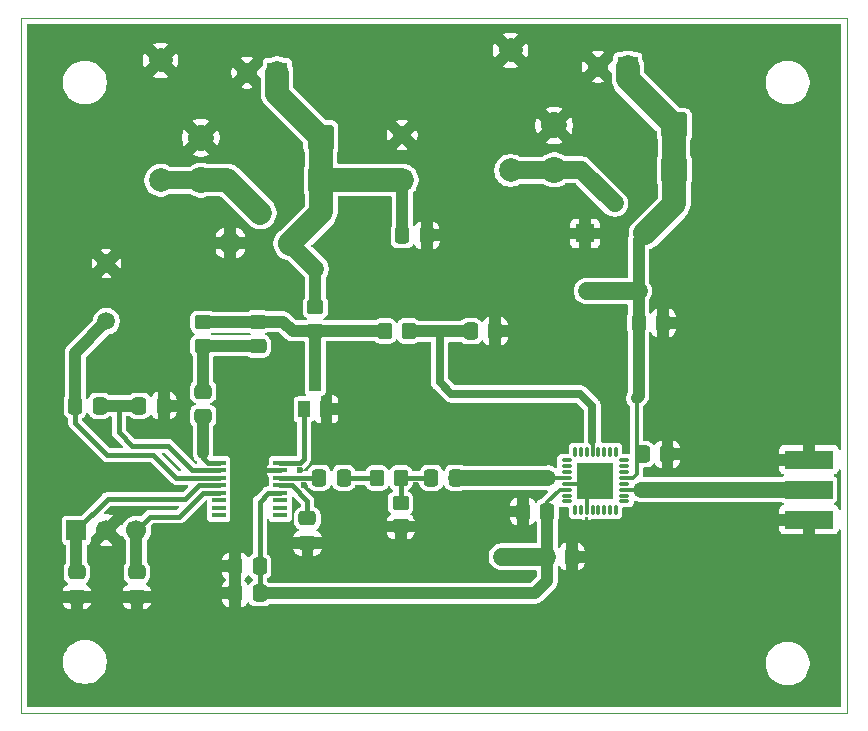
<source format=gbr>
%TF.GenerationSoftware,KiCad,Pcbnew,9.0.5*%
%TF.CreationDate,2025-10-20T09:35:52-03:00*%
%TF.ProjectId,synthesizer,73796e74-6865-4736-997a-65722e6b6963,rev?*%
%TF.SameCoordinates,Original*%
%TF.FileFunction,Copper,L1,Top*%
%TF.FilePolarity,Positive*%
%FSLAX46Y46*%
G04 Gerber Fmt 4.6, Leading zero omitted, Abs format (unit mm)*
G04 Created by KiCad (PCBNEW 9.0.5) date 2025-10-20 09:35:52*
%MOMM*%
%LPD*%
G01*
G04 APERTURE LIST*
G04 Aperture macros list*
%AMRoundRect*
0 Rectangle with rounded corners*
0 $1 Rounding radius*
0 $2 $3 $4 $5 $6 $7 $8 $9 X,Y pos of 4 corners*
0 Add a 4 corners polygon primitive as box body*
4,1,4,$2,$3,$4,$5,$6,$7,$8,$9,$2,$3,0*
0 Add four circle primitives for the rounded corners*
1,1,$1+$1,$2,$3*
1,1,$1+$1,$4,$5*
1,1,$1+$1,$6,$7*
1,1,$1+$1,$8,$9*
0 Add four rect primitives between the rounded corners*
20,1,$1+$1,$2,$3,$4,$5,0*
20,1,$1+$1,$4,$5,$6,$7,0*
20,1,$1+$1,$6,$7,$8,$9,0*
20,1,$1+$1,$8,$9,$2,$3,0*%
G04 Aperture macros list end*
%TA.AperFunction,SMDPad,CuDef*%
%ADD10RoundRect,0.250000X0.337500X0.475000X-0.337500X0.475000X-0.337500X-0.475000X0.337500X-0.475000X0*%
%TD*%
%TA.AperFunction,SMDPad,CuDef*%
%ADD11RoundRect,0.250000X-0.475000X0.337500X-0.475000X-0.337500X0.475000X-0.337500X0.475000X0.337500X0*%
%TD*%
%TA.AperFunction,SMDPad,CuDef*%
%ADD12R,4.060000X1.520000*%
%TD*%
%TA.AperFunction,ComponentPad*%
%ADD13RoundRect,0.249999X0.850001X0.850001X-0.850001X0.850001X-0.850001X-0.850001X0.850001X-0.850001X0*%
%TD*%
%TA.AperFunction,ComponentPad*%
%ADD14C,2.200000*%
%TD*%
%TA.AperFunction,ComponentPad*%
%ADD15C,2.000000*%
%TD*%
%TA.AperFunction,SMDPad,CuDef*%
%ADD16RoundRect,0.032500X-0.372500X-0.097500X0.372500X-0.097500X0.372500X0.097500X-0.372500X0.097500X0*%
%TD*%
%TA.AperFunction,SMDPad,CuDef*%
%ADD17RoundRect,0.032500X-0.097500X-0.372500X0.097500X-0.372500X0.097500X0.372500X-0.097500X0.372500X0*%
%TD*%
%TA.AperFunction,SMDPad,CuDef*%
%ADD18R,3.100000X3.100000*%
%TD*%
%TA.AperFunction,SMDPad,CuDef*%
%ADD19RoundRect,0.250000X0.450000X-0.350000X0.450000X0.350000X-0.450000X0.350000X-0.450000X-0.350000X0*%
%TD*%
%TA.AperFunction,SMDPad,CuDef*%
%ADD20RoundRect,0.250000X-0.337500X-0.475000X0.337500X-0.475000X0.337500X0.475000X-0.337500X0.475000X0*%
%TD*%
%TA.AperFunction,SMDPad,CuDef*%
%ADD21RoundRect,0.250000X-0.450000X0.350000X-0.450000X-0.350000X0.450000X-0.350000X0.450000X0.350000X0*%
%TD*%
%TA.AperFunction,ComponentPad*%
%ADD22R,1.500000X1.500000*%
%TD*%
%TA.AperFunction,ComponentPad*%
%ADD23C,1.500000*%
%TD*%
%TA.AperFunction,ComponentPad*%
%ADD24RoundRect,0.250000X0.550000X-0.550000X0.550000X0.550000X-0.550000X0.550000X-0.550000X-0.550000X0*%
%TD*%
%TA.AperFunction,ComponentPad*%
%ADD25C,1.600000*%
%TD*%
%TA.AperFunction,ComponentPad*%
%ADD26RoundRect,0.250000X-0.500000X-0.500000X0.500000X-0.500000X0.500000X0.500000X-0.500000X0.500000X0*%
%TD*%
%TA.AperFunction,ComponentPad*%
%ADD27R,1.700000X1.700000*%
%TD*%
%TA.AperFunction,ComponentPad*%
%ADD28C,1.700000*%
%TD*%
%TA.AperFunction,SMDPad,CuDef*%
%ADD29RoundRect,0.250000X0.475000X-0.337500X0.475000X0.337500X-0.475000X0.337500X-0.475000X-0.337500X0*%
%TD*%
%TA.AperFunction,SMDPad,CuDef*%
%ADD30RoundRect,0.250000X0.350000X0.450000X-0.350000X0.450000X-0.350000X-0.450000X0.350000X-0.450000X0*%
%TD*%
%TA.AperFunction,SMDPad,CuDef*%
%ADD31R,1.000000X1.400000*%
%TD*%
%TA.AperFunction,SMDPad,CuDef*%
%ADD32R,1.200000X0.400000*%
%TD*%
%TA.AperFunction,SMDPad,CuDef*%
%ADD33RoundRect,0.250000X-0.350000X-0.450000X0.350000X-0.450000X0.350000X0.450000X-0.350000X0.450000X0*%
%TD*%
%TA.AperFunction,ViaPad*%
%ADD34C,0.600000*%
%TD*%
%TA.AperFunction,ViaPad*%
%ADD35C,2.500000*%
%TD*%
%TA.AperFunction,Conductor*%
%ADD36C,2.000001*%
%TD*%
%TA.AperFunction,Conductor*%
%ADD37C,1.000001*%
%TD*%
%TA.AperFunction,Conductor*%
%ADD38C,1.500000*%
%TD*%
%TA.AperFunction,Conductor*%
%ADD39C,0.299999*%
%TD*%
%TA.AperFunction,Conductor*%
%ADD40C,0.399999*%
%TD*%
%TA.AperFunction,Conductor*%
%ADD41C,1.332340*%
%TD*%
%TA.AperFunction,Conductor*%
%ADD42C,0.700001*%
%TD*%
%TA.AperFunction,Profile*%
%ADD43C,0.050000*%
%TD*%
G04 APERTURE END LIST*
D10*
%TO.P,C4,1*%
%TO.N,+5V*%
X165300000Y-110700000D03*
%TO.P,C4,2*%
%TO.N,GND*%
X163225000Y-110700000D03*
%TD*%
D11*
%TO.P,C17,1*%
%TO.N,Net-(J1-Pin_1)*%
X149820000Y-111200000D03*
%TO.P,C17,2*%
%TO.N,GND*%
X149820000Y-113275000D03*
%TD*%
D12*
%TO.P,J5,1*%
%TO.N,Net-(U1-RFOUT)*%
X211790200Y-104212900D03*
%TO.P,J5,2*%
%TO.N,GND*%
X211790200Y-106752900D03*
%TO.P,J5,3*%
X211790200Y-101672900D03*
%TD*%
D13*
%TO.P,D5,1,K*%
%TO.N,+12V*%
X170510200Y-78002651D03*
D14*
%TO.P,D5,2,A*%
%TO.N,Net-(D5-A)*%
X160350200Y-78002651D03*
%TD*%
D15*
%TO.P,R6,1*%
%TO.N,Net-(D5-A)*%
X156921200Y-78028800D03*
%TO.P,R6,2*%
%TO.N,GND*%
X156921200Y-67868800D03*
%TD*%
D16*
%TO.P,U1,1,N/C*%
%TO.N,unconnected-(U1-N{slash}C-Pad1)*%
X191275800Y-101712900D03*
%TO.P,U1,2,N/C*%
%TO.N,unconnected-(U1-N{slash}C-Pad2)*%
X191275800Y-102212900D03*
%TO.P,U1,3,N/C*%
%TO.N,unconnected-(U1-N{slash}C-Pad3)*%
X191275800Y-102712900D03*
%TO.P,U1,4,RFOUT/4*%
%TO.N,Net-(U1-RFOUT{slash}4)*%
X191275800Y-103212900D03*
%TO.P,U1,5,GND*%
%TO.N,GND*%
X191275800Y-103712900D03*
%TO.P,U1,6,VCC(Dig)*%
%TO.N,+5V*%
X191275800Y-104212900D03*
%TO.P,U1,7,VCC(Amp)*%
%TO.N,unconnected-(U1-VCC(Amp)-Pad7)*%
X191275800Y-104712900D03*
%TO.P,U1,8,N/C*%
%TO.N,unconnected-(U1-N{slash}C-Pad8)*%
X191275800Y-105212900D03*
D17*
%TO.P,U1,9,N/C*%
%TO.N,unconnected-(U1-N{slash}C-Pad9)*%
X191975800Y-105912900D03*
%TO.P,U1,10,N/C*%
%TO.N,unconnected-(U1-N{slash}C-Pad10)*%
X192475800Y-105912900D03*
%TO.P,U1,11,GND*%
%TO.N,GND*%
X192975800Y-105912900D03*
%TO.P,U1,12,RFOUT/2*%
%TO.N,unconnected-(U1-RFOUT{slash}2-Pad12)*%
X193475800Y-105912900D03*
%TO.P,U1,13,N/C*%
%TO.N,unconnected-(U1-N{slash}C-Pad13)*%
X193975800Y-105912900D03*
%TO.P,U1,14,N/C*%
%TO.N,unconnected-(U1-N{slash}C-Pad14)*%
X194475800Y-105912900D03*
%TO.P,U1,15,N/C*%
%TO.N,unconnected-(U1-N{slash}C-Pad15)*%
X194975800Y-105912900D03*
%TO.P,U1,16,N/C*%
%TO.N,unconnected-(U1-N{slash}C-Pad16)*%
X195475800Y-105912900D03*
D16*
%TO.P,U1,17,N/C*%
%TO.N,unconnected-(U1-N{slash}C-Pad17)*%
X196175800Y-105212900D03*
%TO.P,U1,18,N/C*%
%TO.N,unconnected-(U1-N{slash}C-Pad18)*%
X196175800Y-104712900D03*
%TO.P,U1,19,RFOUT*%
%TO.N,Net-(U1-RFOUT)*%
X196175800Y-104212900D03*
%TO.P,U1,20,N/C*%
%TO.N,unconnected-(U1-N{slash}C-Pad20)*%
X196175800Y-103712900D03*
%TO.P,U1,21,VCC(RF)*%
%TO.N,+5V*%
X196175800Y-103212900D03*
%TO.P,U1,22,N/C*%
%TO.N,unconnected-(U1-N{slash}C-Pad22)*%
X196175800Y-102712900D03*
%TO.P,U1,23,N/C*%
%TO.N,unconnected-(U1-N{slash}C-Pad23)*%
X196175800Y-102212900D03*
%TO.P,U1,24,N/C*%
%TO.N,unconnected-(U1-N{slash}C-Pad24)*%
X196175800Y-101712900D03*
D17*
%TO.P,U1,25,N/C*%
%TO.N,unconnected-(U1-N{slash}C-Pad25)*%
X195475800Y-101012900D03*
%TO.P,U1,26,N/C*%
%TO.N,unconnected-(U1-N{slash}C-Pad26)*%
X194975800Y-101012900D03*
%TO.P,U1,27,N/C*%
%TO.N,unconnected-(U1-N{slash}C-Pad27)*%
X194475800Y-101012900D03*
%TO.P,U1,28,N/C*%
%TO.N,unconnected-(U1-N{slash}C-Pad28)*%
X193975800Y-101012900D03*
%TO.P,U1,29,VTUNE*%
%TO.N,Net-(U1-VTUNE)*%
X193475800Y-101012900D03*
%TO.P,U1,30,N/C*%
%TO.N,unconnected-(U1-N{slash}C-Pad30)*%
X192975800Y-101012900D03*
%TO.P,U1,31,N/C*%
%TO.N,unconnected-(U1-N{slash}C-Pad31)*%
X192475800Y-101012900D03*
%TO.P,U1,32,N/C*%
%TO.N,unconnected-(U1-N{slash}C-Pad32)*%
X191975800Y-101012900D03*
D18*
%TO.P,U1,33,GND*%
%TO.N,GND*%
X193725800Y-103462900D03*
%TD*%
D11*
%TO.P,C9,1*%
%TO.N,Net-(C8-Pad2)*%
X160497300Y-95913900D03*
%TO.P,C9,2*%
%TO.N,Net-(SP1-Charge_Pump)*%
X160497300Y-97988900D03*
%TD*%
D19*
%TO.P,R3,1*%
%TO.N,Net-(C8-Pad2)*%
X160497300Y-92037800D03*
%TO.P,R3,2*%
%TO.N,Net-(C8-Pad1)*%
X160497300Y-90037800D03*
%TD*%
D13*
%TO.P,D1,1,K*%
%TO.N,+12V*%
X170484800Y-74421251D03*
D14*
%TO.P,D1,2,A*%
%TO.N,GND*%
X160324800Y-74421251D03*
%TD*%
D20*
%TO.P,C14,1*%
%TO.N,+5V*%
X197400000Y-90100000D03*
%TO.P,C14,2*%
%TO.N,GND*%
X199475000Y-90100000D03*
%TD*%
D11*
%TO.P,C8,1*%
%TO.N,Net-(C8-Pad1)*%
X165120100Y-90000300D03*
%TO.P,C8,2*%
%TO.N,Net-(C8-Pad2)*%
X165120100Y-92075300D03*
%TD*%
D19*
%TO.P,R4,1*%
%TO.N,Net-(C8-Pad1)*%
X170006700Y-90776300D03*
%TO.P,R4,2*%
%TO.N,+12V*%
X170006700Y-88776300D03*
%TD*%
D10*
%TO.P,C7,1*%
%TO.N,Net-(U1-RFOUT{slash}4)*%
X181910900Y-103225600D03*
%TO.P,C7,2*%
%TO.N,Net-(C7-Pad2)*%
X179835900Y-103225600D03*
%TD*%
D21*
%TO.P,R1,1*%
%TO.N,Net-(C7-Pad2)*%
X177234600Y-105333800D03*
%TO.P,R1,2*%
%TO.N,GND*%
X177234600Y-107333800D03*
%TD*%
D10*
%TO.P,C11,1*%
%TO.N,GND*%
X191711400Y-109900000D03*
%TO.P,C11,2*%
%TO.N,+5V*%
X189636400Y-109900000D03*
%TD*%
D22*
%TO.P,D7,1,K*%
%TO.N,GND*%
X192836800Y-82524600D03*
D23*
%TO.P,D7,2,G*%
%TO.N,Net-(D3-A)*%
X195376800Y-79984600D03*
%TO.P,D7,3,A*%
%TO.N,+5V*%
X197916800Y-82524600D03*
%TD*%
D24*
%TO.P,C15,1*%
%TO.N,+12V*%
X177368200Y-78002651D03*
D25*
%TO.P,C15,2*%
%TO.N,GND*%
X177368200Y-74202651D03*
%TD*%
D10*
%TO.P,C2,1*%
%TO.N,Net-(SP1-Crystal_Cap)*%
X151743500Y-97116900D03*
%TO.P,C2,2*%
%TO.N,Net-(SP1-Crystal)*%
X149668500Y-97116900D03*
%TD*%
D26*
%TO.P,D8,1,K*%
%TO.N,GND*%
X162814000Y-83336651D03*
D23*
%TO.P,D8,2,G*%
%TO.N,Net-(D5-A)*%
X165354000Y-80796651D03*
%TO.P,D8,3,A*%
%TO.N,+12V*%
X167894000Y-83336651D03*
%TD*%
D20*
%TO.P,C12,1*%
%TO.N,GND*%
X187561400Y-106070400D03*
%TO.P,C12,2*%
%TO.N,+5V*%
X189636400Y-106070400D03*
%TD*%
D27*
%TO.P,J2,1,Pin_1*%
%TO.N,+5V*%
X196469000Y-68427600D03*
D28*
%TO.P,J2,2,Pin_2*%
%TO.N,GND*%
X193929000Y-68427600D03*
%TD*%
D20*
%TO.P,C16,1*%
%TO.N,+12V*%
X177368200Y-82689351D03*
%TO.P,C16,2*%
%TO.N,GND*%
X179443200Y-82689351D03*
%TD*%
D10*
%TO.P,C1,1*%
%TO.N,GND*%
X157166000Y-97116900D03*
%TO.P,C1,2*%
%TO.N,Net-(SP1-Crystal_Cap)*%
X155091000Y-97116900D03*
%TD*%
D11*
%TO.P,C18,1*%
%TO.N,Net-(J1-Pin_3)*%
X154900000Y-111200000D03*
%TO.P,C18,2*%
%TO.N,GND*%
X154900000Y-113275000D03*
%TD*%
D10*
%TO.P,C3,1*%
%TO.N,+5V*%
X165300000Y-113000000D03*
%TO.P,C3,2*%
%TO.N,GND*%
X163225000Y-113000000D03*
%TD*%
D29*
%TO.P,C6,1*%
%TO.N,GND*%
X169341800Y-108733500D03*
%TO.P,C6,2*%
%TO.N,Net-(C6-Pad2)*%
X169341800Y-106658500D03*
%TD*%
D23*
%TO.P,Crystal1,1,1*%
%TO.N,Net-(SP1-Crystal)*%
X152323800Y-89966800D03*
%TO.P,Crystal1,2,2*%
%TO.N,GND*%
X152323800Y-85066800D03*
%TD*%
D30*
%TO.P,R5,1*%
%TO.N,Net-(U1-VTUNE)*%
X177900000Y-90800000D03*
%TO.P,R5,2*%
%TO.N,Net-(C8-Pad1)*%
X175900000Y-90800000D03*
%TD*%
D13*
%TO.P,D3,1,K*%
%TO.N,+5V*%
X200406000Y-77139800D03*
D14*
%TO.P,D3,2,A*%
%TO.N,Net-(D3-A)*%
X190246000Y-77139800D03*
%TD*%
D31*
%TO.P,Q1,B*%
%TO.N,Net-(SP1-Drive)*%
X169046900Y-97404100D03*
%TO.P,Q1,C*%
%TO.N,Net-(C8-Pad1)*%
X169996900Y-95204100D03*
%TO.P,Q1,E*%
%TO.N,GND*%
X170946900Y-97404100D03*
%TD*%
D10*
%TO.P,C5,1*%
%TO.N,Net-(C5-Pad1)*%
X172407400Y-103225600D03*
%TO.P,C5,2*%
%TO.N,Net-(C5-Pad2)*%
X170332400Y-103225600D03*
%TD*%
D20*
%TO.P,C10,1*%
%TO.N,Net-(U1-VTUNE)*%
X183162500Y-90800000D03*
%TO.P,C10,2*%
%TO.N,GND*%
X185237500Y-90800000D03*
%TD*%
%TO.P,C13,1*%
%TO.N,+5V*%
X197742900Y-101219000D03*
%TO.P,C13,2*%
%TO.N,GND*%
X199817900Y-101219000D03*
%TD*%
D27*
%TO.P,J4,1,Pin_1*%
%TO.N,+12V*%
X166776400Y-68909451D03*
D28*
%TO.P,J4,2,Pin_2*%
%TO.N,GND*%
X164236400Y-68909451D03*
%TD*%
D15*
%TO.P,R7,1*%
%TO.N,Net-(D3-A)*%
X186537600Y-77190600D03*
%TO.P,R7,2*%
%TO.N,GND*%
X186537600Y-67030600D03*
%TD*%
D32*
%TO.P,SP1,1,Charge_Pump*%
%TO.N,Net-(SP1-Charge_Pump)*%
X161834300Y-101955600D03*
%TO.P,SP1,2,Crystal_Cap*%
%TO.N,Net-(SP1-Crystal_Cap)*%
X161834300Y-102590600D03*
%TO.P,SP1,3,Crystal*%
%TO.N,Net-(SP1-Crystal)*%
X161834300Y-103225600D03*
%TO.P,SP1,4,SDA*%
%TO.N,Net-(J1-Pin_1)*%
X161834300Y-103860600D03*
%TO.P,SP1,5,SCL*%
%TO.N,Net-(J1-Pin_3)*%
X161834300Y-104495600D03*
%TO.P,SP1,6,Port_P3*%
%TO.N,unconnected-(SP1-Port_P3-Pad6)*%
X161834300Y-105130600D03*
%TO.P,SP1,7,Port_P2*%
%TO.N,unconnected-(SP1-Port_P2-Pad7)*%
X161834300Y-105765600D03*
%TO.P,SP1,8,Port_P1*%
%TO.N,unconnected-(SP1-Port_P1-Pad8)*%
X161834300Y-106400600D03*
%TO.P,SP1,9,Port_P0*%
%TO.N,unconnected-(SP1-Port_P0-Pad9)*%
X167034300Y-106400600D03*
%TO.P,SP1,10,Adress*%
%TO.N,unconnected-(SP1-Adress-Pad10)*%
X167034300Y-105765600D03*
%TO.P,SP1,11,Ref/Comp*%
%TO.N,unconnected-(SP1-Ref{slash}Comp-Pad11)*%
X167034300Y-105130600D03*
%TO.P,SP1,12,Vcc*%
%TO.N,+5V*%
X167034300Y-104495600D03*
%TO.P,SP1,13,RF_Input*%
%TO.N,Net-(C6-Pad2)*%
X167034300Y-103860600D03*
%TO.P,SP1,14,RF_Input*%
%TO.N,Net-(C5-Pad2)*%
X167034300Y-103225600D03*
%TO.P,SP1,15,VEE*%
%TO.N,GND*%
X167034300Y-102590600D03*
%TO.P,SP1,16,Drive*%
%TO.N,Net-(SP1-Drive)*%
X167034300Y-101955600D03*
%TD*%
D33*
%TO.P,R2,1*%
%TO.N,Net-(C5-Pad1)*%
X175234600Y-103225600D03*
%TO.P,R2,2*%
%TO.N,Net-(C7-Pad2)*%
X177234600Y-103225600D03*
%TD*%
D13*
%TO.P,D2,1,K*%
%TO.N,+5V*%
X200380600Y-73380600D03*
D14*
%TO.P,D2,2,A*%
%TO.N,GND*%
X190220600Y-73380600D03*
%TD*%
D27*
%TO.P,J1,1,Pin_1*%
%TO.N,Net-(J1-Pin_1)*%
X149777000Y-107643000D03*
D28*
%TO.P,J1,2,Pin_2*%
%TO.N,GND*%
X152317000Y-107643000D03*
%TO.P,J1,3,Pin_3*%
%TO.N,Net-(J1-Pin_3)*%
X154857000Y-107643000D03*
%TD*%
D34*
%TO.N,GND*%
X201853800Y-105638600D03*
X199817900Y-101219000D03*
X182788400Y-82800000D03*
X207949800Y-105638600D03*
X208813400Y-100457000D03*
X196688400Y-112200000D03*
X213385400Y-99695000D03*
X207187800Y-105638600D03*
X188814075Y-104698800D03*
X147400000Y-91111600D03*
X204901800Y-105638600D03*
X208711800Y-105638600D03*
X173488400Y-86700000D03*
X209575400Y-99695000D03*
X205600000Y-85000000D03*
X188004450Y-104698800D03*
X211124800Y-108788200D03*
X201930000Y-102768400D03*
X180200000Y-86700000D03*
X207264000Y-102768400D03*
X208813400Y-101219000D03*
X178536600Y-103860600D03*
X199644000Y-102768400D03*
X209600800Y-108788200D03*
X204139800Y-105638600D03*
X169011600Y-103860600D03*
X187207525Y-101752400D03*
X198043800Y-105638600D03*
X173888400Y-109575600D03*
X183969025Y-101752400D03*
X186397900Y-101752400D03*
X205663800Y-105638600D03*
X197281800Y-105638600D03*
X187194825Y-104698800D03*
X201168000Y-102768400D03*
X208838800Y-107899200D03*
X188017150Y-101752400D03*
X185575575Y-104698800D03*
X211886800Y-108788200D03*
X208838800Y-107137200D03*
X147400000Y-84400000D03*
X213410800Y-108788200D03*
X189500000Y-82800000D03*
X183146700Y-104698800D03*
X200329800Y-105638600D03*
X183159400Y-101752400D03*
X173800000Y-104200000D03*
X184778650Y-101752400D03*
X186385200Y-104698800D03*
X212648800Y-108788200D03*
X180600000Y-109575600D03*
X183956325Y-104698800D03*
X203454000Y-102768400D03*
X212623400Y-99695000D03*
X199567800Y-105638600D03*
X173800000Y-102300000D03*
X211861400Y-99695000D03*
X185588275Y-101752400D03*
X210337400Y-99695000D03*
D35*
X193725800Y-103462900D03*
D34*
X208838800Y-108635800D03*
X169341800Y-108700000D03*
X208838800Y-106375200D03*
X184765950Y-104698800D03*
X183100000Y-98100000D03*
X206502000Y-102768400D03*
X198120000Y-102768400D03*
X202692000Y-102768400D03*
X205740000Y-102768400D03*
X205600000Y-91711600D03*
X189636400Y-101752400D03*
X208813400Y-101981000D03*
X201091800Y-105638600D03*
X202615800Y-105638600D03*
X206425800Y-105638600D03*
X176388400Y-98100000D03*
X203400000Y-112200000D03*
X203377800Y-105638600D03*
X178511200Y-102082600D03*
X200406000Y-102768400D03*
X204216000Y-102768400D03*
X211099400Y-99695000D03*
X208026000Y-102768400D03*
X187561400Y-106070400D03*
X168706800Y-102590600D03*
X200330600Y-90017600D03*
X198805800Y-105638600D03*
X177234600Y-107333800D03*
X173888400Y-116400000D03*
X210362800Y-108788200D03*
X208813400Y-99695000D03*
X208788000Y-102768400D03*
X204978000Y-102768400D03*
X188826775Y-101752400D03*
X180600000Y-116400000D03*
X198882000Y-102768400D03*
%TD*%
D36*
%TO.N,+12V*%
X170484800Y-74421251D02*
X170484800Y-77977251D01*
X166776400Y-68909451D02*
X166776400Y-70712851D01*
X167843200Y-83387451D02*
X167894000Y-83336651D01*
D37*
X170006700Y-88776300D02*
X170006700Y-85550951D01*
D36*
X170484800Y-77977251D02*
X170510200Y-78002651D01*
X177368200Y-78002651D02*
X170510200Y-78002651D01*
D38*
X177419000Y-78053451D02*
X177368200Y-78002651D01*
D37*
X177368200Y-82689351D02*
X177368200Y-78002651D01*
D38*
X170006700Y-85550951D02*
X167843200Y-83387451D01*
D36*
X170510200Y-80720451D02*
X167894000Y-83336651D01*
X166776400Y-70712851D02*
X170484800Y-74421251D01*
X170510200Y-78002651D02*
X170510200Y-80720451D01*
D39*
%TO.N,GND*%
X193475800Y-103712900D02*
X193725800Y-103462900D01*
X191275800Y-103712900D02*
X193475800Y-103712900D01*
X192975800Y-105912900D02*
X192975800Y-104212900D01*
D40*
X167034300Y-102590600D02*
X165800000Y-102590600D01*
D39*
X192975800Y-104212900D02*
X193725800Y-103462900D01*
D38*
%TO.N,+5V*%
X189636400Y-109900000D02*
X185800000Y-109900000D01*
D36*
X200406000Y-80035400D02*
X197916800Y-82524600D01*
D37*
X197400000Y-87400000D02*
X197400000Y-83041400D01*
D36*
X196469000Y-68427600D02*
X196469000Y-69469000D01*
D40*
X165300000Y-110700000D02*
X165300000Y-113000000D01*
D39*
X189636400Y-106070400D02*
X189636400Y-105257600D01*
D37*
X197400000Y-96249400D02*
X197205600Y-96443800D01*
D40*
X167034300Y-104495600D02*
X166034301Y-104495600D01*
X165300000Y-105229901D02*
X165300000Y-110700000D01*
X166034301Y-104495600D02*
X165300000Y-105229901D01*
D37*
X189636400Y-111963600D02*
X188600000Y-113000000D01*
D38*
X197400000Y-87400000D02*
X193000000Y-87400000D01*
D37*
X197400000Y-90100000D02*
X197400000Y-87400000D01*
D39*
X197205600Y-102920800D02*
X197205600Y-96443800D01*
D36*
X200406000Y-77139800D02*
X200406000Y-80035400D01*
D37*
X188600000Y-113000000D02*
X165300000Y-113000000D01*
X189636400Y-109900000D02*
X189636400Y-111963600D01*
D36*
X200380600Y-73380600D02*
X200380600Y-77114400D01*
X196469000Y-69469000D02*
X200380600Y-73380600D01*
D37*
X197400000Y-90100000D02*
X197400000Y-96249400D01*
X189636400Y-106070400D02*
X189636400Y-109900000D01*
D39*
X196913500Y-103212900D02*
X197205600Y-102920800D01*
X191275800Y-104212900D02*
X190681100Y-104212900D01*
D36*
X200380600Y-77114400D02*
X200406000Y-77139800D01*
D37*
X197400000Y-83041400D02*
X197916800Y-82524600D01*
D39*
X189636400Y-105257600D02*
X190681100Y-104212900D01*
X196175800Y-103212900D02*
X196913500Y-103212900D01*
D38*
%TO.N,Net-(D3-A)*%
X192532000Y-77139800D02*
X195376800Y-79984600D01*
X190246000Y-77139800D02*
X192532000Y-77139800D01*
X190195200Y-77190600D02*
X190246000Y-77139800D01*
X186537600Y-77190600D02*
X190195200Y-77190600D01*
%TO.N,Net-(D5-A)*%
X156921200Y-78028800D02*
X160324051Y-78028800D01*
X160324051Y-78028800D02*
X160350200Y-78002651D01*
D36*
X162560000Y-78002651D02*
X165354000Y-80796651D01*
X160350200Y-78002651D02*
X162560000Y-78002651D01*
D40*
%TO.N,Net-(SP1-Crystal)*%
X152400000Y-101300000D02*
X156300000Y-101300000D01*
D37*
X152323800Y-89966800D02*
X149668500Y-92622100D01*
D40*
X158225600Y-103225600D02*
X161834300Y-103225600D01*
X156300000Y-101300000D02*
X158225600Y-103225600D01*
X149668500Y-97116900D02*
X149668500Y-98568500D01*
D37*
X149668500Y-92622100D02*
X149668500Y-97116900D01*
D40*
X149668500Y-98568500D02*
X152400000Y-101300000D01*
X161834300Y-103225600D02*
X161800300Y-103191600D01*
%TO.N,Net-(C5-Pad2)*%
X167034300Y-103225600D02*
X170332400Y-103225600D01*
%TO.N,Net-(SP1-Crystal_Cap)*%
X153359900Y-97176800D02*
X153300000Y-97116900D01*
D37*
X153300000Y-97116900D02*
X155091000Y-97116900D01*
X151743500Y-97116900D02*
X153300000Y-97116900D01*
D40*
X154500000Y-100500000D02*
X153359900Y-99359900D01*
X161834300Y-102590600D02*
X159590600Y-102590600D01*
X159590600Y-102590600D02*
X157500000Y-100500000D01*
X153359900Y-99359900D02*
X153359900Y-97176800D01*
X157500000Y-100500000D02*
X154500000Y-100500000D01*
%TO.N,Net-(C6-Pad2)*%
X168034299Y-103860600D02*
X167034300Y-103860600D01*
X169341800Y-105168101D02*
X169341800Y-106658500D01*
X169341800Y-105168101D02*
X168034299Y-103860600D01*
%TO.N,Net-(SP1-Charge_Pump)*%
X160497300Y-101511100D02*
X160497300Y-101130100D01*
X161834300Y-101955600D02*
X160941800Y-101955600D01*
X160941800Y-101955600D02*
X160497300Y-101511100D01*
D37*
X160497300Y-97988900D02*
X160497300Y-101130100D01*
D39*
%TO.N,Net-(U1-RFOUT)*%
X198310000Y-104212900D02*
X197586600Y-104212900D01*
D41*
X211790200Y-104212900D02*
X197586600Y-104212900D01*
D39*
X197586600Y-104212900D02*
X196175800Y-104212900D01*
D37*
%TO.N,Net-(U1-VTUNE)*%
X177900000Y-90800000D02*
X180600000Y-90800000D01*
D42*
X193471800Y-100076000D02*
X193471800Y-97155000D01*
D39*
X193475800Y-100080000D02*
X193471800Y-100076000D01*
D42*
X192430400Y-96113600D02*
X181533800Y-96113600D01*
D39*
X193475800Y-101012900D02*
X193475800Y-100080000D01*
D37*
X183062500Y-90800000D02*
X183162500Y-90900000D01*
D42*
X180543200Y-90856800D02*
X180600000Y-90800000D01*
X181533800Y-96113600D02*
X180543200Y-95123000D01*
D37*
X180600000Y-90800000D02*
X183162500Y-90800000D01*
D42*
X193471800Y-97155000D02*
X192430400Y-96113600D01*
X180543200Y-95123000D02*
X180543200Y-90856800D01*
D41*
%TO.N,Net-(U1-RFOUT{slash}4)*%
X189699900Y-103225600D02*
X181910900Y-103225600D01*
D39*
X191275800Y-103212900D02*
X190042800Y-103212900D01*
D41*
X189712600Y-103212900D02*
X189699900Y-103225600D01*
D39*
X190042800Y-103212900D02*
X189712600Y-103212900D01*
D37*
%TO.N,Net-(C8-Pad1)*%
X167300300Y-90000300D02*
X165120100Y-90000300D01*
X169996900Y-90786100D02*
X170006700Y-90776300D01*
X169996900Y-95204100D02*
X169996900Y-90786100D01*
X168076300Y-90776300D02*
X167300300Y-90000300D01*
X160497300Y-90037800D02*
X165082600Y-90037800D01*
X165082600Y-90037800D02*
X165120100Y-90000300D01*
X170006700Y-90776300D02*
X175876300Y-90776300D01*
X175876300Y-90776300D02*
X175900000Y-90800000D01*
X170006700Y-90776300D02*
X168076300Y-90776300D01*
D40*
%TO.N,Net-(SP1-Drive)*%
X169046900Y-101648300D02*
X169046900Y-97404100D01*
X168739600Y-101955600D02*
X169046900Y-101648300D01*
X167034300Y-101955600D02*
X168739600Y-101955600D01*
%TO.N,Net-(C5-Pad1)*%
X172407400Y-103225600D02*
X175234600Y-103225600D01*
%TO.N,Net-(C7-Pad2)*%
X177234600Y-103225600D02*
X177234600Y-105333800D01*
X177234600Y-103225600D02*
X179835900Y-103225600D01*
D37*
%TO.N,Net-(C8-Pad2)*%
X165082600Y-92037800D02*
X165120100Y-92075300D01*
X160497300Y-92037800D02*
X165082600Y-92037800D01*
X160497300Y-92037800D02*
X160497300Y-95913900D01*
%TO.N,Net-(J1-Pin_3)*%
X154857000Y-107643000D02*
X154857000Y-111157000D01*
D40*
X158500000Y-106500000D02*
X160504400Y-104495600D01*
D37*
X154857000Y-111157000D02*
X154900000Y-111200000D01*
D40*
X154857000Y-107643000D02*
X156000000Y-106500000D01*
X160504400Y-104495600D02*
X161834300Y-104495600D01*
X156000000Y-106500000D02*
X158500000Y-106500000D01*
%TO.N,Net-(J1-Pin_1)*%
X160139400Y-103860600D02*
X161834300Y-103860600D01*
X159000000Y-105000000D02*
X160139400Y-103860600D01*
X152420000Y-105000000D02*
X159000000Y-105000000D01*
X149777000Y-107643000D02*
X152420000Y-105000000D01*
D37*
X149777000Y-107643000D02*
X149777000Y-111157000D01*
X149777000Y-111157000D02*
X149820000Y-111200000D01*
%TD*%
%TA.AperFunction,Conductor*%
%TO.N,GND*%
G36*
X214469691Y-64781407D02*
G01*
X214505655Y-64830907D01*
X214510500Y-64861500D01*
X214510500Y-100788492D01*
X214491593Y-100846683D01*
X214442093Y-100882647D01*
X214380907Y-100882647D01*
X214331407Y-100846683D01*
X214315155Y-100811264D01*
X214313798Y-100805526D01*
X214263553Y-100670811D01*
X214263552Y-100670809D01*
X214177392Y-100555715D01*
X214177384Y-100555707D01*
X214062290Y-100469547D01*
X214062288Y-100469546D01*
X213927581Y-100419303D01*
X213927570Y-100419301D01*
X213868024Y-100412900D01*
X212290201Y-100412900D01*
X212290200Y-100412901D01*
X212290200Y-101573900D01*
X212271293Y-101632091D01*
X212221793Y-101668055D01*
X212191200Y-101672900D01*
X211790201Y-101672900D01*
X211790200Y-101672901D01*
X211790200Y-102073900D01*
X211771293Y-102132091D01*
X211721793Y-102168055D01*
X211691200Y-102172900D01*
X209260201Y-102172900D01*
X209260200Y-102172901D01*
X209260200Y-102480724D01*
X209260199Y-102480724D01*
X209266601Y-102540270D01*
X209266603Y-102540281D01*
X209316846Y-102674988D01*
X209316847Y-102674990D01*
X209403007Y-102790084D01*
X209403015Y-102790092D01*
X209518109Y-102876252D01*
X209518111Y-102876253D01*
X209617224Y-102913220D01*
X209633091Y-102925820D01*
X209651316Y-102934683D01*
X209656504Y-102944413D01*
X209665139Y-102951270D01*
X209670569Y-102970790D01*
X209680104Y-102988672D01*
X209678581Y-102999594D01*
X209681537Y-103010217D01*
X209674455Y-103029204D01*
X209671659Y-103049272D01*
X209664173Y-103056773D01*
X209660156Y-103067545D01*
X209629208Y-103093335D01*
X209627669Y-103094155D01*
X209536043Y-103138949D01*
X209527338Y-103147653D01*
X209514335Y-103154587D01*
X209498013Y-103157484D01*
X209483242Y-103165011D01*
X209467755Y-103166230D01*
X197818069Y-103166230D01*
X197759878Y-103147323D01*
X197723914Y-103097823D01*
X197722442Y-103041610D01*
X197736099Y-102990641D01*
X197736099Y-102850958D01*
X197736099Y-102423500D01*
X197755006Y-102365309D01*
X197804506Y-102329345D01*
X197835099Y-102324500D01*
X198144067Y-102324500D01*
X198144072Y-102324500D01*
X198179816Y-102321687D01*
X198332792Y-102277243D01*
X198469909Y-102196152D01*
X198582552Y-102083509D01*
X198624873Y-102011948D01*
X198670767Y-101971487D01*
X198731681Y-101965729D01*
X198784346Y-101996875D01*
X198794346Y-102010372D01*
X198888082Y-102162342D01*
X199012059Y-102286319D01*
X199161275Y-102378356D01*
X199317900Y-102430257D01*
X199317900Y-101719001D01*
X200317900Y-101719001D01*
X200317900Y-102430256D01*
X200474524Y-102378356D01*
X200623740Y-102286319D01*
X200747719Y-102162340D01*
X200839756Y-102013124D01*
X200894906Y-101846693D01*
X200905400Y-101743987D01*
X200905400Y-101719001D01*
X200905399Y-101719000D01*
X200317901Y-101719000D01*
X200317900Y-101719001D01*
X199317900Y-101719001D01*
X199317900Y-100865075D01*
X209260200Y-100865075D01*
X209260200Y-101172899D01*
X209260201Y-101172900D01*
X211290199Y-101172900D01*
X211290200Y-101172899D01*
X211290200Y-100412901D01*
X211290199Y-100412900D01*
X209712376Y-100412900D01*
X209652829Y-100419301D01*
X209652818Y-100419303D01*
X209518111Y-100469546D01*
X209518109Y-100469547D01*
X209403015Y-100555707D01*
X209403007Y-100555715D01*
X209316847Y-100670809D01*
X209316846Y-100670811D01*
X209266603Y-100805518D01*
X209266601Y-100805529D01*
X209260200Y-100865075D01*
X199317900Y-100865075D01*
X199317900Y-100718999D01*
X200317900Y-100718999D01*
X200317901Y-100719000D01*
X200905398Y-100719000D01*
X200905399Y-100718999D01*
X200905399Y-100694013D01*
X200894907Y-100591312D01*
X200894904Y-100591300D01*
X200839756Y-100424875D01*
X200747719Y-100275659D01*
X200623740Y-100151680D01*
X200474526Y-100059644D01*
X200474522Y-100059642D01*
X200317900Y-100007742D01*
X200317900Y-100718999D01*
X199317900Y-100718999D01*
X199317900Y-100007742D01*
X199161277Y-100059642D01*
X199161273Y-100059644D01*
X199012059Y-100151680D01*
X198888082Y-100275657D01*
X198794346Y-100427627D01*
X198747704Y-100467228D01*
X198686694Y-100471851D01*
X198634618Y-100439730D01*
X198624872Y-100426049D01*
X198582554Y-100354494D01*
X198582553Y-100354493D01*
X198582552Y-100354491D01*
X198469909Y-100241848D01*
X198469906Y-100241846D01*
X198469905Y-100241845D01*
X198332795Y-100160758D01*
X198332792Y-100160757D01*
X198179816Y-100116313D01*
X198179815Y-100116312D01*
X198179812Y-100116312D01*
X198157106Y-100114525D01*
X198144072Y-100113500D01*
X198144067Y-100113500D01*
X197835099Y-100113500D01*
X197776908Y-100094593D01*
X197740944Y-100045093D01*
X197736099Y-100014500D01*
X197736099Y-97199523D01*
X197755006Y-97141332D01*
X197765096Y-97129519D01*
X198083927Y-96810688D01*
X198083929Y-96810686D01*
X198180289Y-96666474D01*
X198246663Y-96506233D01*
X198280500Y-96336122D01*
X198280500Y-96162678D01*
X198280500Y-90963310D01*
X198299407Y-90905119D01*
X198348907Y-90869155D01*
X198410093Y-90869155D01*
X198459593Y-90905119D01*
X198463761Y-90911338D01*
X198545180Y-91043340D01*
X198669159Y-91167319D01*
X198818375Y-91259356D01*
X198975000Y-91311257D01*
X198975000Y-90600001D01*
X199975000Y-90600001D01*
X199975000Y-91311256D01*
X200131624Y-91259356D01*
X200280840Y-91167319D01*
X200404819Y-91043340D01*
X200496856Y-90894124D01*
X200552006Y-90727693D01*
X200562500Y-90624987D01*
X200562500Y-90600001D01*
X200562499Y-90600000D01*
X199975001Y-90600000D01*
X199975000Y-90600001D01*
X198975000Y-90600001D01*
X198975000Y-89599999D01*
X199975000Y-89599999D01*
X199975001Y-89600000D01*
X200562498Y-89600000D01*
X200562499Y-89599999D01*
X200562499Y-89575013D01*
X200552007Y-89472312D01*
X200552004Y-89472300D01*
X200496856Y-89305875D01*
X200404819Y-89156659D01*
X200280840Y-89032680D01*
X200131626Y-88940644D01*
X200131622Y-88940642D01*
X199975000Y-88888742D01*
X199975000Y-89599999D01*
X198975000Y-89599999D01*
X198975000Y-88888742D01*
X198818377Y-88940642D01*
X198818373Y-88940644D01*
X198669159Y-89032680D01*
X198545182Y-89156657D01*
X198463761Y-89288662D01*
X198417120Y-89328263D01*
X198356109Y-89332886D01*
X198304033Y-89300765D01*
X198280783Y-89244169D01*
X198280500Y-89236689D01*
X198280500Y-88143582D01*
X198299405Y-88085394D01*
X198366891Y-87992511D01*
X198447676Y-87833961D01*
X198502664Y-87664726D01*
X198530500Y-87488972D01*
X198530500Y-87311028D01*
X198530500Y-87311024D01*
X198502665Y-87135278D01*
X198502664Y-87135274D01*
X198447676Y-86966039D01*
X198366891Y-86807489D01*
X198299408Y-86714607D01*
X198280500Y-86656417D01*
X198280500Y-83929898D01*
X198299407Y-83871707D01*
X198348905Y-83835743D01*
X198446728Y-83803960D01*
X198640340Y-83705310D01*
X198816135Y-83577587D01*
X201301361Y-81092358D01*
X201301370Y-81092351D01*
X201305330Y-81088390D01*
X201305336Y-81088387D01*
X201458987Y-80934736D01*
X201586710Y-80758940D01*
X201679356Y-80577112D01*
X201685360Y-80565329D01*
X201752508Y-80358668D01*
X201767071Y-80266722D01*
X201786501Y-80144051D01*
X201786501Y-79923255D01*
X201786500Y-79923225D01*
X201786500Y-78358457D01*
X201800286Y-78308063D01*
X201839243Y-78242192D01*
X201883687Y-78089217D01*
X201886500Y-78053473D01*
X201886499Y-76226128D01*
X201883687Y-76190383D01*
X201839243Y-76037408D01*
X201829688Y-76021251D01*
X201774886Y-75928584D01*
X201761100Y-75878190D01*
X201761100Y-74599257D01*
X201774886Y-74548863D01*
X201813843Y-74482992D01*
X201858287Y-74330017D01*
X201861100Y-74294273D01*
X201861099Y-72466928D01*
X201858287Y-72431183D01*
X201813843Y-72278208D01*
X201732752Y-72141090D01*
X201620110Y-72028448D01*
X201482992Y-71947357D01*
X201482991Y-71947356D01*
X201482990Y-71947356D01*
X201330020Y-71902914D01*
X201330017Y-71902913D01*
X201330016Y-71902912D01*
X201330013Y-71902912D01*
X201307307Y-71901125D01*
X201294273Y-71900100D01*
X201294268Y-71900100D01*
X200893430Y-71900100D01*
X200835239Y-71881193D01*
X200823426Y-71871104D01*
X198579432Y-69627110D01*
X208149500Y-69627110D01*
X208149500Y-69869689D01*
X208181161Y-70110181D01*
X208181161Y-70110186D01*
X208243944Y-70344492D01*
X208243948Y-70344505D01*
X208336772Y-70568604D01*
X208336774Y-70568608D01*
X208336776Y-70568612D01*
X208458064Y-70778689D01*
X208458066Y-70778692D01*
X208605729Y-70971131D01*
X208605731Y-70971133D01*
X208605735Y-70971138D01*
X208777262Y-71142665D01*
X208777266Y-71142668D01*
X208777268Y-71142670D01*
X208907733Y-71242779D01*
X208969711Y-71290336D01*
X209179788Y-71411624D01*
X209403900Y-71504454D01*
X209638211Y-71567238D01*
X209878712Y-71598900D01*
X209878713Y-71598900D01*
X210121287Y-71598900D01*
X210121288Y-71598900D01*
X210361789Y-71567238D01*
X210596100Y-71504454D01*
X210820212Y-71411624D01*
X211030289Y-71290336D01*
X211222738Y-71142665D01*
X211394265Y-70971138D01*
X211541936Y-70778689D01*
X211663224Y-70568612D01*
X211756054Y-70344500D01*
X211818838Y-70110189D01*
X211850500Y-69869688D01*
X211850500Y-69627112D01*
X211818838Y-69386611D01*
X211756054Y-69152300D01*
X211663224Y-68928188D01*
X211541936Y-68718111D01*
X211446188Y-68593329D01*
X211394270Y-68525668D01*
X211394268Y-68525666D01*
X211394265Y-68525662D01*
X211222738Y-68354135D01*
X211222733Y-68354131D01*
X211222731Y-68354129D01*
X211030292Y-68206466D01*
X211023149Y-68202342D01*
X210820212Y-68085176D01*
X210820208Y-68085174D01*
X210820204Y-68085172D01*
X210596105Y-67992348D01*
X210596104Y-67992347D01*
X210596100Y-67992346D01*
X210361789Y-67929562D01*
X210361786Y-67929561D01*
X210361784Y-67929561D01*
X210121289Y-67897900D01*
X210121288Y-67897900D01*
X209878712Y-67897900D01*
X209878710Y-67897900D01*
X209638218Y-67929561D01*
X209638213Y-67929561D01*
X209403907Y-67992344D01*
X209403894Y-67992348D01*
X209179795Y-68085172D01*
X208969707Y-68206466D01*
X208777268Y-68354129D01*
X208605729Y-68525668D01*
X208458066Y-68718107D01*
X208458064Y-68718111D01*
X208337116Y-68927600D01*
X208336772Y-68928195D01*
X208243948Y-69152294D01*
X208243944Y-69152307D01*
X208181161Y-69386613D01*
X208181161Y-69386618D01*
X208149500Y-69627110D01*
X198579432Y-69627110D01*
X197878496Y-68926174D01*
X197850719Y-68871657D01*
X197849500Y-68856170D01*
X197849500Y-68318948D01*
X197815509Y-68104336D01*
X197815508Y-68104332D01*
X197748360Y-67897672D01*
X197733649Y-67868799D01*
X197710290Y-67822953D01*
X197699500Y-67778009D01*
X197699500Y-67541493D01*
X197697673Y-67528951D01*
X197688724Y-67467528D01*
X197632951Y-67353443D01*
X197543157Y-67263649D01*
X197429072Y-67207876D01*
X197355110Y-67197100D01*
X197355107Y-67197100D01*
X197118589Y-67197100D01*
X197073644Y-67186310D01*
X197071469Y-67185202D01*
X196998928Y-67148240D01*
X196883823Y-67110840D01*
X196792263Y-67081090D01*
X196577651Y-67047100D01*
X196577648Y-67047100D01*
X196360352Y-67047100D01*
X196360349Y-67047100D01*
X196145736Y-67081090D01*
X195939071Y-67148240D01*
X195912671Y-67161692D01*
X195866531Y-67185202D01*
X195864356Y-67186310D01*
X195819411Y-67197100D01*
X195582890Y-67197100D01*
X195508928Y-67207876D01*
X195394844Y-67263648D01*
X195305048Y-67353444D01*
X195280655Y-67403341D01*
X195249276Y-67467528D01*
X195241989Y-67517548D01*
X195238500Y-67541493D01*
X195238500Y-67778009D01*
X195227709Y-67822956D01*
X195221279Y-67835575D01*
X195203074Y-67860632D01*
X194636106Y-68427600D01*
X195059503Y-68850996D01*
X195087281Y-68905513D01*
X195088500Y-68921000D01*
X195088500Y-69356824D01*
X195088499Y-69356854D01*
X195088499Y-69577649D01*
X195106253Y-69689739D01*
X195106253Y-69689740D01*
X195122490Y-69792263D01*
X195189640Y-69998928D01*
X195271986Y-70160543D01*
X195288290Y-70192540D01*
X195416013Y-70368336D01*
X195569664Y-70521987D01*
X195569667Y-70521989D01*
X198871104Y-73823426D01*
X198898881Y-73877943D01*
X198900100Y-73893430D01*
X198900100Y-74294267D01*
X198900942Y-74304966D01*
X198902913Y-74330017D01*
X198937266Y-74448257D01*
X198947357Y-74482991D01*
X198947356Y-74482991D01*
X198947357Y-74482992D01*
X198986313Y-74548863D01*
X199000100Y-74599257D01*
X199000100Y-75964089D01*
X198986314Y-76014483D01*
X198972757Y-76037406D01*
X198972757Y-76037408D01*
X198928314Y-76190379D01*
X198928312Y-76190386D01*
X198925500Y-76226132D01*
X198925500Y-78053467D01*
X198927733Y-78081853D01*
X198928313Y-78089217D01*
X198942327Y-78137451D01*
X198972757Y-78242191D01*
X198972756Y-78242191D01*
X198972757Y-78242192D01*
X199011713Y-78308063D01*
X199025500Y-78358457D01*
X199025500Y-79422570D01*
X199006593Y-79480761D01*
X198996504Y-79492574D01*
X196863812Y-81625266D01*
X196736088Y-81801062D01*
X196637440Y-81994671D01*
X196570290Y-82201336D01*
X196536299Y-82415948D01*
X196536299Y-82633251D01*
X196554428Y-82747714D01*
X196553745Y-82782515D01*
X196519500Y-82954675D01*
X196519500Y-86170500D01*
X196500593Y-86228691D01*
X196451093Y-86264655D01*
X196420500Y-86269500D01*
X192911025Y-86269500D01*
X192735278Y-86297334D01*
X192566038Y-86352324D01*
X192407489Y-86433108D01*
X192407483Y-86433112D01*
X192263534Y-86537698D01*
X192137698Y-86663534D01*
X192033112Y-86807483D01*
X192033108Y-86807489D01*
X191952324Y-86966038D01*
X191897334Y-87135278D01*
X191869500Y-87311024D01*
X191869500Y-87488975D01*
X191897334Y-87664721D01*
X191952324Y-87833961D01*
X192033108Y-87992510D01*
X192033112Y-87992516D01*
X192137698Y-88136465D01*
X192137700Y-88136467D01*
X192137703Y-88136471D01*
X192263529Y-88262297D01*
X192263532Y-88262299D01*
X192263534Y-88262301D01*
X192401628Y-88362633D01*
X192407489Y-88366891D01*
X192566039Y-88447676D01*
X192735274Y-88502664D01*
X192735275Y-88502664D01*
X192735278Y-88502665D01*
X192911025Y-88530500D01*
X192911028Y-88530500D01*
X196420500Y-88530500D01*
X196478691Y-88549407D01*
X196514655Y-88598907D01*
X196519500Y-88629500D01*
X196519500Y-89277476D01*
X196505714Y-89327870D01*
X196479257Y-89372606D01*
X196434814Y-89525580D01*
X196434812Y-89525587D01*
X196432000Y-89561333D01*
X196432000Y-90638666D01*
X196434812Y-90674412D01*
X196434812Y-90674415D01*
X196434813Y-90674416D01*
X196464706Y-90777309D01*
X196479257Y-90827391D01*
X196479256Y-90827391D01*
X196487510Y-90841347D01*
X196505713Y-90872127D01*
X196519500Y-90922521D01*
X196519500Y-95855731D01*
X196502815Y-95910733D01*
X196425314Y-96026719D01*
X196425308Y-96026731D01*
X196358937Y-96186966D01*
X196358937Y-96186968D01*
X196325100Y-96357075D01*
X196325100Y-96530524D01*
X196336450Y-96587583D01*
X196356689Y-96689333D01*
X196358937Y-96700631D01*
X196358937Y-96700633D01*
X196425308Y-96860868D01*
X196425314Y-96860880D01*
X196483722Y-96948291D01*
X196521671Y-97005086D01*
X196521674Y-97005089D01*
X196521678Y-97005094D01*
X196646104Y-97129519D01*
X196673882Y-97184036D01*
X196675101Y-97199523D01*
X196675101Y-101103400D01*
X196656194Y-101161591D01*
X196606694Y-101197555D01*
X196576101Y-101202400D01*
X196085299Y-101202400D01*
X196027108Y-101183493D01*
X195991144Y-101133993D01*
X195986299Y-101103400D01*
X195986299Y-100607894D01*
X195977208Y-100550497D01*
X195970982Y-100511185D01*
X195911589Y-100394619D01*
X195819081Y-100302111D01*
X195702515Y-100242718D01*
X195691788Y-100241019D01*
X195605804Y-100227400D01*
X195345794Y-100227400D01*
X195257503Y-100241384D01*
X195249085Y-100242718D01*
X195249084Y-100242718D01*
X195241390Y-100243937D01*
X195240837Y-100240446D01*
X195210769Y-100240403D01*
X195210210Y-100243937D01*
X195202515Y-100242718D01*
X195134814Y-100231995D01*
X195105804Y-100227400D01*
X194845794Y-100227400D01*
X194757503Y-100241384D01*
X194749085Y-100242718D01*
X194749084Y-100242718D01*
X194741390Y-100243937D01*
X194740837Y-100240446D01*
X194710769Y-100240403D01*
X194710210Y-100243937D01*
X194702515Y-100242718D01*
X194634814Y-100231995D01*
X194605804Y-100227400D01*
X194345793Y-100227400D01*
X194316786Y-100231995D01*
X194256354Y-100222423D01*
X194213090Y-100179158D01*
X194202300Y-100134214D01*
X194202300Y-97231848D01*
X194202301Y-97231827D01*
X194202301Y-97083053D01*
X194202300Y-97083049D01*
X194195024Y-97046469D01*
X194174228Y-96941921D01*
X194138775Y-96856331D01*
X194119162Y-96808980D01*
X194119159Y-96808974D01*
X194086811Y-96760562D01*
X194086810Y-96760562D01*
X194082127Y-96753554D01*
X194039217Y-96689333D01*
X193937467Y-96587583D01*
X193937463Y-96587580D01*
X192997819Y-95647936D01*
X192997817Y-95647933D01*
X192896067Y-95546183D01*
X192846005Y-95512733D01*
X192776419Y-95466237D01*
X192643479Y-95411172D01*
X192502350Y-95383099D01*
X192502348Y-95383099D01*
X192358452Y-95383099D01*
X192353572Y-95383099D01*
X192353552Y-95383100D01*
X181877391Y-95383100D01*
X181819200Y-95364193D01*
X181807387Y-95354104D01*
X181302696Y-94849413D01*
X181274919Y-94794896D01*
X181273700Y-94779409D01*
X181273700Y-91779500D01*
X181292607Y-91721309D01*
X181342107Y-91685345D01*
X181372700Y-91680500D01*
X182297831Y-91680500D01*
X182356022Y-91699407D01*
X182367834Y-91709496D01*
X182401679Y-91743340D01*
X182435491Y-91777152D01*
X182481196Y-91804182D01*
X182572604Y-91858241D01*
X182572605Y-91858241D01*
X182572608Y-91858243D01*
X182725584Y-91902687D01*
X182761328Y-91905500D01*
X182761333Y-91905500D01*
X183563667Y-91905500D01*
X183563672Y-91905500D01*
X183599416Y-91902687D01*
X183752392Y-91858243D01*
X183889509Y-91777152D01*
X184002152Y-91664509D01*
X184044473Y-91592948D01*
X184090367Y-91552487D01*
X184151281Y-91546729D01*
X184203946Y-91577875D01*
X184213946Y-91591372D01*
X184307682Y-91743342D01*
X184431659Y-91867319D01*
X184580875Y-91959356D01*
X184737500Y-92011257D01*
X184737500Y-91300001D01*
X185737500Y-91300001D01*
X185737500Y-92011256D01*
X185894124Y-91959356D01*
X186043340Y-91867319D01*
X186167319Y-91743340D01*
X186259356Y-91594124D01*
X186314506Y-91427693D01*
X186325000Y-91324987D01*
X186325000Y-91300001D01*
X186324999Y-91300000D01*
X185737501Y-91300000D01*
X185737500Y-91300001D01*
X184737500Y-91300001D01*
X184737500Y-90299999D01*
X185737500Y-90299999D01*
X185737501Y-90300000D01*
X186324998Y-90300000D01*
X186324999Y-90299999D01*
X186324999Y-90275013D01*
X186314507Y-90172312D01*
X186314504Y-90172300D01*
X186259356Y-90005875D01*
X186167319Y-89856659D01*
X186043340Y-89732680D01*
X185894126Y-89640644D01*
X185894122Y-89640642D01*
X185737500Y-89588742D01*
X185737500Y-90299999D01*
X184737500Y-90299999D01*
X184737500Y-89588742D01*
X184580877Y-89640642D01*
X184580873Y-89640644D01*
X184431659Y-89732680D01*
X184307682Y-89856657D01*
X184213946Y-90008627D01*
X184167304Y-90048228D01*
X184106294Y-90052851D01*
X184054218Y-90020730D01*
X184044472Y-90007049D01*
X184002154Y-89935494D01*
X184002153Y-89935493D01*
X184002152Y-89935491D01*
X183889509Y-89822848D01*
X183889506Y-89822846D01*
X183889505Y-89822845D01*
X183752395Y-89741758D01*
X183752392Y-89741757D01*
X183599416Y-89697313D01*
X183599415Y-89697312D01*
X183599412Y-89697312D01*
X183576706Y-89695525D01*
X183563672Y-89694500D01*
X182761328Y-89694500D01*
X182749180Y-89695456D01*
X182725587Y-89697312D01*
X182725580Y-89697314D01*
X182572608Y-89741757D01*
X182572604Y-89741758D01*
X182435493Y-89822846D01*
X182435491Y-89822847D01*
X182367834Y-89890504D01*
X182313317Y-89918281D01*
X182297831Y-89919500D01*
X178752169Y-89919500D01*
X178693978Y-89900593D01*
X178682166Y-89890504D01*
X178639508Y-89847847D01*
X178639506Y-89847846D01*
X178502395Y-89766758D01*
X178502392Y-89766757D01*
X178349416Y-89722313D01*
X178349415Y-89722312D01*
X178349412Y-89722312D01*
X178326706Y-89720525D01*
X178313672Y-89719500D01*
X177486328Y-89719500D01*
X177474180Y-89720456D01*
X177450587Y-89722312D01*
X177450580Y-89722314D01*
X177297608Y-89766757D01*
X177297604Y-89766758D01*
X177160494Y-89847845D01*
X177047845Y-89960494D01*
X176985213Y-90066399D01*
X176939317Y-90106862D01*
X176878403Y-90112620D01*
X176825739Y-90081474D01*
X176814787Y-90066399D01*
X176752154Y-89960494D01*
X176752153Y-89960493D01*
X176752152Y-89960491D01*
X176639509Y-89847848D01*
X176639506Y-89847846D01*
X176639505Y-89847845D01*
X176502395Y-89766758D01*
X176502392Y-89766757D01*
X176349416Y-89722313D01*
X176349415Y-89722312D01*
X176349412Y-89722312D01*
X176326706Y-89720525D01*
X176313672Y-89719500D01*
X175486328Y-89719500D01*
X175474180Y-89720456D01*
X175450587Y-89722312D01*
X175450580Y-89722314D01*
X175297608Y-89766757D01*
X175297604Y-89766758D01*
X175160494Y-89847845D01*
X175160491Y-89847847D01*
X175160491Y-89847848D01*
X175141533Y-89866805D01*
X175087019Y-89894581D01*
X175071532Y-89895800D01*
X170825358Y-89895800D01*
X170774965Y-89882014D01*
X170740296Y-89861511D01*
X170699836Y-89815618D01*
X170694078Y-89754704D01*
X170725224Y-89702039D01*
X170740290Y-89691092D01*
X170846209Y-89628452D01*
X170958852Y-89515809D01*
X171039943Y-89378692D01*
X171084387Y-89225716D01*
X171087200Y-89189972D01*
X171087200Y-88362628D01*
X171084387Y-88326884D01*
X171039943Y-88173908D01*
X170958852Y-88036791D01*
X170916196Y-87994134D01*
X170888419Y-87939617D01*
X170887200Y-87924131D01*
X170887200Y-86294534D01*
X170906105Y-86236346D01*
X170973591Y-86143463D01*
X171054376Y-85984913D01*
X171109364Y-85815678D01*
X171137200Y-85639923D01*
X171137200Y-85461979D01*
X171137200Y-85461975D01*
X171109365Y-85286228D01*
X171055179Y-85119461D01*
X171054376Y-85116989D01*
X170973591Y-84958439D01*
X170868997Y-84814479D01*
X169688746Y-83634228D01*
X169660971Y-83579714D01*
X169670542Y-83519282D01*
X169688745Y-83494226D01*
X171409532Y-81773440D01*
X171409536Y-81773438D01*
X171563187Y-81619787D01*
X171690910Y-81443991D01*
X171789560Y-81250379D01*
X171856708Y-81043719D01*
X171859781Y-81024315D01*
X171890701Y-80829098D01*
X171890701Y-80611803D01*
X171890701Y-80608305D01*
X171890700Y-80608275D01*
X171890700Y-79482151D01*
X171909607Y-79423960D01*
X171959107Y-79387996D01*
X171989700Y-79383151D01*
X176388700Y-79383151D01*
X176446891Y-79402058D01*
X176482855Y-79451558D01*
X176487700Y-79482151D01*
X176487700Y-81866827D01*
X176473914Y-81917221D01*
X176447457Y-81961957D01*
X176403014Y-82114931D01*
X176403012Y-82114938D01*
X176400200Y-82150684D01*
X176400200Y-83228017D01*
X176403012Y-83263763D01*
X176403012Y-83263766D01*
X176403013Y-83263767D01*
X176439487Y-83389312D01*
X176447457Y-83416742D01*
X176447458Y-83416746D01*
X176528545Y-83553856D01*
X176528546Y-83553857D01*
X176528548Y-83553860D01*
X176641191Y-83666503D01*
X176641193Y-83666504D01*
X176641194Y-83666505D01*
X176778304Y-83747592D01*
X176778305Y-83747592D01*
X176778308Y-83747594D01*
X176931284Y-83792038D01*
X176967028Y-83794851D01*
X176967033Y-83794851D01*
X177769367Y-83794851D01*
X177769372Y-83794851D01*
X177805116Y-83792038D01*
X177958092Y-83747594D01*
X178095209Y-83666503D01*
X178207852Y-83553860D01*
X178250173Y-83482299D01*
X178296067Y-83441838D01*
X178356981Y-83436080D01*
X178409646Y-83467226D01*
X178419646Y-83480723D01*
X178513382Y-83632693D01*
X178637359Y-83756670D01*
X178786575Y-83848707D01*
X178943200Y-83900608D01*
X178943200Y-83189352D01*
X179943200Y-83189352D01*
X179943200Y-83900607D01*
X180099824Y-83848707D01*
X180249040Y-83756670D01*
X180373019Y-83632691D01*
X180465056Y-83483475D01*
X180518423Y-83322424D01*
X191586799Y-83322424D01*
X191593201Y-83381970D01*
X191593203Y-83381981D01*
X191643446Y-83516688D01*
X191643447Y-83516690D01*
X191729607Y-83631784D01*
X191729615Y-83631792D01*
X191844709Y-83717952D01*
X191844711Y-83717953D01*
X191979418Y-83768196D01*
X191979429Y-83768198D01*
X192038976Y-83774600D01*
X192336799Y-83774600D01*
X192336800Y-83774599D01*
X192336800Y-83024601D01*
X193336800Y-83024601D01*
X193336800Y-83774599D01*
X193336801Y-83774600D01*
X193634624Y-83774600D01*
X193694170Y-83768198D01*
X193694181Y-83768196D01*
X193828888Y-83717953D01*
X193828890Y-83717952D01*
X193943984Y-83631792D01*
X193943992Y-83631784D01*
X194030152Y-83516690D01*
X194030153Y-83516688D01*
X194080396Y-83381981D01*
X194080398Y-83381970D01*
X194086800Y-83322424D01*
X194086800Y-83024601D01*
X194086799Y-83024600D01*
X193336801Y-83024600D01*
X193336800Y-83024601D01*
X192336800Y-83024601D01*
X192336799Y-83024600D01*
X191586801Y-83024600D01*
X191586800Y-83024601D01*
X191586800Y-83322424D01*
X191586799Y-83322424D01*
X180518423Y-83322424D01*
X180520206Y-83317044D01*
X180530700Y-83214338D01*
X180530700Y-83189352D01*
X180530699Y-83189351D01*
X179943201Y-83189351D01*
X179943200Y-83189352D01*
X178943200Y-83189352D01*
X178943200Y-82471939D01*
X192436800Y-82471939D01*
X192436800Y-82577261D01*
X192464059Y-82678994D01*
X192516720Y-82770206D01*
X192591194Y-82844680D01*
X192682406Y-82897341D01*
X192784139Y-82924600D01*
X192889461Y-82924600D01*
X192991194Y-82897341D01*
X193082406Y-82844680D01*
X193156880Y-82770206D01*
X193209541Y-82678994D01*
X193236800Y-82577261D01*
X193236800Y-82471939D01*
X193209541Y-82370206D01*
X193156880Y-82278994D01*
X193082406Y-82204520D01*
X192991194Y-82151859D01*
X192889461Y-82124600D01*
X192784139Y-82124600D01*
X192682406Y-82151859D01*
X192591194Y-82204520D01*
X192516720Y-82278994D01*
X192464059Y-82370206D01*
X192436800Y-82471939D01*
X178943200Y-82471939D01*
X178943200Y-82189350D01*
X179943200Y-82189350D01*
X179943201Y-82189351D01*
X180530698Y-82189351D01*
X180530699Y-82189350D01*
X180530699Y-82164364D01*
X180520207Y-82061663D01*
X180520204Y-82061651D01*
X180465056Y-81895226D01*
X180391575Y-81776093D01*
X180391574Y-81776091D01*
X180373020Y-81746011D01*
X180353784Y-81726775D01*
X191586800Y-81726775D01*
X191586800Y-82024599D01*
X191586801Y-82024600D01*
X192336799Y-82024600D01*
X192336800Y-82024599D01*
X192336800Y-81274601D01*
X193336800Y-81274601D01*
X193336800Y-82024599D01*
X193336801Y-82024600D01*
X194086799Y-82024600D01*
X194086800Y-82024599D01*
X194086800Y-81726775D01*
X194080398Y-81667229D01*
X194080396Y-81667218D01*
X194030153Y-81532511D01*
X194030152Y-81532509D01*
X193943992Y-81417415D01*
X193943984Y-81417407D01*
X193828890Y-81331247D01*
X193828888Y-81331246D01*
X193694181Y-81281003D01*
X193694170Y-81281001D01*
X193634624Y-81274600D01*
X193336801Y-81274600D01*
X193336800Y-81274601D01*
X192336800Y-81274601D01*
X192336799Y-81274600D01*
X192038976Y-81274600D01*
X191979429Y-81281001D01*
X191979418Y-81281003D01*
X191844711Y-81331246D01*
X191844709Y-81331247D01*
X191729615Y-81417407D01*
X191729607Y-81417415D01*
X191643447Y-81532509D01*
X191643446Y-81532511D01*
X191593203Y-81667218D01*
X191593201Y-81667229D01*
X191586800Y-81726775D01*
X180353784Y-81726775D01*
X180249040Y-81622031D01*
X180099826Y-81529995D01*
X180099822Y-81529993D01*
X179943200Y-81478093D01*
X179943200Y-82189350D01*
X178943200Y-82189350D01*
X178943200Y-81478093D01*
X178786577Y-81529993D01*
X178786573Y-81529995D01*
X178637359Y-81622031D01*
X178513382Y-81746008D01*
X178431961Y-81878013D01*
X178385320Y-81917614D01*
X178324309Y-81922237D01*
X178272233Y-81890116D01*
X178248983Y-81833520D01*
X178248700Y-81826040D01*
X178248700Y-79146169D01*
X178267607Y-79087978D01*
X178297306Y-79060955D01*
X178307709Y-79054803D01*
X178420352Y-78942160D01*
X178501443Y-78805043D01*
X178503166Y-78799110D01*
X178518144Y-78768535D01*
X178548910Y-78726191D01*
X178647560Y-78532579D01*
X178714708Y-78325919D01*
X178715471Y-78321100D01*
X178748700Y-78111302D01*
X178748700Y-77893999D01*
X178714709Y-77679387D01*
X178714708Y-77679383D01*
X178647560Y-77472723D01*
X178548910Y-77279111D01*
X178518138Y-77236757D01*
X178511041Y-77225457D01*
X178506085Y-77216240D01*
X178501443Y-77200259D01*
X178444112Y-77103318D01*
X178431474Y-77081948D01*
X185157100Y-77081948D01*
X185157100Y-77299251D01*
X185191090Y-77513863D01*
X185258240Y-77720528D01*
X185346629Y-77894003D01*
X185356890Y-77914140D01*
X185484613Y-78089936D01*
X185638264Y-78243587D01*
X185814060Y-78371310D01*
X186007672Y-78469960D01*
X186214332Y-78537108D01*
X186214333Y-78537108D01*
X186214336Y-78537109D01*
X186428949Y-78571100D01*
X186428952Y-78571100D01*
X186646251Y-78571100D01*
X186860863Y-78537109D01*
X186860864Y-78537108D01*
X186860868Y-78537108D01*
X187067528Y-78469960D01*
X187261140Y-78371310D01*
X187278831Y-78358457D01*
X187304226Y-78340007D01*
X187362416Y-78321100D01*
X189320975Y-78321100D01*
X189379165Y-78340007D01*
X189470045Y-78406035D01*
X189470049Y-78406037D01*
X189677685Y-78511833D01*
X189899315Y-78583845D01*
X189899316Y-78583845D01*
X189899319Y-78583846D01*
X190129479Y-78620300D01*
X190129482Y-78620300D01*
X190362521Y-78620300D01*
X190592680Y-78583846D01*
X190592681Y-78583845D01*
X190592685Y-78583845D01*
X190814315Y-78511833D01*
X191021951Y-78406037D01*
X191160590Y-78305309D01*
X191182754Y-78289207D01*
X191240945Y-78270300D01*
X192022723Y-78270300D01*
X192080914Y-78289207D01*
X192092727Y-78299296D01*
X194640329Y-80846897D01*
X194640332Y-80846899D01*
X194640334Y-80846901D01*
X194784283Y-80951487D01*
X194784289Y-80951491D01*
X194942838Y-81032276D01*
X195112074Y-81087264D01*
X195112075Y-81087264D01*
X195112078Y-81087265D01*
X195287825Y-81115100D01*
X195287828Y-81115100D01*
X195465776Y-81115100D01*
X195641522Y-81087265D01*
X195641523Y-81087264D01*
X195641527Y-81087264D01*
X195810762Y-81032276D01*
X195969312Y-80951491D01*
X196113272Y-80846897D01*
X196239097Y-80721072D01*
X196285357Y-80657400D01*
X196343690Y-80577114D01*
X196343691Y-80577112D01*
X196424476Y-80418562D01*
X196479464Y-80249327D01*
X196479465Y-80249322D01*
X196507300Y-80073576D01*
X196507300Y-79895624D01*
X196479465Y-79719878D01*
X196479464Y-79719874D01*
X196424476Y-79550638D01*
X196343691Y-79392089D01*
X196343687Y-79392083D01*
X196239101Y-79248134D01*
X196239099Y-79248132D01*
X196239097Y-79248129D01*
X193268472Y-76277503D01*
X193268468Y-76277500D01*
X193268466Y-76277498D01*
X193124517Y-76172912D01*
X193124511Y-76172908D01*
X192965962Y-76092124D01*
X192796722Y-76037134D01*
X192620975Y-76009300D01*
X192620972Y-76009300D01*
X191240945Y-76009300D01*
X191182754Y-75990393D01*
X191063884Y-75904029D01*
X191021951Y-75873563D01*
X191021950Y-75873562D01*
X191021948Y-75873561D01*
X190814315Y-75767767D01*
X190592680Y-75695753D01*
X190362521Y-75659300D01*
X190362518Y-75659300D01*
X190129482Y-75659300D01*
X190129479Y-75659300D01*
X189899319Y-75695753D01*
X189677684Y-75767767D01*
X189470051Y-75873561D01*
X189281520Y-76010537D01*
X189281519Y-76010538D01*
X189260951Y-76031105D01*
X189206437Y-76058881D01*
X189190950Y-76060100D01*
X187362416Y-76060100D01*
X187304226Y-76041193D01*
X187261143Y-76009891D01*
X187261139Y-76009889D01*
X187067528Y-75911240D01*
X186860863Y-75844090D01*
X186646251Y-75810100D01*
X186646248Y-75810100D01*
X186428952Y-75810100D01*
X186428949Y-75810100D01*
X186214336Y-75844090D01*
X186007671Y-75911240D01*
X185814062Y-76009888D01*
X185638265Y-76137612D01*
X185484612Y-76291265D01*
X185356888Y-76467062D01*
X185258240Y-76660671D01*
X185191090Y-76867336D01*
X185157100Y-77081948D01*
X178431474Y-77081948D01*
X178420354Y-77063145D01*
X178420353Y-77063144D01*
X178420352Y-77063142D01*
X178307709Y-76950499D01*
X178307706Y-76950497D01*
X178307705Y-76950496D01*
X178170595Y-76869409D01*
X178170592Y-76869408D01*
X178164655Y-76867683D01*
X178134088Y-76852708D01*
X178091743Y-76821942D01*
X178091739Y-76821940D01*
X177898128Y-76723291D01*
X177691463Y-76656141D01*
X177476851Y-76622151D01*
X177476848Y-76622151D01*
X171964300Y-76622151D01*
X171906109Y-76603244D01*
X171870145Y-76553744D01*
X171865300Y-76523151D01*
X171865300Y-75639908D01*
X171879086Y-75589514D01*
X171918043Y-75523643D01*
X171951715Y-75407745D01*
X176870211Y-75407745D01*
X176870211Y-75407746D01*
X177063777Y-75470640D01*
X177063781Y-75470641D01*
X177265885Y-75502651D01*
X177470515Y-75502651D01*
X177672618Y-75470641D01*
X177672622Y-75470640D01*
X177866187Y-75407746D01*
X177866187Y-75407745D01*
X177368199Y-74909757D01*
X176870211Y-75407745D01*
X171951715Y-75407745D01*
X171962487Y-75370668D01*
X171965300Y-75334924D01*
X171965300Y-74808870D01*
X189499435Y-74808870D01*
X189606412Y-74863378D01*
X189845936Y-74941204D01*
X190094674Y-74980600D01*
X190346526Y-74980600D01*
X190595263Y-74941204D01*
X190834787Y-74863378D01*
X190941763Y-74808870D01*
X190220599Y-74087706D01*
X189499435Y-74808870D01*
X171965300Y-74808870D01*
X171965299Y-74100335D01*
X176068200Y-74100335D01*
X176068200Y-74304966D01*
X176100208Y-74507063D01*
X176163104Y-74700637D01*
X176661092Y-74202650D01*
X176608432Y-74149990D01*
X176968200Y-74149990D01*
X176968200Y-74255312D01*
X176995459Y-74357045D01*
X177048120Y-74448257D01*
X177122594Y-74522731D01*
X177213806Y-74575392D01*
X177315539Y-74602651D01*
X177420861Y-74602651D01*
X177522594Y-74575392D01*
X177613806Y-74522731D01*
X177688280Y-74448257D01*
X177740941Y-74357045D01*
X177768200Y-74255312D01*
X177768200Y-74202650D01*
X178075306Y-74202650D01*
X178573294Y-74700638D01*
X178573295Y-74700638D01*
X178636189Y-74507073D01*
X178636190Y-74507069D01*
X178668200Y-74304966D01*
X178668200Y-74100335D01*
X178636190Y-73898232D01*
X178636189Y-73898228D01*
X178573294Y-73704662D01*
X178075306Y-74202650D01*
X177768200Y-74202650D01*
X177768200Y-74149990D01*
X177740941Y-74048257D01*
X177688280Y-73957045D01*
X177613806Y-73882571D01*
X177522594Y-73829910D01*
X177420861Y-73802651D01*
X177315539Y-73802651D01*
X177213806Y-73829910D01*
X177122594Y-73882571D01*
X177048120Y-73957045D01*
X176995459Y-74048257D01*
X176968200Y-74149990D01*
X176608432Y-74149990D01*
X176163105Y-73704663D01*
X176100208Y-73898238D01*
X176068200Y-74100335D01*
X171965299Y-74100335D01*
X171965299Y-73507579D01*
X171962487Y-73471834D01*
X171918043Y-73318859D01*
X171836952Y-73181741D01*
X171724310Y-73069099D01*
X171603337Y-72997556D01*
X176870212Y-72997556D01*
X177368200Y-73495544D01*
X177609070Y-73254673D01*
X188620600Y-73254673D01*
X188620600Y-73506526D01*
X188659995Y-73755263D01*
X188737820Y-73994784D01*
X188792328Y-74101763D01*
X189513492Y-73380599D01*
X189441084Y-73308191D01*
X189670600Y-73308191D01*
X189670600Y-73453009D01*
X189708082Y-73592892D01*
X189780490Y-73718308D01*
X189882892Y-73820710D01*
X190008308Y-73893118D01*
X190148191Y-73930600D01*
X190293009Y-73930600D01*
X190432892Y-73893118D01*
X190558308Y-73820710D01*
X190660710Y-73718308D01*
X190733118Y-73592892D01*
X190770600Y-73453009D01*
X190770600Y-73380599D01*
X190927706Y-73380599D01*
X191648870Y-74101763D01*
X191703378Y-73994787D01*
X191781204Y-73755263D01*
X191820600Y-73506526D01*
X191820600Y-73254673D01*
X191781204Y-73005936D01*
X191703378Y-72766412D01*
X191648869Y-72659435D01*
X190927706Y-73380599D01*
X190770600Y-73380599D01*
X190770600Y-73308191D01*
X190733118Y-73168308D01*
X190660710Y-73042892D01*
X190558308Y-72940490D01*
X190432892Y-72868082D01*
X190293009Y-72830600D01*
X190148191Y-72830600D01*
X190008308Y-72868082D01*
X189882892Y-72940490D01*
X189780490Y-73042892D01*
X189708082Y-73168308D01*
X189670600Y-73308191D01*
X189441084Y-73308191D01*
X188792328Y-72659435D01*
X188737821Y-72766412D01*
X188659995Y-73005936D01*
X188620600Y-73254673D01*
X177609070Y-73254673D01*
X177682958Y-73180785D01*
X177682960Y-73180783D01*
X177866187Y-72997555D01*
X177672612Y-72934659D01*
X177470515Y-72902651D01*
X177265885Y-72902651D01*
X177063787Y-72934659D01*
X176870212Y-72997556D01*
X171603337Y-72997556D01*
X171587192Y-72988008D01*
X171587191Y-72988007D01*
X171587190Y-72988007D01*
X171434220Y-72943565D01*
X171434217Y-72943564D01*
X171434216Y-72943563D01*
X171434213Y-72943563D01*
X171411507Y-72941776D01*
X171398473Y-72940751D01*
X171398468Y-72940751D01*
X170997630Y-72940751D01*
X170939439Y-72921844D01*
X170927626Y-72911755D01*
X169968199Y-71952328D01*
X189499435Y-71952328D01*
X190220599Y-72673492D01*
X190941763Y-71952328D01*
X190834784Y-71897820D01*
X190595263Y-71819995D01*
X190346526Y-71780600D01*
X190094674Y-71780600D01*
X189845936Y-71819995D01*
X189606412Y-71897821D01*
X189499435Y-71952328D01*
X169968199Y-71952328D01*
X168185896Y-70170025D01*
X168158119Y-70115508D01*
X168156900Y-70100021D01*
X168156900Y-69669996D01*
X193393710Y-69669996D01*
X193410776Y-69678692D01*
X193612878Y-69744359D01*
X193822750Y-69777600D01*
X194035250Y-69777600D01*
X194245121Y-69744359D01*
X194447223Y-69678692D01*
X194464288Y-69669996D01*
X193928999Y-69134707D01*
X193393710Y-69669996D01*
X168156900Y-69669996D01*
X168156900Y-68800799D01*
X168122909Y-68586187D01*
X168103245Y-68525668D01*
X168057384Y-68384520D01*
X185890786Y-68384520D01*
X185961796Y-68420701D01*
X185961808Y-68420706D01*
X186186343Y-68493664D01*
X186186347Y-68493665D01*
X186419544Y-68530600D01*
X186655656Y-68530600D01*
X186888852Y-68493665D01*
X186888856Y-68493664D01*
X187113391Y-68420706D01*
X187113408Y-68420699D01*
X187184412Y-68384520D01*
X187121241Y-68321349D01*
X192579000Y-68321349D01*
X192579000Y-68533850D01*
X192612240Y-68743721D01*
X192677907Y-68945824D01*
X192677908Y-68945827D01*
X192686602Y-68962888D01*
X193221891Y-68427599D01*
X193156066Y-68361774D01*
X193429000Y-68361774D01*
X193429000Y-68493426D01*
X193463075Y-68620593D01*
X193528901Y-68734607D01*
X193621993Y-68827699D01*
X193736007Y-68893525D01*
X193863174Y-68927600D01*
X193994826Y-68927600D01*
X194121993Y-68893525D01*
X194236007Y-68827699D01*
X194329099Y-68734607D01*
X194394925Y-68620593D01*
X194429000Y-68493426D01*
X194429000Y-68361774D01*
X194394925Y-68234607D01*
X194329099Y-68120593D01*
X194236007Y-68027501D01*
X194121993Y-67961675D01*
X193994826Y-67927600D01*
X193863174Y-67927600D01*
X193736007Y-67961675D01*
X193621993Y-68027501D01*
X193528901Y-68120593D01*
X193463075Y-68234607D01*
X193429000Y-68361774D01*
X193156066Y-68361774D01*
X192686602Y-67892310D01*
X192677906Y-67909379D01*
X192612240Y-68111478D01*
X192579000Y-68321349D01*
X187121241Y-68321349D01*
X186537599Y-67737707D01*
X185890786Y-68384520D01*
X168057384Y-68384520D01*
X168055760Y-68379523D01*
X168017405Y-68304246D01*
X168017063Y-68303551D01*
X168016574Y-68300159D01*
X168006900Y-68259860D01*
X168006900Y-68023344D01*
X168006900Y-68023341D01*
X167996124Y-67949379D01*
X167940351Y-67835294D01*
X167850557Y-67745500D01*
X167736472Y-67689727D01*
X167662510Y-67678951D01*
X167662507Y-67678951D01*
X167425989Y-67678951D01*
X167381044Y-67668161D01*
X167378869Y-67667053D01*
X167306328Y-67630091D01*
X167285101Y-67623194D01*
X167099663Y-67562941D01*
X166885051Y-67528951D01*
X166885048Y-67528951D01*
X166667752Y-67528951D01*
X166667749Y-67528951D01*
X166453136Y-67562941D01*
X166246471Y-67630091D01*
X166195492Y-67656066D01*
X166173931Y-67667053D01*
X166171756Y-67668161D01*
X166126811Y-67678951D01*
X165890290Y-67678951D01*
X165816328Y-67689727D01*
X165702244Y-67745499D01*
X165612448Y-67835295D01*
X165576231Y-67909379D01*
X165556676Y-67949379D01*
X165545922Y-68023194D01*
X165545900Y-68023344D01*
X165545900Y-68259860D01*
X165535109Y-68304807D01*
X165528679Y-68317426D01*
X165510474Y-68342483D01*
X164943506Y-68909451D01*
X165366903Y-69332847D01*
X165394681Y-69387364D01*
X165395900Y-69402851D01*
X165395900Y-70600675D01*
X165395899Y-70600705D01*
X165395899Y-70821500D01*
X165419600Y-70971137D01*
X165419600Y-70971139D01*
X165429890Y-71036113D01*
X165497040Y-71242779D01*
X165583070Y-71411624D01*
X165595690Y-71436391D01*
X165723413Y-71612187D01*
X165877064Y-71765838D01*
X165877067Y-71765840D01*
X168975304Y-74864077D01*
X169003081Y-74918594D01*
X169004300Y-74934081D01*
X169004300Y-75334918D01*
X169006533Y-75363304D01*
X169007113Y-75370668D01*
X169036159Y-75470641D01*
X169051557Y-75523642D01*
X169051556Y-75523642D01*
X169051557Y-75523643D01*
X169090513Y-75589514D01*
X169104300Y-75639908D01*
X169104300Y-76826940D01*
X169090514Y-76877334D01*
X169076957Y-76900257D01*
X169076957Y-76900259D01*
X169032514Y-77053230D01*
X169032512Y-77053237D01*
X169029700Y-77088983D01*
X169029700Y-78916318D01*
X169031933Y-78944704D01*
X169032513Y-78952068D01*
X169072500Y-79089700D01*
X169076957Y-79105042D01*
X169076956Y-79105042D01*
X169076957Y-79105043D01*
X169115913Y-79170914D01*
X169129700Y-79221308D01*
X169129700Y-80107621D01*
X169110793Y-80165812D01*
X169100704Y-80177625D01*
X166994665Y-82283664D01*
X166994664Y-82283663D01*
X166790215Y-82488113D01*
X166662488Y-82663913D01*
X166563840Y-82857522D01*
X166496690Y-83064187D01*
X166462699Y-83278799D01*
X166462699Y-83496102D01*
X166496690Y-83710714D01*
X166523114Y-83792038D01*
X166563840Y-83917379D01*
X166662490Y-84110991D01*
X166790213Y-84286786D01*
X166943865Y-84440438D01*
X167119660Y-84568161D01*
X167313272Y-84666811D01*
X167519932Y-84733959D01*
X167519935Y-84733959D01*
X167519937Y-84733960D01*
X167541690Y-84737405D01*
X167572527Y-84742289D01*
X167627044Y-84770065D01*
X167627046Y-84770066D01*
X169097204Y-86240224D01*
X169124981Y-86294741D01*
X169126200Y-86310228D01*
X169126200Y-87924131D01*
X169107293Y-87982322D01*
X169097204Y-87994134D01*
X169054547Y-88036791D01*
X169054546Y-88036793D01*
X168973458Y-88173904D01*
X168973457Y-88173908D01*
X168929014Y-88326880D01*
X168929012Y-88326887D01*
X168926200Y-88362633D01*
X168926200Y-89189966D01*
X168929012Y-89225712D01*
X168929012Y-89225715D01*
X168929013Y-89225716D01*
X168971689Y-89372608D01*
X168973457Y-89378691D01*
X168973458Y-89378695D01*
X169054545Y-89515805D01*
X169054546Y-89515806D01*
X169054548Y-89515809D01*
X169167191Y-89628452D01*
X169167193Y-89628453D01*
X169167194Y-89628454D01*
X169273100Y-89691087D01*
X169279413Y-89698247D01*
X169288174Y-89702039D01*
X169299215Y-89720708D01*
X169313563Y-89736982D01*
X169314461Y-89746486D01*
X169319321Y-89754703D01*
X169317279Y-89776299D01*
X169319321Y-89797896D01*
X169314461Y-89806113D01*
X169313563Y-89815617D01*
X169299217Y-89831888D01*
X169288175Y-89850561D01*
X169273101Y-89861512D01*
X169238436Y-89882013D01*
X169188042Y-89895800D01*
X168482023Y-89895800D01*
X168423832Y-89876893D01*
X168412019Y-89866804D01*
X167861589Y-89316374D01*
X167861586Y-89316371D01*
X167820117Y-89288662D01*
X167717380Y-89220014D01*
X167717368Y-89220008D01*
X167557132Y-89153637D01*
X167387024Y-89119800D01*
X167387022Y-89119800D01*
X165942622Y-89119800D01*
X165892227Y-89106013D01*
X165847495Y-89079558D01*
X165847492Y-89079557D01*
X165694516Y-89035113D01*
X165694515Y-89035112D01*
X165694512Y-89035112D01*
X165671806Y-89033325D01*
X165658772Y-89032300D01*
X164581428Y-89032300D01*
X164569280Y-89033256D01*
X164545687Y-89035112D01*
X164545680Y-89035114D01*
X164392708Y-89079557D01*
X164392704Y-89079558D01*
X164284564Y-89143513D01*
X164234169Y-89157300D01*
X161315958Y-89157300D01*
X161265563Y-89143513D01*
X161235001Y-89125439D01*
X161199691Y-89104556D01*
X161046719Y-89060114D01*
X161046716Y-89060113D01*
X161046715Y-89060112D01*
X161046712Y-89060112D01*
X161024006Y-89058325D01*
X161010972Y-89057300D01*
X159983628Y-89057300D01*
X159971480Y-89058256D01*
X159947887Y-89060112D01*
X159947880Y-89060114D01*
X159794908Y-89104557D01*
X159794904Y-89104558D01*
X159657794Y-89185645D01*
X159545145Y-89298294D01*
X159464058Y-89435404D01*
X159464057Y-89435408D01*
X159419614Y-89588380D01*
X159419612Y-89588387D01*
X159416800Y-89624133D01*
X159416800Y-90451466D01*
X159419612Y-90487212D01*
X159419612Y-90487215D01*
X159419613Y-90487216D01*
X159463615Y-90638672D01*
X159464057Y-90640191D01*
X159464058Y-90640195D01*
X159545145Y-90777305D01*
X159545146Y-90777306D01*
X159545148Y-90777309D01*
X159657791Y-90889952D01*
X159657793Y-90889953D01*
X159657794Y-90889954D01*
X159763699Y-90952587D01*
X159804162Y-90998483D01*
X159809920Y-91059397D01*
X159778774Y-91112061D01*
X159763699Y-91123013D01*
X159657794Y-91185645D01*
X159545145Y-91298294D01*
X159464058Y-91435404D01*
X159464057Y-91435408D01*
X159419614Y-91588380D01*
X159419612Y-91588387D01*
X159416800Y-91624133D01*
X159416800Y-92451466D01*
X159419612Y-92487212D01*
X159419612Y-92487215D01*
X159419613Y-92487216D01*
X159433605Y-92535378D01*
X159464057Y-92640191D01*
X159464058Y-92640195D01*
X159545145Y-92777305D01*
X159545146Y-92777306D01*
X159545148Y-92777309D01*
X159587805Y-92819966D01*
X159615581Y-92874481D01*
X159616800Y-92889968D01*
X159616800Y-95049231D01*
X159597893Y-95107422D01*
X159587804Y-95119234D01*
X159520147Y-95186891D01*
X159520146Y-95186893D01*
X159439058Y-95324004D01*
X159439057Y-95324008D01*
X159394614Y-95476980D01*
X159394612Y-95476987D01*
X159392756Y-95500580D01*
X159391800Y-95512728D01*
X159391800Y-96315072D01*
X159392303Y-96321460D01*
X159394612Y-96350812D01*
X159394612Y-96350815D01*
X159394613Y-96350816D01*
X159432128Y-96479944D01*
X159439057Y-96503791D01*
X159439058Y-96503795D01*
X159520145Y-96640905D01*
X159520146Y-96640906D01*
X159520148Y-96640909D01*
X159632791Y-96753552D01*
X159632793Y-96753553D01*
X159632794Y-96753554D01*
X159769904Y-96834641D01*
X159769905Y-96834641D01*
X159769908Y-96834643D01*
X159844558Y-96856331D01*
X159895164Y-96890722D01*
X159915889Y-96948291D01*
X159898819Y-97007046D01*
X159850473Y-97044547D01*
X159844558Y-97046469D01*
X159769908Y-97068157D01*
X159769904Y-97068158D01*
X159632794Y-97149245D01*
X159520145Y-97261894D01*
X159439058Y-97399004D01*
X159439057Y-97399008D01*
X159394614Y-97551980D01*
X159394612Y-97551987D01*
X159391800Y-97587733D01*
X159391800Y-98390066D01*
X159394612Y-98425812D01*
X159394612Y-98425815D01*
X159394613Y-98425816D01*
X159430715Y-98550080D01*
X159439057Y-98578791D01*
X159439058Y-98578795D01*
X159520145Y-98715905D01*
X159520146Y-98715906D01*
X159520148Y-98715909D01*
X159587805Y-98783566D01*
X159615581Y-98838081D01*
X159616800Y-98853568D01*
X159616800Y-101216824D01*
X159624749Y-101256786D01*
X159648283Y-101375100D01*
X159650637Y-101386931D01*
X159650637Y-101386933D01*
X159717008Y-101547168D01*
X159717014Y-101547180D01*
X159773751Y-101632091D01*
X159813371Y-101691386D01*
X159936014Y-101814029D01*
X159958100Y-101828786D01*
X159995979Y-101876836D01*
X159998381Y-101937974D01*
X159964388Y-101988848D01*
X159906984Y-102010025D01*
X159903098Y-102010101D01*
X159872059Y-102010101D01*
X159813868Y-101991194D01*
X159802055Y-101981105D01*
X158901449Y-101080499D01*
X157856435Y-100035485D01*
X157724064Y-99959061D01*
X157576424Y-99919501D01*
X157576422Y-99919501D01*
X154781459Y-99919501D01*
X154723268Y-99900594D01*
X154711455Y-99890505D01*
X153969395Y-99148445D01*
X153941618Y-99093928D01*
X153940399Y-99078441D01*
X153940399Y-98096400D01*
X153945244Y-98081488D01*
X153945244Y-98065807D01*
X153954460Y-98053121D01*
X153959306Y-98038209D01*
X153971991Y-98028992D01*
X153981208Y-98016307D01*
X153996120Y-98011461D01*
X154008806Y-98002245D01*
X154039399Y-97997400D01*
X154226331Y-97997400D01*
X154284522Y-98016307D01*
X154296334Y-98026396D01*
X154330179Y-98060240D01*
X154363991Y-98094052D01*
X154409696Y-98121082D01*
X154501104Y-98175141D01*
X154501105Y-98175141D01*
X154501108Y-98175143D01*
X154654084Y-98219587D01*
X154689828Y-98222400D01*
X154689833Y-98222400D01*
X155492167Y-98222400D01*
X155492172Y-98222400D01*
X155527916Y-98219587D01*
X155680892Y-98175143D01*
X155818009Y-98094052D01*
X155930652Y-97981409D01*
X155972973Y-97909848D01*
X156018867Y-97869387D01*
X156079781Y-97863629D01*
X156132446Y-97894775D01*
X156142446Y-97908272D01*
X156236182Y-98060242D01*
X156360159Y-98184219D01*
X156509375Y-98276256D01*
X156666000Y-98328157D01*
X156666000Y-97616901D01*
X157666000Y-97616901D01*
X157666000Y-98328156D01*
X157822624Y-98276256D01*
X157971840Y-98184219D01*
X158095819Y-98060240D01*
X158187856Y-97911024D01*
X158243006Y-97744593D01*
X158253500Y-97641887D01*
X158253500Y-97616901D01*
X158253499Y-97616900D01*
X157666001Y-97616900D01*
X157666000Y-97616901D01*
X156666000Y-97616901D01*
X156666000Y-96616899D01*
X157666000Y-96616899D01*
X157666001Y-96616900D01*
X158253498Y-96616900D01*
X158253499Y-96616899D01*
X158253499Y-96591913D01*
X158243007Y-96489212D01*
X158243004Y-96489200D01*
X158187856Y-96322775D01*
X158095819Y-96173559D01*
X157971840Y-96049580D01*
X157822626Y-95957544D01*
X157822622Y-95957542D01*
X157666000Y-95905642D01*
X157666000Y-96616899D01*
X156666000Y-96616899D01*
X156666000Y-95905642D01*
X156509377Y-95957542D01*
X156509373Y-95957544D01*
X156360159Y-96049580D01*
X156236182Y-96173557D01*
X156142446Y-96325527D01*
X156095804Y-96365128D01*
X156034794Y-96369751D01*
X155982718Y-96337630D01*
X155972972Y-96323949D01*
X155930654Y-96252394D01*
X155930653Y-96252393D01*
X155930652Y-96252391D01*
X155818009Y-96139748D01*
X155818006Y-96139746D01*
X155818005Y-96139745D01*
X155680895Y-96058658D01*
X155680892Y-96058657D01*
X155527916Y-96014213D01*
X155527915Y-96014212D01*
X155527912Y-96014212D01*
X155505206Y-96012425D01*
X155492172Y-96011400D01*
X154689828Y-96011400D01*
X154677680Y-96012356D01*
X154654087Y-96014212D01*
X154654080Y-96014214D01*
X154501108Y-96058657D01*
X154501104Y-96058658D01*
X154363993Y-96139746D01*
X154363991Y-96139747D01*
X154296334Y-96207404D01*
X154241817Y-96235181D01*
X154226331Y-96236400D01*
X152608169Y-96236400D01*
X152549978Y-96217493D01*
X152538166Y-96207404D01*
X152470508Y-96139747D01*
X152470506Y-96139746D01*
X152333395Y-96058658D01*
X152333392Y-96058657D01*
X152180416Y-96014213D01*
X152180415Y-96014212D01*
X152180412Y-96014212D01*
X152157706Y-96012425D01*
X152144672Y-96011400D01*
X151342328Y-96011400D01*
X151330180Y-96012356D01*
X151306587Y-96014212D01*
X151306580Y-96014214D01*
X151153608Y-96058657D01*
X151153604Y-96058658D01*
X151016494Y-96139745D01*
X150903845Y-96252394D01*
X150822758Y-96389504D01*
X150822757Y-96389506D01*
X150801068Y-96464159D01*
X150784976Y-96487835D01*
X150769892Y-96512160D01*
X150767890Y-96512976D01*
X150766676Y-96514764D01*
X150739749Y-96524457D01*
X150713240Y-96535273D01*
X150711140Y-96534757D01*
X150709107Y-96535489D01*
X150681622Y-96527503D01*
X150653822Y-96520672D01*
X150652608Y-96519073D01*
X150650352Y-96518418D01*
X150614334Y-96473935D01*
X150612380Y-96469145D01*
X150589243Y-96389508D01*
X150559084Y-96338511D01*
X150556335Y-96331773D01*
X150555274Y-96317312D01*
X150549000Y-96294376D01*
X150549000Y-93027822D01*
X150567907Y-92969631D01*
X150577990Y-92957824D01*
X152420615Y-91115198D01*
X152475129Y-91087423D01*
X152475131Y-91087423D01*
X152588521Y-91069465D01*
X152588522Y-91069464D01*
X152588526Y-91069464D01*
X152757761Y-91014476D01*
X152916311Y-90933691D01*
X153060271Y-90829097D01*
X153186097Y-90703271D01*
X153290691Y-90559311D01*
X153371476Y-90400761D01*
X153426464Y-90231526D01*
X153427405Y-90225584D01*
X153454300Y-90055775D01*
X153454300Y-89877824D01*
X153426465Y-89702078D01*
X153426464Y-89702074D01*
X153371476Y-89532839D01*
X153290691Y-89374289D01*
X153289470Y-89372608D01*
X153186101Y-89230334D01*
X153186099Y-89230332D01*
X153186097Y-89230329D01*
X153060271Y-89104503D01*
X153060267Y-89104500D01*
X153060265Y-89104498D01*
X152916316Y-88999912D01*
X152916310Y-88999908D01*
X152757761Y-88919124D01*
X152588521Y-88864134D01*
X152412775Y-88836300D01*
X152412772Y-88836300D01*
X152234828Y-88836300D01*
X152234825Y-88836300D01*
X152059078Y-88864134D01*
X151889838Y-88919124D01*
X151731289Y-88999908D01*
X151731283Y-88999912D01*
X151587334Y-89104498D01*
X151461498Y-89230334D01*
X151356912Y-89374283D01*
X151356908Y-89374289D01*
X151276124Y-89532838D01*
X151221134Y-89702078D01*
X151203176Y-89815467D01*
X151175399Y-89869983D01*
X151175399Y-89869984D01*
X149107214Y-91938171D01*
X148984574Y-92060810D01*
X148984571Y-92060814D01*
X148888214Y-92205019D01*
X148888208Y-92205031D01*
X148821837Y-92365266D01*
X148821837Y-92365268D01*
X148788000Y-92535375D01*
X148788000Y-96294376D01*
X148774214Y-96344770D01*
X148747757Y-96389506D01*
X148703314Y-96542480D01*
X148703312Y-96542487D01*
X148700500Y-96578233D01*
X148700500Y-97655566D01*
X148703312Y-97691312D01*
X148703312Y-97691315D01*
X148703313Y-97691316D01*
X148711366Y-97719036D01*
X148747757Y-97844291D01*
X148747758Y-97844295D01*
X148828845Y-97981405D01*
X148828846Y-97981406D01*
X148828848Y-97981409D01*
X148941491Y-98094052D01*
X149039397Y-98151954D01*
X149079859Y-98197848D01*
X149088001Y-98237166D01*
X149088001Y-98492076D01*
X149088001Y-98644924D01*
X149127561Y-98792564D01*
X149203985Y-98924935D01*
X151935483Y-101656432D01*
X151935485Y-101656435D01*
X152043565Y-101764515D01*
X152102256Y-101798400D01*
X152175935Y-101840939D01*
X152323576Y-101880499D01*
X152476424Y-101880499D01*
X156018541Y-101880499D01*
X156076732Y-101899406D01*
X156088545Y-101909495D01*
X157869165Y-103690115D01*
X157869167Y-103690116D01*
X158001532Y-103766537D01*
X158001536Y-103766539D01*
X158149173Y-103806099D01*
X158149175Y-103806100D01*
X158149176Y-103806100D01*
X158308087Y-103806100D01*
X158308103Y-103806099D01*
X159133943Y-103806099D01*
X159192134Y-103825006D01*
X159228098Y-103874506D01*
X159228098Y-103935692D01*
X159203947Y-103975103D01*
X158788545Y-104390505D01*
X158734028Y-104418282D01*
X158718541Y-104419501D01*
X152343576Y-104419501D01*
X152195936Y-104459061D01*
X152063562Y-104535487D01*
X151955484Y-104643564D01*
X151955485Y-104643565D01*
X150215546Y-106383504D01*
X150161029Y-106411281D01*
X150145542Y-106412500D01*
X148890890Y-106412500D01*
X148824018Y-106422243D01*
X148816928Y-106423276D01*
X148702844Y-106479048D01*
X148613048Y-106568844D01*
X148579251Y-106637977D01*
X148557276Y-106682928D01*
X148546500Y-106756890D01*
X148546500Y-108529110D01*
X148557276Y-108603072D01*
X148613049Y-108717157D01*
X148702843Y-108806951D01*
X148816928Y-108862724D01*
X148816930Y-108862724D01*
X148816932Y-108862725D01*
X148824276Y-108864995D01*
X148823429Y-108867734D01*
X148866615Y-108889057D01*
X148895078Y-108943219D01*
X148896500Y-108959938D01*
X148896500Y-110378331D01*
X148877593Y-110436522D01*
X148867505Y-110448333D01*
X148842848Y-110472990D01*
X148842846Y-110472993D01*
X148761758Y-110610104D01*
X148761757Y-110610108D01*
X148717314Y-110763080D01*
X148717312Y-110763087D01*
X148714500Y-110798833D01*
X148714500Y-111601166D01*
X148717312Y-111636912D01*
X148717312Y-111636915D01*
X148717313Y-111636916D01*
X148753675Y-111762075D01*
X148761757Y-111789891D01*
X148761758Y-111789895D01*
X148842845Y-111927005D01*
X148842846Y-111927006D01*
X148842848Y-111927009D01*
X148955491Y-112039652D01*
X148955493Y-112039653D01*
X148955494Y-112039654D01*
X149027049Y-112081972D01*
X149067512Y-112127868D01*
X149073270Y-112188781D01*
X149042124Y-112241446D01*
X149028627Y-112251446D01*
X148876657Y-112345182D01*
X148752680Y-112469159D01*
X148660643Y-112618375D01*
X148608742Y-112775000D01*
X151031257Y-112775000D01*
X150979356Y-112618375D01*
X150887319Y-112469159D01*
X150763342Y-112345182D01*
X150611372Y-112251446D01*
X150571771Y-112204805D01*
X150567148Y-112143794D01*
X150599269Y-112091718D01*
X150612941Y-112081976D01*
X150684509Y-112039652D01*
X150797152Y-111927009D01*
X150878243Y-111789892D01*
X150922687Y-111636916D01*
X150925500Y-111601172D01*
X150925500Y-110798828D01*
X150922687Y-110763084D01*
X150878243Y-110610108D01*
X150797152Y-110472991D01*
X150686494Y-110362333D01*
X150658719Y-110307819D01*
X150657500Y-110292332D01*
X150657500Y-108959938D01*
X150676407Y-108901747D01*
X150698912Y-108885396D01*
X151781710Y-108885396D01*
X151798776Y-108894092D01*
X152000878Y-108959759D01*
X152210750Y-108993000D01*
X152423250Y-108993000D01*
X152633121Y-108959759D01*
X152835223Y-108894092D01*
X152852288Y-108885396D01*
X152316999Y-108350107D01*
X151781710Y-108885396D01*
X150698912Y-108885396D01*
X150725907Y-108865783D01*
X150731084Y-108864574D01*
X150737067Y-108862725D01*
X150737067Y-108862724D01*
X150737072Y-108862724D01*
X150851157Y-108806951D01*
X150940951Y-108717157D01*
X150996724Y-108603072D01*
X151007500Y-108529110D01*
X151007500Y-108283574D01*
X151026407Y-108225383D01*
X151040280Y-108215302D01*
X151038935Y-108213957D01*
X151916899Y-107335995D01*
X151851075Y-107450007D01*
X151817000Y-107577174D01*
X151817000Y-107708826D01*
X151851075Y-107835993D01*
X151916901Y-107950007D01*
X152009993Y-108043099D01*
X152124007Y-108108925D01*
X152251174Y-108143000D01*
X152382826Y-108143000D01*
X152509993Y-108108925D01*
X152624007Y-108043099D01*
X152717099Y-107950007D01*
X152782925Y-107835993D01*
X152817000Y-107708826D01*
X152817000Y-107577174D01*
X152782925Y-107450007D01*
X152717099Y-107335993D01*
X152624007Y-107242901D01*
X152509993Y-107177075D01*
X152382826Y-107143000D01*
X152251174Y-107143000D01*
X152124007Y-107177075D01*
X152009994Y-107242899D01*
X152852289Y-106400603D01*
X152852288Y-106400602D01*
X152835227Y-106391908D01*
X152835224Y-106391907D01*
X152633121Y-106326240D01*
X152423250Y-106293000D01*
X152210750Y-106293000D01*
X152199426Y-106294793D01*
X152138995Y-106285219D01*
X152095732Y-106241952D01*
X152086164Y-106181519D01*
X152113939Y-106127009D01*
X152498643Y-105742306D01*
X152631455Y-105609495D01*
X152685971Y-105581718D01*
X152701458Y-105580499D01*
X158359543Y-105580499D01*
X158381590Y-105587662D01*
X158404488Y-105591289D01*
X158410136Y-105596937D01*
X158417734Y-105599406D01*
X158431361Y-105618162D01*
X158447753Y-105634554D01*
X158449002Y-105642443D01*
X158453698Y-105648906D01*
X158453698Y-105672091D01*
X158457324Y-105694986D01*
X158453698Y-105702102D01*
X158453698Y-105710092D01*
X158429547Y-105749503D01*
X158288545Y-105890505D01*
X158234028Y-105918282D01*
X158218541Y-105919501D01*
X156076424Y-105919501D01*
X155923576Y-105919501D01*
X155861273Y-105936195D01*
X155775930Y-105959062D01*
X155643565Y-106035484D01*
X155256805Y-106422243D01*
X155202289Y-106450020D01*
X155156212Y-106446394D01*
X155145150Y-106442800D01*
X155145144Y-106442798D01*
X154953845Y-106412500D01*
X154953842Y-106412500D01*
X154760158Y-106412500D01*
X154760155Y-106412500D01*
X154568861Y-106442797D01*
X154384651Y-106502651D01*
X154212079Y-106590580D01*
X154055384Y-106704426D01*
X153918426Y-106841384D01*
X153804579Y-106998080D01*
X153804578Y-106998082D01*
X153742267Y-107120374D01*
X153699002Y-107163638D01*
X153638570Y-107173209D01*
X153584054Y-107145431D01*
X153565849Y-107120374D01*
X153559396Y-107107710D01*
X153024107Y-107642999D01*
X153559395Y-108178287D01*
X153565849Y-108165623D01*
X153609115Y-108122359D01*
X153669547Y-108112789D01*
X153724063Y-108140568D01*
X153742268Y-108165625D01*
X153798567Y-108276119D01*
X153804582Y-108287923D01*
X153918427Y-108444617D01*
X153947505Y-108473695D01*
X153975281Y-108528210D01*
X153976500Y-108543697D01*
X153976500Y-110378331D01*
X153957593Y-110436522D01*
X153947505Y-110448333D01*
X153922848Y-110472990D01*
X153922846Y-110472993D01*
X153841758Y-110610104D01*
X153841757Y-110610108D01*
X153797314Y-110763080D01*
X153797312Y-110763087D01*
X153794500Y-110798833D01*
X153794500Y-111601166D01*
X153797312Y-111636912D01*
X153797312Y-111636915D01*
X153797313Y-111636916D01*
X153833675Y-111762075D01*
X153841757Y-111789891D01*
X153841758Y-111789895D01*
X153922845Y-111927005D01*
X153922846Y-111927006D01*
X153922848Y-111927009D01*
X154035491Y-112039652D01*
X154035493Y-112039653D01*
X154035494Y-112039654D01*
X154107049Y-112081972D01*
X154147512Y-112127868D01*
X154153270Y-112188781D01*
X154122124Y-112241446D01*
X154108627Y-112251446D01*
X153956657Y-112345182D01*
X153832680Y-112469159D01*
X153740643Y-112618375D01*
X153688742Y-112775000D01*
X156111257Y-112775000D01*
X156059357Y-112618377D01*
X156001437Y-112524474D01*
X156001436Y-112524472D01*
X155970929Y-112475012D01*
X162137500Y-112475012D01*
X162137500Y-112499999D01*
X162137501Y-112500000D01*
X162724999Y-112500000D01*
X162725000Y-112499999D01*
X162725000Y-111200001D01*
X162724999Y-111200000D01*
X162137502Y-111200000D01*
X162137501Y-111200001D01*
X162137501Y-111224986D01*
X162147992Y-111327687D01*
X162147995Y-111327699D01*
X162203143Y-111494124D01*
X162295180Y-111643340D01*
X162419160Y-111767320D01*
X162423681Y-111770895D01*
X162422376Y-111772544D01*
X162456200Y-111812384D01*
X162460821Y-111873394D01*
X162428698Y-111925469D01*
X162423533Y-111929221D01*
X162419160Y-111932679D01*
X162295180Y-112056659D01*
X162203143Y-112205875D01*
X162147993Y-112372306D01*
X162137500Y-112475012D01*
X155970929Y-112475012D01*
X155967319Y-112469159D01*
X155843342Y-112345182D01*
X155691372Y-112251446D01*
X155651771Y-112204805D01*
X155647148Y-112143794D01*
X155679269Y-112091718D01*
X155692941Y-112081976D01*
X155764509Y-112039652D01*
X155877152Y-111927009D01*
X155958243Y-111789892D01*
X156002687Y-111636916D01*
X156005500Y-111601172D01*
X156005500Y-110798828D01*
X156002687Y-110763084D01*
X155958243Y-110610108D01*
X155877152Y-110472991D01*
X155766494Y-110362333D01*
X155762869Y-110355218D01*
X155756407Y-110350523D01*
X155749243Y-110328474D01*
X155738719Y-110307819D01*
X155737500Y-110292332D01*
X155737500Y-110175012D01*
X162137500Y-110175012D01*
X162137500Y-110199999D01*
X162137501Y-110200000D01*
X162724999Y-110200000D01*
X162725000Y-110199999D01*
X162725000Y-109488742D01*
X162568377Y-109540642D01*
X162568373Y-109540644D01*
X162419159Y-109632680D01*
X162295180Y-109756659D01*
X162203143Y-109905875D01*
X162147993Y-110072306D01*
X162137500Y-110175012D01*
X155737500Y-110175012D01*
X155737500Y-108543697D01*
X155756407Y-108485506D01*
X155766490Y-108473699D01*
X155795573Y-108444617D01*
X155909418Y-108287923D01*
X155997349Y-108115348D01*
X156057201Y-107931143D01*
X156072192Y-107836494D01*
X156087500Y-107739845D01*
X156087500Y-107546154D01*
X156057202Y-107354861D01*
X156053605Y-107343791D01*
X156053604Y-107320608D01*
X156049978Y-107297710D01*
X156053604Y-107290593D01*
X156053604Y-107282606D01*
X156077756Y-107243193D01*
X156143875Y-107177075D01*
X156211455Y-107109495D01*
X156265971Y-107081718D01*
X156281458Y-107080499D01*
X158576422Y-107080499D01*
X158576424Y-107080499D01*
X158724064Y-107040939D01*
X158856435Y-106964515D01*
X160684798Y-105136151D01*
X160739313Y-105108376D01*
X160799745Y-105117947D01*
X160843010Y-105161212D01*
X160853800Y-105206157D01*
X160853800Y-105366710D01*
X160863579Y-105433827D01*
X160863579Y-105462370D01*
X160853800Y-105529490D01*
X160853800Y-106001710D01*
X160863547Y-106068608D01*
X160863579Y-106068827D01*
X160863579Y-106097370D01*
X160853800Y-106164490D01*
X160853800Y-106636710D01*
X160864576Y-106710672D01*
X160920349Y-106824757D01*
X161010143Y-106914551D01*
X161124228Y-106970324D01*
X161198190Y-106981100D01*
X161198193Y-106981100D01*
X162470406Y-106981100D01*
X162470410Y-106981100D01*
X162544372Y-106970324D01*
X162658457Y-106914551D01*
X162748251Y-106824757D01*
X162804024Y-106710672D01*
X162814800Y-106636710D01*
X162814800Y-106164490D01*
X162805021Y-106097370D01*
X162805021Y-106068827D01*
X162805053Y-106068608D01*
X162814800Y-106001710D01*
X162814800Y-105529490D01*
X162805021Y-105462370D01*
X162805021Y-105433827D01*
X162814800Y-105366710D01*
X162814800Y-104894490D01*
X162805021Y-104827370D01*
X162805021Y-104798827D01*
X162814800Y-104731710D01*
X162814800Y-104259490D01*
X162805021Y-104192370D01*
X162805021Y-104163827D01*
X162808614Y-104139165D01*
X162814800Y-104096710D01*
X162814800Y-103624490D01*
X162805021Y-103557370D01*
X162805021Y-103528827D01*
X162811234Y-103486185D01*
X162814800Y-103461710D01*
X162814800Y-102989490D01*
X162805021Y-102922370D01*
X162805021Y-102893827D01*
X162814800Y-102826710D01*
X162814800Y-102354490D01*
X162805021Y-102287370D01*
X162805021Y-102258827D01*
X162806534Y-102248445D01*
X162814800Y-102191710D01*
X162814800Y-101719490D01*
X162804024Y-101645528D01*
X162748251Y-101531443D01*
X162658457Y-101441649D01*
X162544372Y-101385876D01*
X162470410Y-101375100D01*
X162470407Y-101375100D01*
X161466949Y-101375100D01*
X161408758Y-101356193D01*
X161372794Y-101306693D01*
X161369851Y-101256786D01*
X161371976Y-101246099D01*
X161377800Y-101216822D01*
X161377800Y-98853568D01*
X161396707Y-98795377D01*
X161406790Y-98783570D01*
X161474452Y-98715909D01*
X161555543Y-98578792D01*
X161599987Y-98425816D01*
X161602800Y-98390072D01*
X161602800Y-97587728D01*
X161599987Y-97551984D01*
X161555543Y-97399008D01*
X161474452Y-97261891D01*
X161361809Y-97149248D01*
X161361806Y-97149246D01*
X161361805Y-97149245D01*
X161224695Y-97068158D01*
X161224692Y-97068157D01*
X161150040Y-97046468D01*
X161099436Y-97012078D01*
X161078710Y-96954510D01*
X161095780Y-96895754D01*
X161144126Y-96858253D01*
X161150032Y-96856333D01*
X161224692Y-96834643D01*
X161361809Y-96753552D01*
X161474452Y-96640909D01*
X161555543Y-96503792D01*
X161599987Y-96350816D01*
X161602800Y-96315072D01*
X161602800Y-95512728D01*
X161599987Y-95476984D01*
X161555543Y-95324008D01*
X161474452Y-95186891D01*
X161406796Y-95119234D01*
X161379019Y-95064717D01*
X161377800Y-95049231D01*
X161377800Y-93017300D01*
X161396707Y-92959109D01*
X161446207Y-92923145D01*
X161476800Y-92918300D01*
X164234169Y-92918300D01*
X164284564Y-92932087D01*
X164392704Y-92996041D01*
X164392705Y-92996041D01*
X164392708Y-92996043D01*
X164545684Y-93040487D01*
X164581428Y-93043300D01*
X164581433Y-93043300D01*
X165658767Y-93043300D01*
X165658772Y-93043300D01*
X165694516Y-93040487D01*
X165847492Y-92996043D01*
X165984609Y-92914952D01*
X166097252Y-92802309D01*
X166178343Y-92665192D01*
X166222787Y-92512216D01*
X166225600Y-92476472D01*
X166225600Y-91674128D01*
X166222787Y-91638384D01*
X166178343Y-91485408D01*
X166144210Y-91427693D01*
X166097254Y-91348294D01*
X166097253Y-91348293D01*
X166097252Y-91348291D01*
X165984609Y-91235648D01*
X165984606Y-91235646D01*
X165984605Y-91235645D01*
X165847495Y-91154558D01*
X165847492Y-91154557D01*
X165809482Y-91143514D01*
X165772840Y-91132868D01*
X165749170Y-91116782D01*
X165724839Y-91101694D01*
X165724022Y-91099691D01*
X165722236Y-91098478D01*
X165712544Y-91071558D01*
X165701726Y-91045042D01*
X165702241Y-91042942D01*
X165701510Y-91040910D01*
X165709493Y-91013429D01*
X165716326Y-90985624D01*
X165717924Y-90984410D01*
X165718580Y-90982154D01*
X165763063Y-90946135D01*
X165767855Y-90944179D01*
X165847492Y-90921043D01*
X165898492Y-90890881D01*
X165905224Y-90888135D01*
X165919687Y-90887074D01*
X165942622Y-90880800D01*
X166894577Y-90880800D01*
X166952768Y-90899707D01*
X166964581Y-90909796D01*
X167392371Y-91337586D01*
X167515014Y-91460229D01*
X167576497Y-91501310D01*
X167659219Y-91556585D01*
X167659231Y-91556591D01*
X167710616Y-91577875D01*
X167819468Y-91622963D01*
X167989578Y-91656800D01*
X169017400Y-91656800D01*
X169075591Y-91675707D01*
X169111555Y-91725207D01*
X169116400Y-91755800D01*
X169116400Y-94467990D01*
X169116400Y-95940210D01*
X169127176Y-96014172D01*
X169182949Y-96128257D01*
X169209290Y-96154598D01*
X169237066Y-96209113D01*
X169227495Y-96269545D01*
X169184230Y-96312810D01*
X169139285Y-96323600D01*
X168510790Y-96323600D01*
X168436828Y-96334376D01*
X168322744Y-96390148D01*
X168232948Y-96479944D01*
X168205794Y-96535489D01*
X168177176Y-96594028D01*
X168166400Y-96667990D01*
X168166400Y-98140210D01*
X168177176Y-98214172D01*
X168232949Y-98328257D01*
X168322743Y-98418051D01*
X168410881Y-98461139D01*
X168454855Y-98503683D01*
X168466401Y-98550080D01*
X168466401Y-101276101D01*
X168447494Y-101334292D01*
X168397994Y-101370256D01*
X168367401Y-101375101D01*
X167673937Y-101375101D01*
X167673909Y-101375100D01*
X167670410Y-101375100D01*
X166398190Y-101375100D01*
X166324228Y-101385876D01*
X166210144Y-101441648D01*
X166120348Y-101531444D01*
X166071145Y-101632091D01*
X166064576Y-101645528D01*
X166053872Y-101719001D01*
X166053800Y-101719493D01*
X166053800Y-102031599D01*
X166034893Y-102089790D01*
X166034053Y-102090928D01*
X165990945Y-102148512D01*
X165940703Y-102283218D01*
X165940701Y-102283229D01*
X165934300Y-102342775D01*
X165934300Y-102390599D01*
X165934301Y-102390600D01*
X166090184Y-102390600D01*
X166147523Y-102408895D01*
X166154306Y-102413714D01*
X166210143Y-102469551D01*
X166283089Y-102505212D01*
X166289680Y-102509895D01*
X166303337Y-102528281D01*
X166319795Y-102544203D01*
X166321225Y-102552361D01*
X166326166Y-102559012D01*
X166326408Y-102581910D01*
X166330365Y-102604468D01*
X166326726Y-102611911D01*
X166326814Y-102620194D01*
X166313550Y-102638863D01*
X166303492Y-102659437D01*
X166294068Y-102666283D01*
X166291377Y-102670072D01*
X166286675Y-102671654D01*
X166275821Y-102679541D01*
X166210144Y-102711648D01*
X166210141Y-102711650D01*
X166160187Y-102761604D01*
X166105670Y-102789381D01*
X166090184Y-102790600D01*
X165934301Y-102790600D01*
X165934300Y-102790601D01*
X165934300Y-102838424D01*
X165934299Y-102838424D01*
X165940701Y-102897970D01*
X165940703Y-102897981D01*
X165990944Y-103032684D01*
X166034053Y-103090269D01*
X166053790Y-103148184D01*
X166053800Y-103149599D01*
X166053800Y-103461710D01*
X166057366Y-103486185D01*
X166063579Y-103528827D01*
X166063579Y-103557373D01*
X166053800Y-103624493D01*
X166053800Y-103816101D01*
X166034893Y-103874292D01*
X165985393Y-103910256D01*
X165964225Y-103913608D01*
X165964311Y-103914254D01*
X165957879Y-103915100D01*
X165810231Y-103954662D01*
X165763492Y-103981648D01*
X165677866Y-104031084D01*
X165569785Y-104139164D01*
X165569786Y-104139165D01*
X165569784Y-104139167D01*
X164943565Y-104765385D01*
X164943565Y-104765386D01*
X164943564Y-104765385D01*
X164835487Y-104873463D01*
X164835485Y-104873465D01*
X164835485Y-104873466D01*
X164759061Y-105005837D01*
X164722896Y-105140809D01*
X164719501Y-105153478D01*
X164719501Y-109579733D01*
X164700594Y-109637924D01*
X164670897Y-109664946D01*
X164572993Y-109722846D01*
X164460346Y-109835493D01*
X164418027Y-109907050D01*
X164372131Y-109947512D01*
X164311217Y-109953270D01*
X164258552Y-109922123D01*
X164248553Y-109908626D01*
X164154819Y-109756659D01*
X164030840Y-109632680D01*
X163881626Y-109540644D01*
X163881622Y-109540642D01*
X163725000Y-109488742D01*
X163725000Y-114211256D01*
X163881624Y-114159356D01*
X164030840Y-114067319D01*
X164154819Y-113943340D01*
X164248553Y-113791373D01*
X164295194Y-113751771D01*
X164356204Y-113747148D01*
X164408280Y-113779268D01*
X164418027Y-113792949D01*
X164460348Y-113864509D01*
X164572991Y-113977152D01*
X164572993Y-113977153D01*
X164572994Y-113977154D01*
X164710104Y-114058241D01*
X164710105Y-114058241D01*
X164710108Y-114058243D01*
X164863084Y-114102687D01*
X164898828Y-114105500D01*
X164898833Y-114105500D01*
X165701167Y-114105500D01*
X165701172Y-114105500D01*
X165736916Y-114102687D01*
X165889892Y-114058243D01*
X166027009Y-113977152D01*
X166072537Y-113931624D01*
X166094666Y-113909496D01*
X166149183Y-113881719D01*
X166164669Y-113880500D01*
X188686721Y-113880500D01*
X188686722Y-113880500D01*
X188856832Y-113846663D01*
X189017073Y-113780289D01*
X189017075Y-113780287D01*
X189017080Y-113780285D01*
X189066672Y-113747148D01*
X189161286Y-113683929D01*
X190320329Y-112524886D01*
X190388861Y-112422319D01*
X190416685Y-112380680D01*
X190416691Y-112380668D01*
X190469461Y-112253270D01*
X190483063Y-112220432D01*
X190516900Y-112050322D01*
X190516900Y-111876878D01*
X190516900Y-110763310D01*
X190535807Y-110705119D01*
X190585307Y-110669155D01*
X190646493Y-110669155D01*
X190695993Y-110705119D01*
X190700161Y-110711338D01*
X190781580Y-110843340D01*
X190905559Y-110967319D01*
X191054775Y-111059356D01*
X191211400Y-111111257D01*
X191211400Y-110400001D01*
X192211400Y-110400001D01*
X192211400Y-111111256D01*
X192368024Y-111059356D01*
X192517240Y-110967319D01*
X192641219Y-110843340D01*
X192733256Y-110694124D01*
X192788406Y-110527693D01*
X192798900Y-110424987D01*
X192798900Y-110400001D01*
X192798899Y-110400000D01*
X192211401Y-110400000D01*
X192211400Y-110400001D01*
X191211400Y-110400001D01*
X191211400Y-109399999D01*
X192211400Y-109399999D01*
X192211401Y-109400000D01*
X192798898Y-109400000D01*
X192798899Y-109399999D01*
X192798899Y-109375013D01*
X192788407Y-109272312D01*
X192788404Y-109272300D01*
X192733256Y-109105875D01*
X192641219Y-108956659D01*
X192517240Y-108832680D01*
X192368026Y-108740644D01*
X192368022Y-108740642D01*
X192211400Y-108688742D01*
X192211400Y-109399999D01*
X191211400Y-109399999D01*
X191211400Y-108688742D01*
X191054777Y-108740642D01*
X191054773Y-108740644D01*
X190905559Y-108832680D01*
X190781582Y-108956657D01*
X190700161Y-109088662D01*
X190653520Y-109128263D01*
X190592509Y-109132886D01*
X190540433Y-109100765D01*
X190517183Y-109044169D01*
X190516900Y-109036689D01*
X190516900Y-107560724D01*
X209260199Y-107560724D01*
X209266601Y-107620270D01*
X209266603Y-107620281D01*
X209316846Y-107754988D01*
X209316847Y-107754990D01*
X209403007Y-107870084D01*
X209403014Y-107870091D01*
X209518109Y-107956252D01*
X209518111Y-107956253D01*
X209652818Y-108006496D01*
X209652829Y-108006498D01*
X209712376Y-108012900D01*
X211290199Y-108012900D01*
X211290200Y-108012899D01*
X211290200Y-107252901D01*
X211290199Y-107252900D01*
X209260201Y-107252900D01*
X209260200Y-107252901D01*
X209260200Y-107560724D01*
X209260199Y-107560724D01*
X190516900Y-107560724D01*
X190516900Y-106892921D01*
X190530686Y-106842527D01*
X190557143Y-106797792D01*
X190601587Y-106644816D01*
X190604400Y-106609072D01*
X190604400Y-105783176D01*
X190623307Y-105724985D01*
X190672807Y-105689021D01*
X190733993Y-105689021D01*
X190748337Y-105694963D01*
X190774085Y-105708082D01*
X190870797Y-105723400D01*
X191366300Y-105723399D01*
X191424491Y-105742306D01*
X191460455Y-105791806D01*
X191465300Y-105822399D01*
X191465300Y-106317905D01*
X191477022Y-106391908D01*
X191480618Y-106414615D01*
X191540011Y-106531181D01*
X191632519Y-106623689D01*
X191749085Y-106683082D01*
X191845797Y-106698400D01*
X192105802Y-106698399D01*
X192105805Y-106698399D01*
X192188567Y-106685291D01*
X192202515Y-106683082D01*
X192202515Y-106683081D01*
X192210211Y-106681863D01*
X192210804Y-106685608D01*
X192240846Y-106685291D01*
X192241390Y-106681863D01*
X192249084Y-106683081D01*
X192249085Y-106683082D01*
X192345797Y-106698400D01*
X192508351Y-106698399D01*
X192566541Y-106717306D01*
X192568170Y-106718515D01*
X192614860Y-106753921D01*
X192751039Y-106807623D01*
X192836614Y-106817898D01*
X192845800Y-106817898D01*
X192845800Y-106637977D01*
X192848268Y-106630379D01*
X192847019Y-106622490D01*
X192857543Y-106601834D01*
X192864707Y-106579786D01*
X192874790Y-106567979D01*
X192905798Y-106536971D01*
X192960313Y-106509196D01*
X193020745Y-106518767D01*
X193045800Y-106536970D01*
X193076805Y-106567975D01*
X193104581Y-106622490D01*
X193105800Y-106637977D01*
X193105800Y-106817898D01*
X193105801Y-106817899D01*
X193114981Y-106817899D01*
X193114990Y-106817898D01*
X193200560Y-106807622D01*
X193336738Y-106753921D01*
X193336739Y-106753921D01*
X193383427Y-106718516D01*
X193441218Y-106698420D01*
X193443186Y-106698399D01*
X193605802Y-106698399D01*
X193605805Y-106698399D01*
X193688567Y-106685291D01*
X193702515Y-106683082D01*
X193702515Y-106683081D01*
X193710211Y-106681863D01*
X193710804Y-106685608D01*
X193740846Y-106685291D01*
X193741390Y-106681863D01*
X193749084Y-106683081D01*
X193749085Y-106683082D01*
X193845797Y-106698400D01*
X194105802Y-106698399D01*
X194105805Y-106698399D01*
X194188567Y-106685291D01*
X194202515Y-106683082D01*
X194202515Y-106683081D01*
X194210211Y-106681863D01*
X194210804Y-106685608D01*
X194240846Y-106685291D01*
X194241390Y-106681863D01*
X194249084Y-106683081D01*
X194249085Y-106683082D01*
X194345797Y-106698400D01*
X194605802Y-106698399D01*
X194605805Y-106698399D01*
X194688567Y-106685291D01*
X194702515Y-106683082D01*
X194702515Y-106683081D01*
X194710211Y-106681863D01*
X194710804Y-106685608D01*
X194740846Y-106685291D01*
X194741390Y-106681863D01*
X194749084Y-106683081D01*
X194749085Y-106683082D01*
X194845797Y-106698400D01*
X195105802Y-106698399D01*
X195105805Y-106698399D01*
X195188567Y-106685291D01*
X195202515Y-106683082D01*
X195202515Y-106683081D01*
X195210211Y-106681863D01*
X195210804Y-106685608D01*
X195240846Y-106685291D01*
X195241390Y-106681863D01*
X195249084Y-106683081D01*
X195249085Y-106683082D01*
X195345797Y-106698400D01*
X195605802Y-106698399D01*
X195605805Y-106698399D01*
X195631447Y-106694337D01*
X195702515Y-106683082D01*
X195819081Y-106623689D01*
X195911589Y-106531181D01*
X195970982Y-106414615D01*
X195986300Y-106317903D01*
X195986299Y-105822398D01*
X196005206Y-105764208D01*
X196054706Y-105728244D01*
X196085299Y-105723399D01*
X196580805Y-105723399D01*
X196606447Y-105719337D01*
X196677515Y-105708082D01*
X196794081Y-105648689D01*
X196886589Y-105556181D01*
X196945982Y-105439615D01*
X196961300Y-105342903D01*
X196961299Y-105234962D01*
X196980206Y-105176773D01*
X197029705Y-105140809D01*
X197090891Y-105140808D01*
X197098177Y-105143496D01*
X197281298Y-105219347D01*
X197483512Y-105259570D01*
X209467755Y-105259570D01*
X209514335Y-105271212D01*
X209527336Y-105278144D01*
X209536043Y-105286851D01*
X209627714Y-105331666D01*
X209629208Y-105332463D01*
X209649290Y-105353308D01*
X209670082Y-105373423D01*
X209670396Y-105375215D01*
X209671659Y-105376526D01*
X209675652Y-105405185D01*
X209680652Y-105433688D01*
X209679852Y-105435322D01*
X209680104Y-105437126D01*
X209666486Y-105462664D01*
X209653780Y-105488657D01*
X209652009Y-105489815D01*
X209651316Y-105491116D01*
X209646280Y-105493564D01*
X209617225Y-105512579D01*
X209518109Y-105549547D01*
X209403015Y-105635707D01*
X209403007Y-105635715D01*
X209316847Y-105750809D01*
X209316846Y-105750811D01*
X209266603Y-105885518D01*
X209266601Y-105885529D01*
X209260200Y-105945075D01*
X209260200Y-106252899D01*
X209260201Y-106252900D01*
X211691200Y-106252900D01*
X211749391Y-106271807D01*
X211785355Y-106321307D01*
X211790200Y-106351900D01*
X211790200Y-106752899D01*
X211790201Y-106752900D01*
X212191200Y-106752900D01*
X212249391Y-106771807D01*
X212285355Y-106821307D01*
X212290200Y-106851900D01*
X212290200Y-108012899D01*
X212290201Y-108012900D01*
X213868024Y-108012900D01*
X213927570Y-108006498D01*
X213927581Y-108006496D01*
X214062288Y-107956253D01*
X214062290Y-107956252D01*
X214177386Y-107870091D01*
X214177392Y-107870084D01*
X214263552Y-107754990D01*
X214263553Y-107754988D01*
X214313797Y-107620278D01*
X214315154Y-107614537D01*
X214346938Y-107562255D01*
X214403383Y-107538640D01*
X214462928Y-107552713D01*
X214502829Y-107599097D01*
X214510500Y-107637307D01*
X214510500Y-122553100D01*
X214491593Y-122611291D01*
X214442093Y-122647255D01*
X214411500Y-122652100D01*
X145684300Y-122652100D01*
X145626109Y-122633193D01*
X145590145Y-122583693D01*
X145585300Y-122553100D01*
X145585300Y-118678710D01*
X148649500Y-118678710D01*
X148649500Y-118921289D01*
X148681161Y-119161781D01*
X148681161Y-119161786D01*
X148743944Y-119396092D01*
X148743948Y-119396105D01*
X148836772Y-119620204D01*
X148836774Y-119620208D01*
X148836776Y-119620212D01*
X148958064Y-119830289D01*
X148958066Y-119830292D01*
X149105729Y-120022731D01*
X149105731Y-120022733D01*
X149105735Y-120022738D01*
X149277262Y-120194265D01*
X149277266Y-120194268D01*
X149277268Y-120194270D01*
X149442772Y-120321265D01*
X149469711Y-120341936D01*
X149679788Y-120463224D01*
X149903900Y-120556054D01*
X150138211Y-120618838D01*
X150378712Y-120650500D01*
X150378713Y-120650500D01*
X150621287Y-120650500D01*
X150621288Y-120650500D01*
X150861789Y-120618838D01*
X151096100Y-120556054D01*
X151320212Y-120463224D01*
X151530289Y-120341936D01*
X151722738Y-120194265D01*
X151894265Y-120022738D01*
X152041936Y-119830289D01*
X152163224Y-119620212D01*
X152256054Y-119396100D01*
X152318838Y-119161789D01*
X152350500Y-118921288D01*
X152350500Y-118805710D01*
X208149500Y-118805710D01*
X208149500Y-119048289D01*
X208181161Y-119288781D01*
X208181161Y-119288786D01*
X208243944Y-119523092D01*
X208243948Y-119523105D01*
X208336772Y-119747204D01*
X208336774Y-119747208D01*
X208336776Y-119747212D01*
X208458064Y-119957289D01*
X208458066Y-119957292D01*
X208605729Y-120149731D01*
X208605731Y-120149733D01*
X208605735Y-120149738D01*
X208777262Y-120321265D01*
X208777266Y-120321268D01*
X208777268Y-120321270D01*
X208804197Y-120341933D01*
X208969711Y-120468936D01*
X209179788Y-120590224D01*
X209403900Y-120683054D01*
X209638211Y-120745838D01*
X209878712Y-120777500D01*
X209878713Y-120777500D01*
X210121287Y-120777500D01*
X210121288Y-120777500D01*
X210361789Y-120745838D01*
X210596100Y-120683054D01*
X210820212Y-120590224D01*
X211030289Y-120468936D01*
X211222738Y-120321265D01*
X211394265Y-120149738D01*
X211541936Y-119957289D01*
X211663224Y-119747212D01*
X211756054Y-119523100D01*
X211818838Y-119288789D01*
X211850500Y-119048288D01*
X211850500Y-118805712D01*
X211818838Y-118565211D01*
X211756054Y-118330900D01*
X211663224Y-118106788D01*
X211541936Y-117896711D01*
X211394265Y-117704262D01*
X211222738Y-117532735D01*
X211222733Y-117532731D01*
X211222731Y-117532729D01*
X211030292Y-117385066D01*
X211030289Y-117385064D01*
X210820212Y-117263776D01*
X210820208Y-117263774D01*
X210820204Y-117263772D01*
X210596105Y-117170948D01*
X210596104Y-117170947D01*
X210596100Y-117170946D01*
X210361789Y-117108162D01*
X210361786Y-117108161D01*
X210361784Y-117108161D01*
X210121289Y-117076500D01*
X210121288Y-117076500D01*
X209878712Y-117076500D01*
X209878710Y-117076500D01*
X209638218Y-117108161D01*
X209638213Y-117108161D01*
X209403907Y-117170944D01*
X209403894Y-117170948D01*
X209179795Y-117263772D01*
X208969707Y-117385066D01*
X208777268Y-117532729D01*
X208605729Y-117704268D01*
X208458066Y-117896707D01*
X208336772Y-118106795D01*
X208243948Y-118330894D01*
X208243944Y-118330907D01*
X208181161Y-118565213D01*
X208181161Y-118565218D01*
X208149500Y-118805710D01*
X152350500Y-118805710D01*
X152350500Y-118678712D01*
X152318838Y-118438211D01*
X152256054Y-118203900D01*
X152163224Y-117979788D01*
X152041936Y-117769711D01*
X151991720Y-117704268D01*
X151894270Y-117577268D01*
X151894268Y-117577266D01*
X151894265Y-117577262D01*
X151722738Y-117405735D01*
X151722733Y-117405731D01*
X151722731Y-117405729D01*
X151530292Y-117258066D01*
X151530289Y-117258064D01*
X151320212Y-117136776D01*
X151320208Y-117136774D01*
X151320204Y-117136772D01*
X151096105Y-117043948D01*
X151096104Y-117043947D01*
X151096100Y-117043946D01*
X150861789Y-116981162D01*
X150861786Y-116981161D01*
X150861784Y-116981161D01*
X150621289Y-116949500D01*
X150621288Y-116949500D01*
X150378712Y-116949500D01*
X150378710Y-116949500D01*
X150138218Y-116981161D01*
X150138213Y-116981161D01*
X149903907Y-117043944D01*
X149903894Y-117043948D01*
X149679795Y-117136772D01*
X149469707Y-117258066D01*
X149277268Y-117405729D01*
X149105729Y-117577268D01*
X148958066Y-117769707D01*
X148836772Y-117979795D01*
X148743948Y-118203894D01*
X148743944Y-118203907D01*
X148681161Y-118438213D01*
X148681161Y-118438218D01*
X148649500Y-118678710D01*
X145585300Y-118678710D01*
X145585300Y-113775000D01*
X148608743Y-113775000D01*
X148660643Y-113931624D01*
X148752680Y-114080840D01*
X148876659Y-114204819D01*
X149025875Y-114296856D01*
X149192306Y-114352006D01*
X149295012Y-114362499D01*
X149320000Y-114362498D01*
X149320000Y-113775001D01*
X150320000Y-113775001D01*
X150320000Y-114362498D01*
X150320001Y-114362499D01*
X150344986Y-114362499D01*
X150447687Y-114352007D01*
X150447699Y-114352004D01*
X150614124Y-114296856D01*
X150763340Y-114204819D01*
X150887319Y-114080840D01*
X150979356Y-113931624D01*
X151031257Y-113775000D01*
X153688743Y-113775000D01*
X153740643Y-113931624D01*
X153832680Y-114080840D01*
X153956659Y-114204819D01*
X154105875Y-114296856D01*
X154272306Y-114352006D01*
X154375012Y-114362499D01*
X154400000Y-114362498D01*
X154400000Y-113775001D01*
X155400000Y-113775001D01*
X155400000Y-114362498D01*
X155400001Y-114362499D01*
X155424986Y-114362499D01*
X155527687Y-114352007D01*
X155527699Y-114352004D01*
X155694124Y-114296856D01*
X155843340Y-114204819D01*
X155967319Y-114080840D01*
X156059356Y-113931624D01*
X156111257Y-113775000D01*
X155400001Y-113775000D01*
X155400000Y-113775001D01*
X154400000Y-113775001D01*
X154399999Y-113775000D01*
X153688743Y-113775000D01*
X151031257Y-113775000D01*
X150320001Y-113775000D01*
X150320000Y-113775001D01*
X149320000Y-113775001D01*
X149319999Y-113775000D01*
X148608743Y-113775000D01*
X145585300Y-113775000D01*
X145585300Y-113500001D01*
X162137501Y-113500001D01*
X162137501Y-113524986D01*
X162147992Y-113627687D01*
X162147995Y-113627699D01*
X162203143Y-113794124D01*
X162295180Y-113943340D01*
X162419159Y-114067319D01*
X162568375Y-114159356D01*
X162725000Y-114211257D01*
X162725000Y-113500001D01*
X162724999Y-113500000D01*
X162137502Y-113500000D01*
X162137501Y-113500001D01*
X145585300Y-113500001D01*
X145585300Y-86232214D01*
X151865492Y-86232214D01*
X151865492Y-86232215D01*
X152031085Y-86286020D01*
X152031089Y-86286021D01*
X152225420Y-86316800D01*
X152422180Y-86316800D01*
X152616500Y-86286022D01*
X152782106Y-86232214D01*
X152323799Y-85773907D01*
X151865492Y-86232214D01*
X145585300Y-86232214D01*
X145585300Y-84968419D01*
X151073800Y-84968419D01*
X151073800Y-85165180D01*
X151104577Y-85359504D01*
X151158384Y-85525105D01*
X151616692Y-85066799D01*
X151564032Y-85014139D01*
X151923800Y-85014139D01*
X151923800Y-85119461D01*
X151951059Y-85221194D01*
X152003720Y-85312406D01*
X152078194Y-85386880D01*
X152169406Y-85439541D01*
X152271139Y-85466800D01*
X152376461Y-85466800D01*
X152478194Y-85439541D01*
X152569406Y-85386880D01*
X152643880Y-85312406D01*
X152696541Y-85221194D01*
X152723800Y-85119461D01*
X152723800Y-85066799D01*
X153030907Y-85066799D01*
X153489214Y-85525106D01*
X153543022Y-85359500D01*
X153573800Y-85165180D01*
X153573800Y-84968419D01*
X153543021Y-84774089D01*
X153543020Y-84774085D01*
X153489214Y-84608492D01*
X153030907Y-85066799D01*
X152723800Y-85066799D01*
X152723800Y-85014139D01*
X152696541Y-84912406D01*
X152643880Y-84821194D01*
X152569406Y-84746720D01*
X152478194Y-84694059D01*
X152376461Y-84666800D01*
X152271139Y-84666800D01*
X152169406Y-84694059D01*
X152078194Y-84746720D01*
X152003720Y-84821194D01*
X151951059Y-84912406D01*
X151923800Y-85014139D01*
X151564032Y-85014139D01*
X151158385Y-84608492D01*
X151104577Y-84774095D01*
X151073800Y-84968419D01*
X145585300Y-84968419D01*
X145585300Y-83901385D01*
X151865492Y-83901385D01*
X152323799Y-84359692D01*
X152782106Y-83901385D01*
X152746448Y-83889799D01*
X152616504Y-83847577D01*
X152547524Y-83836652D01*
X161564001Y-83836652D01*
X161564001Y-83886637D01*
X161574492Y-83989338D01*
X161574495Y-83989350D01*
X161629643Y-84155775D01*
X161721680Y-84304991D01*
X161845659Y-84428970D01*
X161994875Y-84521007D01*
X162161306Y-84576157D01*
X162264013Y-84586650D01*
X162314000Y-84586649D01*
X162314000Y-83836652D01*
X163314000Y-83836652D01*
X163314000Y-84586649D01*
X163314001Y-84586650D01*
X163363986Y-84586650D01*
X163466687Y-84576158D01*
X163466699Y-84576155D01*
X163633124Y-84521007D01*
X163782340Y-84428970D01*
X163906319Y-84304991D01*
X163998356Y-84155775D01*
X164053506Y-83989344D01*
X164064000Y-83886638D01*
X164064000Y-83836652D01*
X164063999Y-83836651D01*
X163314001Y-83836651D01*
X163314000Y-83836652D01*
X162314000Y-83836652D01*
X162313999Y-83836651D01*
X161564002Y-83836651D01*
X161564001Y-83836652D01*
X152547524Y-83836652D01*
X152422180Y-83816800D01*
X152225420Y-83816800D01*
X152031095Y-83847577D01*
X151865492Y-83901385D01*
X145585300Y-83901385D01*
X145585300Y-83283990D01*
X162414000Y-83283990D01*
X162414000Y-83389312D01*
X162441259Y-83491045D01*
X162493920Y-83582257D01*
X162568394Y-83656731D01*
X162659606Y-83709392D01*
X162761339Y-83736651D01*
X162866661Y-83736651D01*
X162968394Y-83709392D01*
X163059606Y-83656731D01*
X163134080Y-83582257D01*
X163186741Y-83491045D01*
X163214000Y-83389312D01*
X163214000Y-83283990D01*
X163186741Y-83182257D01*
X163134080Y-83091045D01*
X163059606Y-83016571D01*
X162968394Y-82963910D01*
X162866661Y-82936651D01*
X162761339Y-82936651D01*
X162659606Y-82963910D01*
X162568394Y-83016571D01*
X162493920Y-83091045D01*
X162441259Y-83182257D01*
X162414000Y-83283990D01*
X145585300Y-83283990D01*
X145585300Y-82786663D01*
X161564000Y-82786663D01*
X161564000Y-82836650D01*
X161564001Y-82836651D01*
X162313999Y-82836651D01*
X162314000Y-82836650D01*
X162314000Y-82086652D01*
X163314000Y-82086652D01*
X163314000Y-82836650D01*
X163314001Y-82836651D01*
X164063998Y-82836651D01*
X164063999Y-82836650D01*
X164063999Y-82786664D01*
X164053507Y-82683963D01*
X164053504Y-82683951D01*
X163998356Y-82517526D01*
X163906319Y-82368310D01*
X163782340Y-82244331D01*
X163633124Y-82152294D01*
X163466693Y-82097144D01*
X163363987Y-82086651D01*
X163314001Y-82086651D01*
X163314000Y-82086652D01*
X162314000Y-82086652D01*
X162314000Y-82086650D01*
X162264015Y-82086651D01*
X162264012Y-82086652D01*
X162161312Y-82097143D01*
X162161300Y-82097146D01*
X161994875Y-82152294D01*
X161845659Y-82244331D01*
X161721680Y-82368310D01*
X161629643Y-82517526D01*
X161574493Y-82683957D01*
X161564000Y-82786663D01*
X145585300Y-82786663D01*
X145585300Y-77920148D01*
X155540700Y-77920148D01*
X155540700Y-78137451D01*
X155574690Y-78352063D01*
X155641840Y-78558728D01*
X155727162Y-78726184D01*
X155740490Y-78752340D01*
X155868213Y-78928136D01*
X156021864Y-79081787D01*
X156197660Y-79209510D01*
X156391272Y-79308160D01*
X156597932Y-79375308D01*
X156597933Y-79375308D01*
X156597936Y-79375309D01*
X156812549Y-79409300D01*
X156812552Y-79409300D01*
X157029851Y-79409300D01*
X157244463Y-79375309D01*
X157244464Y-79375308D01*
X157244468Y-79375308D01*
X157451128Y-79308160D01*
X157644740Y-79209510D01*
X157665777Y-79194226D01*
X157687826Y-79178207D01*
X157746016Y-79159300D01*
X159391246Y-79159300D01*
X159449436Y-79178207D01*
X159574245Y-79268886D01*
X159574249Y-79268888D01*
X159781885Y-79374684D01*
X160003515Y-79446696D01*
X160003516Y-79446696D01*
X160003519Y-79446697D01*
X160233679Y-79483151D01*
X160233682Y-79483151D01*
X160466721Y-79483151D01*
X160696880Y-79446697D01*
X160696881Y-79446696D01*
X160696885Y-79446696D01*
X160877545Y-79387996D01*
X160908138Y-79383151D01*
X161947170Y-79383151D01*
X162005361Y-79402058D01*
X162017174Y-79412147D01*
X164454665Y-81849638D01*
X164630460Y-81977361D01*
X164824072Y-82076011D01*
X165030732Y-82143159D01*
X165030733Y-82143159D01*
X165030736Y-82143160D01*
X165245350Y-82177152D01*
X165245353Y-82177152D01*
X165462651Y-82177152D01*
X165677263Y-82143160D01*
X165677264Y-82143159D01*
X165677268Y-82143159D01*
X165883929Y-82076011D01*
X166077540Y-81977361D01*
X166253335Y-81849638D01*
X166406987Y-81695986D01*
X166534710Y-81520191D01*
X166633360Y-81326580D01*
X166700508Y-81119919D01*
X166704872Y-81092367D01*
X166734501Y-80905302D01*
X166734501Y-80688000D01*
X166700509Y-80473387D01*
X166700508Y-80473383D01*
X166633360Y-80266723D01*
X166534710Y-80073111D01*
X166406987Y-79897316D01*
X163612989Y-77103318D01*
X163612987Y-77103315D01*
X163459336Y-76949664D01*
X163283540Y-76821941D01*
X163283539Y-76821940D01*
X163283537Y-76821939D01*
X163089928Y-76723291D01*
X162883263Y-76656141D01*
X162668651Y-76622150D01*
X162668648Y-76622150D01*
X162451352Y-76622150D01*
X162447274Y-76622150D01*
X162447250Y-76622151D01*
X160908138Y-76622151D01*
X160877545Y-76617306D01*
X160696880Y-76558604D01*
X160466721Y-76522151D01*
X160466718Y-76522151D01*
X160233682Y-76522151D01*
X160233679Y-76522151D01*
X160003519Y-76558604D01*
X159781884Y-76630618D01*
X159574251Y-76736412D01*
X159385717Y-76873390D01*
X159384325Y-76874580D01*
X159383756Y-76874815D01*
X159382572Y-76875676D01*
X159382365Y-76875391D01*
X159327797Y-76897995D01*
X159320029Y-76898300D01*
X157746016Y-76898300D01*
X157687826Y-76879393D01*
X157644743Y-76848091D01*
X157644739Y-76848089D01*
X157451128Y-76749440D01*
X157244463Y-76682290D01*
X157029851Y-76648300D01*
X157029848Y-76648300D01*
X156812552Y-76648300D01*
X156812549Y-76648300D01*
X156597936Y-76682290D01*
X156391271Y-76749440D01*
X156197662Y-76848088D01*
X156021865Y-76975812D01*
X155868212Y-77129465D01*
X155740488Y-77305262D01*
X155641840Y-77498871D01*
X155574690Y-77705536D01*
X155540700Y-77920148D01*
X145585300Y-77920148D01*
X145585300Y-75849521D01*
X159603635Y-75849521D01*
X159710612Y-75904029D01*
X159950136Y-75981855D01*
X160198874Y-76021251D01*
X160450726Y-76021251D01*
X160699463Y-75981855D01*
X160938987Y-75904029D01*
X161045963Y-75849521D01*
X160324799Y-75128357D01*
X159603635Y-75849521D01*
X145585300Y-75849521D01*
X145585300Y-74295324D01*
X158724800Y-74295324D01*
X158724800Y-74547177D01*
X158764195Y-74795914D01*
X158842020Y-75035435D01*
X158896528Y-75142414D01*
X159617692Y-74421250D01*
X159545284Y-74348842D01*
X159774800Y-74348842D01*
X159774800Y-74493660D01*
X159812282Y-74633543D01*
X159884690Y-74758959D01*
X159987092Y-74861361D01*
X160112508Y-74933769D01*
X160252391Y-74971251D01*
X160397209Y-74971251D01*
X160537092Y-74933769D01*
X160662508Y-74861361D01*
X160764910Y-74758959D01*
X160837318Y-74633543D01*
X160874800Y-74493660D01*
X160874800Y-74421250D01*
X161031906Y-74421250D01*
X161753070Y-75142414D01*
X161807578Y-75035438D01*
X161885404Y-74795914D01*
X161924800Y-74547177D01*
X161924800Y-74295324D01*
X161885404Y-74046587D01*
X161807578Y-73807063D01*
X161753069Y-73700086D01*
X161031906Y-74421250D01*
X160874800Y-74421250D01*
X160874800Y-74348842D01*
X160837318Y-74208959D01*
X160764910Y-74083543D01*
X160662508Y-73981141D01*
X160537092Y-73908733D01*
X160397209Y-73871251D01*
X160252391Y-73871251D01*
X160112508Y-73908733D01*
X159987092Y-73981141D01*
X159884690Y-74083543D01*
X159812282Y-74208959D01*
X159774800Y-74348842D01*
X159545284Y-74348842D01*
X158896528Y-73700086D01*
X158842021Y-73807063D01*
X158764195Y-74046587D01*
X158724800Y-74295324D01*
X145585300Y-74295324D01*
X145585300Y-72992979D01*
X159603635Y-72992979D01*
X160324799Y-73714143D01*
X161045963Y-72992979D01*
X160938984Y-72938471D01*
X160699463Y-72860646D01*
X160450726Y-72821251D01*
X160198874Y-72821251D01*
X159950136Y-72860646D01*
X159710612Y-72938472D01*
X159603635Y-72992979D01*
X145585300Y-72992979D01*
X145585300Y-69627110D01*
X148649500Y-69627110D01*
X148649500Y-69869689D01*
X148681161Y-70110181D01*
X148681161Y-70110186D01*
X148743944Y-70344492D01*
X148743948Y-70344505D01*
X148836772Y-70568604D01*
X148836774Y-70568608D01*
X148836776Y-70568612D01*
X148958064Y-70778689D01*
X148958066Y-70778692D01*
X149105729Y-70971131D01*
X149105731Y-70971133D01*
X149105735Y-70971138D01*
X149277262Y-71142665D01*
X149277266Y-71142668D01*
X149277268Y-71142670D01*
X149407733Y-71242779D01*
X149469711Y-71290336D01*
X149679788Y-71411624D01*
X149903900Y-71504454D01*
X150138211Y-71567238D01*
X150378712Y-71598900D01*
X150378713Y-71598900D01*
X150621287Y-71598900D01*
X150621288Y-71598900D01*
X150861789Y-71567238D01*
X151096100Y-71504454D01*
X151320212Y-71411624D01*
X151530289Y-71290336D01*
X151722738Y-71142665D01*
X151894265Y-70971138D01*
X152041936Y-70778689D01*
X152163224Y-70568612D01*
X152256054Y-70344500D01*
X152307676Y-70151847D01*
X163701110Y-70151847D01*
X163718176Y-70160543D01*
X163920278Y-70226210D01*
X164130150Y-70259451D01*
X164342650Y-70259451D01*
X164552521Y-70226210D01*
X164754623Y-70160543D01*
X164771688Y-70151847D01*
X164236399Y-69616558D01*
X163701110Y-70151847D01*
X152307676Y-70151847D01*
X152318838Y-70110189D01*
X152350500Y-69869688D01*
X152350500Y-69627112D01*
X152318838Y-69386611D01*
X152284617Y-69258899D01*
X152274923Y-69222720D01*
X156274386Y-69222720D01*
X156345396Y-69258901D01*
X156345408Y-69258906D01*
X156569943Y-69331864D01*
X156569947Y-69331865D01*
X156803144Y-69368800D01*
X157039256Y-69368800D01*
X157272452Y-69331865D01*
X157272456Y-69331864D01*
X157496991Y-69258906D01*
X157497008Y-69258899D01*
X157568013Y-69222720D01*
X157214617Y-68869323D01*
X157214611Y-68869318D01*
X157148493Y-68803200D01*
X162886400Y-68803200D01*
X162886400Y-69015701D01*
X162919640Y-69225572D01*
X162985307Y-69427675D01*
X162985308Y-69427678D01*
X162994002Y-69444739D01*
X163529291Y-68909450D01*
X163463466Y-68843625D01*
X163736400Y-68843625D01*
X163736400Y-68975277D01*
X163770475Y-69102444D01*
X163836301Y-69216458D01*
X163929393Y-69309550D01*
X164043407Y-69375376D01*
X164170574Y-69409451D01*
X164302226Y-69409451D01*
X164429393Y-69375376D01*
X164543407Y-69309550D01*
X164636499Y-69216458D01*
X164702325Y-69102444D01*
X164736400Y-68975277D01*
X164736400Y-68843625D01*
X164702325Y-68716458D01*
X164636499Y-68602444D01*
X164543407Y-68509352D01*
X164429393Y-68443526D01*
X164302226Y-68409451D01*
X164170574Y-68409451D01*
X164043407Y-68443526D01*
X163929393Y-68509352D01*
X163836301Y-68602444D01*
X163770475Y-68716458D01*
X163736400Y-68843625D01*
X163463466Y-68843625D01*
X162994002Y-68374161D01*
X162985306Y-68391230D01*
X162919640Y-68593329D01*
X162886400Y-68803200D01*
X157148493Y-68803200D01*
X156921200Y-68575907D01*
X156274386Y-69222720D01*
X152274923Y-69222720D01*
X152272589Y-69214008D01*
X152272589Y-69214005D01*
X152256059Y-69152317D01*
X152256056Y-69152307D01*
X152256054Y-69152300D01*
X152163224Y-68928188D01*
X152041936Y-68718111D01*
X151946188Y-68593329D01*
X151894270Y-68525668D01*
X151894268Y-68525666D01*
X151894265Y-68525662D01*
X151722738Y-68354135D01*
X151722733Y-68354131D01*
X151722731Y-68354129D01*
X151530292Y-68206466D01*
X151523149Y-68202342D01*
X151320212Y-68085176D01*
X151320208Y-68085174D01*
X151320204Y-68085172D01*
X151096105Y-67992348D01*
X151096104Y-67992347D01*
X151096100Y-67992346D01*
X150861789Y-67929562D01*
X150861786Y-67929561D01*
X150861784Y-67929561D01*
X150621289Y-67897900D01*
X150621288Y-67897900D01*
X150378712Y-67897900D01*
X150378710Y-67897900D01*
X150138218Y-67929561D01*
X150138213Y-67929561D01*
X149903907Y-67992344D01*
X149903894Y-67992348D01*
X149679795Y-68085172D01*
X149469707Y-68206466D01*
X149277268Y-68354129D01*
X149105729Y-68525668D01*
X148958066Y-68718107D01*
X148958064Y-68718111D01*
X148837116Y-68927600D01*
X148836772Y-68928195D01*
X148743948Y-69152294D01*
X148743944Y-69152307D01*
X148681161Y-69386613D01*
X148681161Y-69386618D01*
X148649500Y-69627110D01*
X145585300Y-69627110D01*
X145585300Y-67750743D01*
X155421200Y-67750743D01*
X155421200Y-67986856D01*
X155458134Y-68220052D01*
X155458135Y-68220056D01*
X155531091Y-68444589D01*
X155567279Y-68515611D01*
X156214091Y-67868799D01*
X156161431Y-67816139D01*
X156521200Y-67816139D01*
X156521200Y-67921461D01*
X156548459Y-68023194D01*
X156601120Y-68114406D01*
X156675594Y-68188880D01*
X156766806Y-68241541D01*
X156868539Y-68268800D01*
X156973861Y-68268800D01*
X157075594Y-68241541D01*
X157166806Y-68188880D01*
X157241280Y-68114406D01*
X157293941Y-68023194D01*
X157321200Y-67921461D01*
X157321200Y-67868799D01*
X157628307Y-67868799D01*
X158275120Y-68515612D01*
X158311299Y-68444608D01*
X158311306Y-68444591D01*
X158384264Y-68220056D01*
X158384265Y-68220052D01*
X158421200Y-67986856D01*
X158421200Y-67750742D01*
X158415836Y-67716874D01*
X158407945Y-67667053D01*
X163701110Y-67667053D01*
X164236399Y-68202342D01*
X164771688Y-67667053D01*
X164754627Y-67658359D01*
X164754624Y-67658358D01*
X164552521Y-67592691D01*
X164342650Y-67559451D01*
X164130150Y-67559451D01*
X163920278Y-67592691D01*
X163718179Y-67658357D01*
X163701110Y-67667053D01*
X158407945Y-67667053D01*
X158384265Y-67517548D01*
X158384264Y-67517543D01*
X158311306Y-67293008D01*
X158311301Y-67292996D01*
X158275120Y-67221986D01*
X157628307Y-67868799D01*
X157321200Y-67868799D01*
X157321200Y-67816139D01*
X157293941Y-67714406D01*
X157241280Y-67623194D01*
X157166806Y-67548720D01*
X157075594Y-67496059D01*
X156973861Y-67468800D01*
X156868539Y-67468800D01*
X156766806Y-67496059D01*
X156675594Y-67548720D01*
X156601120Y-67623194D01*
X156548459Y-67714406D01*
X156521200Y-67816139D01*
X156161431Y-67816139D01*
X155567278Y-67221986D01*
X155531094Y-67293003D01*
X155531092Y-67293006D01*
X155458135Y-67517543D01*
X155458134Y-67517547D01*
X155421200Y-67750743D01*
X145585300Y-67750743D01*
X145585300Y-66514878D01*
X156274386Y-66514878D01*
X156921200Y-67161692D01*
X157170349Y-66912543D01*
X185037600Y-66912543D01*
X185037600Y-67148656D01*
X185074534Y-67381852D01*
X185074535Y-67381856D01*
X185147491Y-67606389D01*
X185183679Y-67677411D01*
X185830491Y-67030599D01*
X185777831Y-66977939D01*
X186137600Y-66977939D01*
X186137600Y-67083261D01*
X186164859Y-67184994D01*
X186217520Y-67276206D01*
X186291994Y-67350680D01*
X186383206Y-67403341D01*
X186484939Y-67430600D01*
X186590261Y-67430600D01*
X186691994Y-67403341D01*
X186783206Y-67350680D01*
X186857680Y-67276206D01*
X186910341Y-67184994D01*
X186937600Y-67083261D01*
X186937600Y-67030599D01*
X187244707Y-67030599D01*
X187891520Y-67677412D01*
X187927699Y-67606408D01*
X187927706Y-67606391D01*
X188000664Y-67381856D01*
X188000665Y-67381852D01*
X188028826Y-67204050D01*
X188028826Y-67204049D01*
X188031811Y-67185202D01*
X193393710Y-67185202D01*
X193928999Y-67720491D01*
X194464288Y-67185202D01*
X194447227Y-67176508D01*
X194447224Y-67176507D01*
X194245121Y-67110840D01*
X194035250Y-67077600D01*
X193822750Y-67077600D01*
X193612878Y-67110840D01*
X193410779Y-67176506D01*
X193393710Y-67185202D01*
X188031811Y-67185202D01*
X188037600Y-67148654D01*
X188037600Y-66912543D01*
X188000665Y-66679347D01*
X188000664Y-66679343D01*
X187927706Y-66454808D01*
X187927701Y-66454796D01*
X187891520Y-66383786D01*
X187244707Y-67030599D01*
X186937600Y-67030599D01*
X186937600Y-66977939D01*
X186910341Y-66876206D01*
X186857680Y-66784994D01*
X186783206Y-66710520D01*
X186691994Y-66657859D01*
X186590261Y-66630600D01*
X186484939Y-66630600D01*
X186383206Y-66657859D01*
X186291994Y-66710520D01*
X186217520Y-66784994D01*
X186164859Y-66876206D01*
X186137600Y-66977939D01*
X185777831Y-66977939D01*
X185183678Y-66383786D01*
X185147494Y-66454803D01*
X185147492Y-66454806D01*
X185074535Y-66679343D01*
X185074534Y-66679347D01*
X185037600Y-66912543D01*
X157170349Y-66912543D01*
X157568013Y-66514879D01*
X157496989Y-66478691D01*
X157272456Y-66405735D01*
X157272452Y-66405734D01*
X157039256Y-66368800D01*
X156803144Y-66368800D01*
X156569947Y-66405734D01*
X156569943Y-66405735D01*
X156345406Y-66478692D01*
X156345403Y-66478694D01*
X156274386Y-66514878D01*
X145585300Y-66514878D01*
X145585300Y-65676678D01*
X185890786Y-65676678D01*
X186537599Y-66323491D01*
X187184411Y-65676679D01*
X187113389Y-65640491D01*
X186888856Y-65567535D01*
X186888852Y-65567534D01*
X186655656Y-65530600D01*
X186419544Y-65530600D01*
X186186347Y-65567534D01*
X186186343Y-65567535D01*
X185961806Y-65640492D01*
X185961803Y-65640494D01*
X185890786Y-65676678D01*
X145585300Y-65676678D01*
X145585300Y-64861500D01*
X145604207Y-64803309D01*
X145653707Y-64767345D01*
X145684300Y-64762500D01*
X214411500Y-64762500D01*
X214469691Y-64781407D01*
G37*
%TD.AperFunction*%
%TA.AperFunction,Conductor*%
G36*
X169296196Y-103806601D02*
G01*
X169297758Y-103806148D01*
X169325144Y-103816007D01*
X169352840Y-103825006D01*
X169353796Y-103826322D01*
X169355326Y-103826873D01*
X169371683Y-103850942D01*
X169388804Y-103874506D01*
X169389718Y-103877478D01*
X169411657Y-103952993D01*
X169411658Y-103952995D01*
X169492745Y-104090105D01*
X169492746Y-104090106D01*
X169492748Y-104090109D01*
X169605391Y-104202752D01*
X169605393Y-104202753D01*
X169605394Y-104202754D01*
X169742504Y-104283841D01*
X169742505Y-104283841D01*
X169742508Y-104283843D01*
X169895484Y-104328287D01*
X169931228Y-104331100D01*
X169931233Y-104331100D01*
X170733567Y-104331100D01*
X170733572Y-104331100D01*
X170769316Y-104328287D01*
X170922292Y-104283843D01*
X171059409Y-104202752D01*
X171172052Y-104090109D01*
X171253143Y-103952992D01*
X171274831Y-103878340D01*
X171309222Y-103827736D01*
X171366790Y-103807010D01*
X171425546Y-103824080D01*
X171463047Y-103872426D01*
X171464966Y-103878332D01*
X171475648Y-103915100D01*
X171486657Y-103952992D01*
X171486658Y-103952995D01*
X171567745Y-104090105D01*
X171567746Y-104090106D01*
X171567748Y-104090109D01*
X171680391Y-104202752D01*
X171680393Y-104202753D01*
X171680394Y-104202754D01*
X171817504Y-104283841D01*
X171817505Y-104283841D01*
X171817508Y-104283843D01*
X171970484Y-104328287D01*
X172006228Y-104331100D01*
X172006233Y-104331100D01*
X172808567Y-104331100D01*
X172808572Y-104331100D01*
X172844316Y-104328287D01*
X172997292Y-104283843D01*
X173134409Y-104202752D01*
X173247052Y-104090109D01*
X173328143Y-103952992D01*
X173350082Y-103877477D01*
X173384474Y-103826873D01*
X173442042Y-103806148D01*
X173445151Y-103806099D01*
X174191613Y-103806099D01*
X174249804Y-103825006D01*
X174285768Y-103874506D01*
X174286676Y-103877461D01*
X174299205Y-103920586D01*
X174301358Y-103927994D01*
X174301358Y-103927995D01*
X174382445Y-104065105D01*
X174382446Y-104065106D01*
X174382448Y-104065109D01*
X174495091Y-104177752D01*
X174495093Y-104177753D01*
X174495094Y-104177754D01*
X174632204Y-104258841D01*
X174632205Y-104258841D01*
X174632208Y-104258843D01*
X174785184Y-104303287D01*
X174820928Y-104306100D01*
X174820933Y-104306100D01*
X175648267Y-104306100D01*
X175648272Y-104306100D01*
X175684016Y-104303287D01*
X175836992Y-104258843D01*
X175974109Y-104177752D01*
X176086752Y-104065109D01*
X176139982Y-103975103D01*
X176149387Y-103959200D01*
X176195282Y-103918737D01*
X176256196Y-103912979D01*
X176308861Y-103944125D01*
X176319813Y-103959200D01*
X176382445Y-104065105D01*
X176382446Y-104065106D01*
X176382448Y-104065109D01*
X176495091Y-104177752D01*
X176495093Y-104177753D01*
X176495094Y-104177754D01*
X176563036Y-104217935D01*
X176603499Y-104263830D01*
X176609257Y-104324744D01*
X176578111Y-104377409D01*
X176540264Y-104398216D01*
X176532210Y-104400556D01*
X176532204Y-104400558D01*
X176395094Y-104481645D01*
X176282445Y-104594294D01*
X176201358Y-104731404D01*
X176201357Y-104731408D01*
X176156914Y-104884380D01*
X176156912Y-104884387D01*
X176154100Y-104920133D01*
X176154100Y-105747466D01*
X176156912Y-105783212D01*
X176156912Y-105783215D01*
X176156913Y-105783216D01*
X176199991Y-105931491D01*
X176201357Y-105936191D01*
X176201358Y-105936195D01*
X176282445Y-106073305D01*
X176282446Y-106073306D01*
X176282448Y-106073309D01*
X176395091Y-106185952D01*
X176395093Y-106185953D01*
X176399496Y-106190356D01*
X176398612Y-106191239D01*
X176429329Y-106236436D01*
X176427409Y-106297591D01*
X176389910Y-106345938D01*
X176386234Y-106348319D01*
X176316260Y-106391479D01*
X176192280Y-106515459D01*
X176100243Y-106664675D01*
X176045094Y-106831103D01*
X176045094Y-106831105D01*
X176044819Y-106833799D01*
X176044819Y-106833800D01*
X178424381Y-106833800D01*
X178424380Y-106833799D01*
X178424105Y-106831105D01*
X178424105Y-106831103D01*
X178368957Y-106664677D01*
X178317570Y-106581366D01*
X178317569Y-106581364D01*
X178310807Y-106570401D01*
X186473901Y-106570401D01*
X186473901Y-106595386D01*
X186484392Y-106698087D01*
X186484394Y-106698094D01*
X186539543Y-106864524D01*
X186631580Y-107013740D01*
X186755559Y-107137719D01*
X186904775Y-107229756D01*
X187061400Y-107281657D01*
X187061400Y-106570401D01*
X187061399Y-106570400D01*
X186473902Y-106570400D01*
X186473901Y-106570401D01*
X178310807Y-106570401D01*
X178276919Y-106515459D01*
X178152940Y-106391480D01*
X178082966Y-106348320D01*
X178043364Y-106301679D01*
X178038741Y-106240668D01*
X178069747Y-106190399D01*
X178069704Y-106190356D01*
X178069886Y-106190173D01*
X178070862Y-106188592D01*
X178074078Y-106185981D01*
X178074104Y-106185954D01*
X178074109Y-106185952D01*
X178186752Y-106073309D01*
X178267843Y-105936192D01*
X178312287Y-105783216D01*
X178315100Y-105747472D01*
X178315100Y-105545412D01*
X186473900Y-105545412D01*
X186473900Y-105570399D01*
X186473901Y-105570400D01*
X187061399Y-105570400D01*
X187061400Y-105570399D01*
X187061400Y-104859142D01*
X186904777Y-104911042D01*
X186904773Y-104911044D01*
X186755559Y-105003080D01*
X186631580Y-105127059D01*
X186539543Y-105276275D01*
X186484393Y-105442706D01*
X186473900Y-105545412D01*
X178315100Y-105545412D01*
X178315100Y-104920128D01*
X178312287Y-104884384D01*
X178267843Y-104731408D01*
X178226825Y-104662051D01*
X178186754Y-104594294D01*
X178186753Y-104594293D01*
X178186752Y-104594291D01*
X178074109Y-104481648D01*
X178074106Y-104481646D01*
X178074105Y-104481645D01*
X177936995Y-104400558D01*
X177936993Y-104400557D01*
X177932641Y-104399293D01*
X177928936Y-104398216D01*
X177878332Y-104363825D01*
X177857607Y-104306257D01*
X177874678Y-104247501D01*
X177906159Y-104217937D01*
X177974109Y-104177752D01*
X178086752Y-104065109D01*
X178167843Y-103927992D01*
X178182518Y-103877478D01*
X178216909Y-103826874D01*
X178274477Y-103806148D01*
X178277587Y-103806099D01*
X178798149Y-103806099D01*
X178856340Y-103825006D01*
X178892304Y-103874506D01*
X178893218Y-103877478D01*
X178915157Y-103952993D01*
X178915158Y-103952995D01*
X178996245Y-104090105D01*
X178996246Y-104090106D01*
X178996248Y-104090109D01*
X179108891Y-104202752D01*
X179108893Y-104202753D01*
X179108894Y-104202754D01*
X179246004Y-104283841D01*
X179246005Y-104283841D01*
X179246008Y-104283843D01*
X179398984Y-104328287D01*
X179434728Y-104331100D01*
X179434733Y-104331100D01*
X180237067Y-104331100D01*
X180237072Y-104331100D01*
X180272816Y-104328287D01*
X180425792Y-104283843D01*
X180562909Y-104202752D01*
X180675552Y-104090109D01*
X180756643Y-103952992D01*
X180778331Y-103878340D01*
X180812722Y-103827736D01*
X180870290Y-103807010D01*
X180929046Y-103824080D01*
X180966547Y-103872426D01*
X180968466Y-103878332D01*
X180979148Y-103915100D01*
X180990157Y-103952992D01*
X180990158Y-103952995D01*
X181071245Y-104090105D01*
X181071246Y-104090106D01*
X181071248Y-104090109D01*
X181183891Y-104202752D01*
X181183893Y-104202753D01*
X181183894Y-104202754D01*
X181321004Y-104283841D01*
X181321005Y-104283841D01*
X181321008Y-104283843D01*
X181473984Y-104328287D01*
X181509728Y-104331100D01*
X181509733Y-104331100D01*
X182312067Y-104331100D01*
X182312072Y-104331100D01*
X182347816Y-104328287D01*
X182500792Y-104283843D01*
X182500799Y-104283838D01*
X182506512Y-104281368D01*
X182507324Y-104283246D01*
X182547444Y-104272270D01*
X189632482Y-104272270D01*
X189690673Y-104291177D01*
X189726637Y-104340677D01*
X189726637Y-104401863D01*
X189702486Y-104441273D01*
X189310666Y-104833094D01*
X189211894Y-104931866D01*
X189209425Y-104936144D01*
X189163953Y-104977082D01*
X189151312Y-104981708D01*
X189046506Y-105012157D01*
X189046504Y-105012158D01*
X188909394Y-105093245D01*
X188796746Y-105205893D01*
X188754427Y-105277450D01*
X188708531Y-105317912D01*
X188647617Y-105323670D01*
X188594952Y-105292523D01*
X188584953Y-105279026D01*
X188491219Y-105127059D01*
X188367240Y-105003080D01*
X188218026Y-104911044D01*
X188218022Y-104911042D01*
X188061400Y-104859142D01*
X188061400Y-107281656D01*
X188218024Y-107229756D01*
X188367240Y-107137719D01*
X188491219Y-107013740D01*
X188572639Y-106881738D01*
X188619280Y-106842136D01*
X188680291Y-106837513D01*
X188732367Y-106869634D01*
X188755617Y-106926229D01*
X188755900Y-106933710D01*
X188755900Y-108670500D01*
X188736993Y-108728691D01*
X188687493Y-108764655D01*
X188656900Y-108769500D01*
X185711025Y-108769500D01*
X185535278Y-108797334D01*
X185366038Y-108852324D01*
X185207489Y-108933108D01*
X185207483Y-108933112D01*
X185063534Y-109037698D01*
X184937698Y-109163534D01*
X184833112Y-109307483D01*
X184833108Y-109307489D01*
X184752324Y-109466038D01*
X184697334Y-109635278D01*
X184669500Y-109811024D01*
X184669500Y-109988975D01*
X184697334Y-110164721D01*
X184752324Y-110333961D01*
X184833108Y-110492510D01*
X184833112Y-110492516D01*
X184937698Y-110636465D01*
X184937700Y-110636467D01*
X184937703Y-110636471D01*
X185063529Y-110762297D01*
X185063532Y-110762299D01*
X185063534Y-110762301D01*
X185064612Y-110763084D01*
X185207489Y-110866891D01*
X185366039Y-110947676D01*
X185535274Y-111002664D01*
X185535275Y-111002664D01*
X185535278Y-111002665D01*
X185711025Y-111030500D01*
X185711028Y-111030500D01*
X188656900Y-111030500D01*
X188715091Y-111049407D01*
X188751055Y-111098907D01*
X188755900Y-111129500D01*
X188755900Y-111557877D01*
X188736993Y-111616068D01*
X188726904Y-111627881D01*
X188264281Y-112090504D01*
X188209764Y-112118281D01*
X188194277Y-112119500D01*
X166164669Y-112119500D01*
X166106478Y-112100593D01*
X166094666Y-112090504D01*
X166027009Y-112022848D01*
X165929103Y-111964946D01*
X165915747Y-111949796D01*
X165899406Y-111937924D01*
X165895977Y-111927371D01*
X165888641Y-111919050D01*
X165880499Y-111879733D01*
X165880499Y-111820266D01*
X165899406Y-111762075D01*
X165929100Y-111735054D01*
X166027009Y-111677152D01*
X166139652Y-111564509D01*
X166220743Y-111427392D01*
X166265187Y-111274416D01*
X166268000Y-111238672D01*
X166268000Y-110161328D01*
X166265187Y-110125584D01*
X166220743Y-109972608D01*
X166205901Y-109947512D01*
X166139654Y-109835494D01*
X166139653Y-109835493D01*
X166139652Y-109835491D01*
X166027009Y-109722848D01*
X166027006Y-109722846D01*
X165929103Y-109664946D01*
X165888641Y-109619050D01*
X165880499Y-109579733D01*
X165880499Y-109233500D01*
X168130543Y-109233500D01*
X168182443Y-109390124D01*
X168274480Y-109539340D01*
X168398459Y-109663319D01*
X168547675Y-109755356D01*
X168714106Y-109810506D01*
X168816812Y-109820999D01*
X168841800Y-109820998D01*
X168841800Y-109233501D01*
X169841800Y-109233501D01*
X169841800Y-109820998D01*
X169841801Y-109820999D01*
X169866786Y-109820999D01*
X169969487Y-109810507D01*
X169969499Y-109810504D01*
X170135924Y-109755356D01*
X170285140Y-109663319D01*
X170409119Y-109539340D01*
X170501156Y-109390124D01*
X170553057Y-109233500D01*
X169841801Y-109233500D01*
X169841800Y-109233501D01*
X168841800Y-109233501D01*
X168841799Y-109233500D01*
X168130543Y-109233500D01*
X165880499Y-109233500D01*
X165880499Y-106762054D01*
X165899406Y-106703863D01*
X165948906Y-106667899D01*
X166010092Y-106667899D01*
X166059592Y-106703863D01*
X166068435Y-106718565D01*
X166120349Y-106824757D01*
X166210143Y-106914551D01*
X166324228Y-106970324D01*
X166398190Y-106981100D01*
X166398193Y-106981100D01*
X167670406Y-106981100D01*
X167670410Y-106981100D01*
X167744372Y-106970324D01*
X167858457Y-106914551D01*
X167948251Y-106824757D01*
X168004024Y-106710672D01*
X168014800Y-106636710D01*
X168014800Y-106164490D01*
X168005021Y-106097370D01*
X168005021Y-106068827D01*
X168005053Y-106068608D01*
X168014800Y-106001710D01*
X168014800Y-105529490D01*
X168005021Y-105462370D01*
X168005021Y-105433827D01*
X168014800Y-105366710D01*
X168014800Y-104901059D01*
X168033707Y-104842868D01*
X168083207Y-104806904D01*
X168144393Y-104806904D01*
X168183804Y-104831055D01*
X168732305Y-105379556D01*
X168735931Y-105386673D01*
X168742394Y-105391369D01*
X168749557Y-105413417D01*
X168760082Y-105434073D01*
X168761301Y-105449560D01*
X168761301Y-105620748D01*
X168742394Y-105678939D01*
X168692894Y-105714903D01*
X168689923Y-105715817D01*
X168614404Y-105737758D01*
X168477294Y-105818845D01*
X168364645Y-105931494D01*
X168283558Y-106068604D01*
X168283557Y-106068608D01*
X168239114Y-106221580D01*
X168239112Y-106221587D01*
X168237944Y-106236436D01*
X168236649Y-106252900D01*
X168236300Y-106257333D01*
X168236300Y-107059666D01*
X168239112Y-107095412D01*
X168239112Y-107095415D01*
X168239113Y-107095416D01*
X168262837Y-107177075D01*
X168283557Y-107248391D01*
X168283558Y-107248395D01*
X168364645Y-107385505D01*
X168364646Y-107385506D01*
X168364648Y-107385509D01*
X168477291Y-107498152D01*
X168477293Y-107498153D01*
X168477294Y-107498154D01*
X168548849Y-107540472D01*
X168589312Y-107586368D01*
X168595070Y-107647281D01*
X168563924Y-107699946D01*
X168550427Y-107709946D01*
X168398457Y-107803682D01*
X168274480Y-107927659D01*
X168182443Y-108076875D01*
X168130542Y-108233500D01*
X170553057Y-108233500D01*
X170501156Y-108076875D01*
X170409119Y-107927659D01*
X170315260Y-107833800D01*
X176044819Y-107833800D01*
X176045094Y-107836494D01*
X176045094Y-107836496D01*
X176100243Y-108002924D01*
X176192280Y-108152140D01*
X176316259Y-108276119D01*
X176465475Y-108368156D01*
X176631900Y-108423304D01*
X176631912Y-108423307D01*
X176734599Y-108433797D01*
X176734600Y-108433796D01*
X176734600Y-107833801D01*
X177734600Y-107833801D01*
X177734600Y-108433795D01*
X177837296Y-108423305D01*
X177837299Y-108423304D01*
X178003724Y-108368156D01*
X178152940Y-108276119D01*
X178276919Y-108152140D01*
X178368956Y-108002924D01*
X178424105Y-107836496D01*
X178424105Y-107836494D01*
X178424381Y-107833800D01*
X177734601Y-107833800D01*
X177734600Y-107833801D01*
X176734600Y-107833801D01*
X176734599Y-107833800D01*
X176044819Y-107833800D01*
X170315260Y-107833800D01*
X170285142Y-107803682D01*
X170133172Y-107709946D01*
X170093571Y-107663305D01*
X170088948Y-107602294D01*
X170121069Y-107550218D01*
X170134741Y-107540476D01*
X170206309Y-107498152D01*
X170318952Y-107385509D01*
X170400043Y-107248392D01*
X170444487Y-107095416D01*
X170447300Y-107059672D01*
X170447300Y-106257328D01*
X170444487Y-106221584D01*
X170400043Y-106068608D01*
X170380453Y-106035484D01*
X170318954Y-105931494D01*
X170318953Y-105931493D01*
X170318952Y-105931491D01*
X170206309Y-105818848D01*
X170206306Y-105818846D01*
X170206305Y-105818845D01*
X170069195Y-105737758D01*
X169993677Y-105715817D01*
X169943073Y-105681424D01*
X169922348Y-105623856D01*
X169922299Y-105620748D01*
X169922299Y-105252512D01*
X169922300Y-105252499D01*
X169922300Y-105091676D01*
X169922299Y-105091674D01*
X169919947Y-105082898D01*
X169882739Y-104944037D01*
X169863689Y-104911042D01*
X169806316Y-104811668D01*
X169806315Y-104811666D01*
X168969752Y-103975103D01*
X168941975Y-103920586D01*
X168951546Y-103860154D01*
X168994811Y-103816889D01*
X169039756Y-103806099D01*
X169294649Y-103806099D01*
X169296196Y-103806601D01*
G37*
%TD.AperFunction*%
%TA.AperFunction,Conductor*%
G36*
X176974261Y-91518525D02*
G01*
X176985213Y-91533600D01*
X177047845Y-91639505D01*
X177047846Y-91639506D01*
X177047848Y-91639509D01*
X177160491Y-91752152D01*
X177160493Y-91752153D01*
X177160494Y-91752154D01*
X177297604Y-91833241D01*
X177297605Y-91833241D01*
X177297608Y-91833243D01*
X177450584Y-91877687D01*
X177486328Y-91880500D01*
X177486333Y-91880500D01*
X178313667Y-91880500D01*
X178313672Y-91880500D01*
X178349416Y-91877687D01*
X178502392Y-91833243D01*
X178639509Y-91752152D01*
X178670352Y-91721309D01*
X178682166Y-91709496D01*
X178736683Y-91681719D01*
X178752169Y-91680500D01*
X179713700Y-91680500D01*
X179771891Y-91699407D01*
X179807855Y-91748907D01*
X179812700Y-91779500D01*
X179812700Y-95046949D01*
X179812699Y-95046975D01*
X179812699Y-95194948D01*
X179831770Y-95290821D01*
X179831770Y-95290822D01*
X179840772Y-95336078D01*
X179840772Y-95336080D01*
X179895837Y-95469019D01*
X179895838Y-95469021D01*
X179895839Y-95469022D01*
X179975783Y-95588667D01*
X180077533Y-95690417D01*
X180077536Y-95690419D01*
X180966380Y-96579263D01*
X180966383Y-96579267D01*
X181068133Y-96681017D01*
X181176690Y-96753552D01*
X181187774Y-96760959D01*
X181187776Y-96760960D01*
X181187778Y-96760961D01*
X181320721Y-96816028D01*
X181461852Y-96844101D01*
X181461853Y-96844101D01*
X181610628Y-96844101D01*
X181610648Y-96844100D01*
X192086809Y-96844100D01*
X192145000Y-96863007D01*
X192156813Y-96873096D01*
X192712304Y-97428587D01*
X192740081Y-97483104D01*
X192741300Y-97498591D01*
X192741300Y-100132946D01*
X192722393Y-100191137D01*
X192672893Y-100227101D01*
X192626814Y-100230727D01*
X192605807Y-100227400D01*
X192345794Y-100227400D01*
X192257503Y-100241384D01*
X192249085Y-100242718D01*
X192249084Y-100242718D01*
X192241390Y-100243937D01*
X192240837Y-100240446D01*
X192210769Y-100240403D01*
X192210210Y-100243937D01*
X192202515Y-100242718D01*
X192134814Y-100231995D01*
X192105804Y-100227400D01*
X191845794Y-100227400D01*
X191757633Y-100241364D01*
X191749085Y-100242718D01*
X191632519Y-100302111D01*
X191540011Y-100394619D01*
X191480618Y-100511184D01*
X191465300Y-100607895D01*
X191465300Y-101103400D01*
X191446393Y-101161591D01*
X191396893Y-101197555D01*
X191366300Y-101202400D01*
X190870794Y-101202400D01*
X190782633Y-101216364D01*
X190774085Y-101217718D01*
X190659501Y-101276101D01*
X190657519Y-101277111D01*
X190565011Y-101369619D01*
X190505618Y-101486184D01*
X190490300Y-101582895D01*
X190490300Y-101842905D01*
X190506837Y-101947310D01*
X190503303Y-101947869D01*
X190503346Y-101977937D01*
X190506837Y-101978490D01*
X190490300Y-102082895D01*
X190490300Y-102288507D01*
X190471393Y-102346698D01*
X190421893Y-102382662D01*
X190360707Y-102382662D01*
X190336300Y-102370823D01*
X190208385Y-102285353D01*
X190203257Y-102283229D01*
X190017903Y-102206453D01*
X189815690Y-102166230D01*
X189815688Y-102166230D01*
X189609513Y-102166230D01*
X189609510Y-102166230D01*
X189555228Y-102177028D01*
X189535914Y-102178930D01*
X182547444Y-102178930D01*
X182507324Y-102167953D01*
X182506512Y-102169832D01*
X182500794Y-102167358D01*
X182500793Y-102167357D01*
X182500792Y-102167357D01*
X182347816Y-102122913D01*
X182347815Y-102122912D01*
X182347812Y-102122912D01*
X182325106Y-102121125D01*
X182312072Y-102120100D01*
X181509728Y-102120100D01*
X181497580Y-102121056D01*
X181473987Y-102122912D01*
X181473980Y-102122914D01*
X181321008Y-102167357D01*
X181321004Y-102167358D01*
X181183894Y-102248445D01*
X181071245Y-102361094D01*
X180990158Y-102498204D01*
X180990157Y-102498208D01*
X180968469Y-102572858D01*
X180934078Y-102623464D01*
X180876509Y-102644189D01*
X180817754Y-102627119D01*
X180780253Y-102578773D01*
X180778331Y-102572858D01*
X180768866Y-102540281D01*
X180756643Y-102498208D01*
X180747208Y-102482255D01*
X180675554Y-102361094D01*
X180675553Y-102361093D01*
X180675552Y-102361091D01*
X180562909Y-102248448D01*
X180562906Y-102248446D01*
X180562905Y-102248445D01*
X180425795Y-102167358D01*
X180425792Y-102167357D01*
X180272816Y-102122913D01*
X180272815Y-102122912D01*
X180272812Y-102122912D01*
X180250106Y-102121125D01*
X180237072Y-102120100D01*
X179434728Y-102120100D01*
X179422580Y-102121056D01*
X179398987Y-102122912D01*
X179398980Y-102122914D01*
X179246008Y-102167357D01*
X179246004Y-102167358D01*
X179108894Y-102248445D01*
X178996245Y-102361094D01*
X178915158Y-102498204D01*
X178915157Y-102498206D01*
X178893218Y-102573722D01*
X178858826Y-102624327D01*
X178801258Y-102645052D01*
X178798149Y-102645101D01*
X178277587Y-102645101D01*
X178219396Y-102626194D01*
X178183432Y-102576694D01*
X178182523Y-102573738D01*
X178167843Y-102523208D01*
X178163289Y-102515508D01*
X178086754Y-102386094D01*
X178086753Y-102386093D01*
X178086752Y-102386091D01*
X177974109Y-102273448D01*
X177974106Y-102273446D01*
X177974105Y-102273445D01*
X177836995Y-102192358D01*
X177836992Y-102192357D01*
X177684016Y-102147913D01*
X177684015Y-102147912D01*
X177684012Y-102147912D01*
X177661306Y-102146125D01*
X177648272Y-102145100D01*
X176820928Y-102145100D01*
X176808780Y-102146056D01*
X176785187Y-102147912D01*
X176785180Y-102147914D01*
X176632208Y-102192357D01*
X176632204Y-102192358D01*
X176495094Y-102273445D01*
X176382445Y-102386094D01*
X176319813Y-102491999D01*
X176273917Y-102532462D01*
X176213003Y-102538220D01*
X176160339Y-102507074D01*
X176149387Y-102491999D01*
X176086754Y-102386094D01*
X176086753Y-102386093D01*
X176086752Y-102386091D01*
X175974109Y-102273448D01*
X175974106Y-102273446D01*
X175974105Y-102273445D01*
X175836995Y-102192358D01*
X175836992Y-102192357D01*
X175684016Y-102147913D01*
X175684015Y-102147912D01*
X175684012Y-102147912D01*
X175661306Y-102146125D01*
X175648272Y-102145100D01*
X174820928Y-102145100D01*
X174808780Y-102146056D01*
X174785187Y-102147912D01*
X174785180Y-102147914D01*
X174632208Y-102192357D01*
X174632204Y-102192358D01*
X174495094Y-102273445D01*
X174382445Y-102386094D01*
X174301358Y-102523204D01*
X174301358Y-102523205D01*
X174301357Y-102523207D01*
X174301357Y-102523208D01*
X174286933Y-102572858D01*
X174286682Y-102573721D01*
X174252291Y-102624326D01*
X174194723Y-102645052D01*
X174191613Y-102645101D01*
X173445151Y-102645101D01*
X173386960Y-102626194D01*
X173350996Y-102576694D01*
X173350082Y-102573722D01*
X173341506Y-102544203D01*
X173328143Y-102498208D01*
X173318708Y-102482255D01*
X173247054Y-102361094D01*
X173247053Y-102361093D01*
X173247052Y-102361091D01*
X173134409Y-102248448D01*
X173134406Y-102248446D01*
X173134405Y-102248445D01*
X172997295Y-102167358D01*
X172997292Y-102167357D01*
X172844316Y-102122913D01*
X172844315Y-102122912D01*
X172844312Y-102122912D01*
X172821606Y-102121125D01*
X172808572Y-102120100D01*
X172006228Y-102120100D01*
X171994080Y-102121056D01*
X171970487Y-102122912D01*
X171970480Y-102122914D01*
X171817508Y-102167357D01*
X171817504Y-102167358D01*
X171680394Y-102248445D01*
X171567745Y-102361094D01*
X171486658Y-102498204D01*
X171486657Y-102498208D01*
X171464969Y-102572858D01*
X171430578Y-102623464D01*
X171373009Y-102644189D01*
X171314254Y-102627119D01*
X171276753Y-102578773D01*
X171274831Y-102572858D01*
X171265366Y-102540281D01*
X171253143Y-102498208D01*
X171243708Y-102482255D01*
X171172054Y-102361094D01*
X171172053Y-102361093D01*
X171172052Y-102361091D01*
X171059409Y-102248448D01*
X171059406Y-102248446D01*
X171059405Y-102248445D01*
X170922295Y-102167358D01*
X170922292Y-102167357D01*
X170769316Y-102122913D01*
X170769315Y-102122912D01*
X170769312Y-102122912D01*
X170746606Y-102121125D01*
X170733572Y-102120100D01*
X169931228Y-102120100D01*
X169919080Y-102121056D01*
X169895487Y-102122912D01*
X169895480Y-102122914D01*
X169742508Y-102167357D01*
X169742504Y-102167358D01*
X169605394Y-102248445D01*
X169492745Y-102361094D01*
X169411658Y-102498204D01*
X169411657Y-102498206D01*
X169389718Y-102573722D01*
X169355326Y-102624327D01*
X169297758Y-102645052D01*
X169294649Y-102645101D01*
X169075820Y-102645101D01*
X169017629Y-102626194D01*
X168981665Y-102576694D01*
X168981665Y-102515508D01*
X169017629Y-102466008D01*
X169026309Y-102460370D01*
X169096035Y-102420115D01*
X169511415Y-102004735D01*
X169587839Y-101872364D01*
X169627399Y-101724724D01*
X169627399Y-101571876D01*
X169627399Y-98550080D01*
X169646306Y-98491889D01*
X169682919Y-98461139D01*
X169771057Y-98418051D01*
X169853993Y-98335114D01*
X169908507Y-98307338D01*
X169968940Y-98316909D01*
X170003248Y-98345790D01*
X170089707Y-98461284D01*
X170089715Y-98461292D01*
X170204809Y-98547452D01*
X170204811Y-98547453D01*
X170339518Y-98597696D01*
X170339529Y-98597698D01*
X170399076Y-98604100D01*
X170446899Y-98604100D01*
X170446900Y-98604099D01*
X170446900Y-97904101D01*
X171446900Y-97904101D01*
X171446900Y-98604099D01*
X171446901Y-98604100D01*
X171494724Y-98604100D01*
X171554270Y-98597698D01*
X171554281Y-98597696D01*
X171688988Y-98547453D01*
X171688990Y-98547452D01*
X171804084Y-98461292D01*
X171804092Y-98461284D01*
X171890252Y-98346190D01*
X171890253Y-98346188D01*
X171940496Y-98211481D01*
X171940498Y-98211470D01*
X171946900Y-98151924D01*
X171946900Y-97904101D01*
X171946899Y-97904100D01*
X171446901Y-97904100D01*
X171446900Y-97904101D01*
X170446900Y-97904101D01*
X170446900Y-96382767D01*
X170465807Y-96324576D01*
X170515307Y-96288612D01*
X170531627Y-96284801D01*
X170533006Y-96284600D01*
X170533010Y-96284600D01*
X170606972Y-96273824D01*
X170721057Y-96218051D01*
X170735007Y-96204101D01*
X171446900Y-96204101D01*
X171446900Y-96904099D01*
X171446901Y-96904100D01*
X171946899Y-96904100D01*
X171946900Y-96904099D01*
X171946900Y-96656275D01*
X171940498Y-96596729D01*
X171940496Y-96596718D01*
X171890253Y-96462011D01*
X171890252Y-96462009D01*
X171804092Y-96346915D01*
X171804084Y-96346907D01*
X171688990Y-96260747D01*
X171688988Y-96260746D01*
X171554281Y-96210503D01*
X171554270Y-96210501D01*
X171494724Y-96204100D01*
X171446901Y-96204100D01*
X171446900Y-96204101D01*
X170735007Y-96204101D01*
X170810851Y-96128257D01*
X170866624Y-96014172D01*
X170877400Y-95940210D01*
X170877400Y-94467990D01*
X170877400Y-91755800D01*
X170896307Y-91697609D01*
X170945807Y-91661645D01*
X170976400Y-91656800D01*
X175024131Y-91656800D01*
X175082322Y-91675707D01*
X175094134Y-91685796D01*
X175129648Y-91721309D01*
X175160491Y-91752152D01*
X175202764Y-91777152D01*
X175297604Y-91833241D01*
X175297605Y-91833241D01*
X175297608Y-91833243D01*
X175450584Y-91877687D01*
X175486328Y-91880500D01*
X175486333Y-91880500D01*
X176313667Y-91880500D01*
X176313672Y-91880500D01*
X176349416Y-91877687D01*
X176502392Y-91833243D01*
X176639509Y-91752152D01*
X176752152Y-91639509D01*
X176801191Y-91556589D01*
X176814787Y-91533600D01*
X176860682Y-91493137D01*
X176921596Y-91487379D01*
X176974261Y-91518525D01*
G37*
%TD.AperFunction*%
%TD*%
%TA.AperFunction,NonConductor*%
G36*
X164396797Y-90922231D02*
G01*
X164467358Y-90942731D01*
X164517963Y-90977122D01*
X164538689Y-91034691D01*
X164521619Y-91093446D01*
X164473273Y-91130947D01*
X164467358Y-91132868D01*
X164396797Y-91153369D01*
X164394462Y-91153295D01*
X164369177Y-91157300D01*
X161315958Y-91157300D01*
X161265565Y-91143514D01*
X161230896Y-91123011D01*
X161190436Y-91077118D01*
X161184678Y-91016204D01*
X161215824Y-90963539D01*
X161230890Y-90952592D01*
X161265565Y-90932085D01*
X161315958Y-90918300D01*
X164369177Y-90918300D01*
X164396797Y-90922231D01*
G37*
%TD.AperFunction*%
%TA.AperFunction,NonConductor*%
G36*
X150761646Y-97715380D02*
G01*
X150799147Y-97763726D01*
X150801069Y-97769641D01*
X150822757Y-97844292D01*
X150822758Y-97844295D01*
X150903845Y-97981405D01*
X150903846Y-97981406D01*
X150903848Y-97981409D01*
X151016491Y-98094052D01*
X151016493Y-98094053D01*
X151016494Y-98094054D01*
X151153604Y-98175141D01*
X151153605Y-98175141D01*
X151153608Y-98175143D01*
X151306584Y-98219587D01*
X151342328Y-98222400D01*
X151342333Y-98222400D01*
X152144667Y-98222400D01*
X152144672Y-98222400D01*
X152180416Y-98219587D01*
X152333392Y-98175143D01*
X152470509Y-98094052D01*
X152511440Y-98053121D01*
X152538166Y-98026396D01*
X152545282Y-98022770D01*
X152549978Y-98016307D01*
X152572029Y-98009142D01*
X152592683Y-97998619D01*
X152608169Y-97997400D01*
X152680401Y-97997400D01*
X152738592Y-98016307D01*
X152774556Y-98065807D01*
X152779401Y-98096400D01*
X152779401Y-99283476D01*
X152779401Y-99436324D01*
X152818961Y-99583964D01*
X152895385Y-99716335D01*
X153313264Y-100134214D01*
X153729547Y-100550497D01*
X153757324Y-100605014D01*
X153747753Y-100665446D01*
X153704488Y-100708711D01*
X153659543Y-100719501D01*
X152681458Y-100719501D01*
X152623267Y-100700594D01*
X152611454Y-100690505D01*
X150277995Y-98357045D01*
X150274368Y-98349927D01*
X150267906Y-98345232D01*
X150260742Y-98323183D01*
X150250218Y-98302528D01*
X150248999Y-98287041D01*
X150248999Y-98237166D01*
X150267906Y-98178975D01*
X150297600Y-98151954D01*
X150395509Y-98094052D01*
X150508152Y-97981409D01*
X150589243Y-97844292D01*
X150610931Y-97769640D01*
X150645322Y-97719036D01*
X150702890Y-97698310D01*
X150761646Y-97715380D01*
G37*
%TD.AperFunction*%
%TA.AperFunction,NonConductor*%
G36*
X157276732Y-101099406D02*
G01*
X157288545Y-101109495D01*
X158655147Y-102476097D01*
X158665671Y-102496752D01*
X158679298Y-102515508D01*
X158679298Y-102523497D01*
X158682924Y-102530614D01*
X158679298Y-102553508D01*
X158679298Y-102576694D01*
X158674602Y-102583156D01*
X158673353Y-102591046D01*
X158656961Y-102607437D01*
X158643334Y-102626194D01*
X158635736Y-102628662D01*
X158630088Y-102634311D01*
X158585143Y-102645101D01*
X158507059Y-102645101D01*
X158448868Y-102626194D01*
X158437055Y-102616105D01*
X157070453Y-101249503D01*
X157042676Y-101194986D01*
X157052247Y-101134554D01*
X157095512Y-101091289D01*
X157140457Y-101080499D01*
X157218541Y-101080499D01*
X157276732Y-101099406D01*
G37*
%TD.AperFunction*%
%TA.AperFunction,NonConductor*%
G36*
X214462928Y-102472713D02*
G01*
X214502829Y-102519097D01*
X214510500Y-102557307D01*
X214510500Y-105868492D01*
X214491593Y-105926683D01*
X214442093Y-105962647D01*
X214380907Y-105962647D01*
X214331407Y-105926683D01*
X214315155Y-105891264D01*
X214313798Y-105885526D01*
X214263553Y-105750811D01*
X214263552Y-105750809D01*
X214177392Y-105635715D01*
X214177384Y-105635707D01*
X214062290Y-105549547D01*
X213963174Y-105512579D01*
X213915260Y-105474528D01*
X213898862Y-105415581D01*
X213920244Y-105358254D01*
X213954287Y-105330883D01*
X214044357Y-105286851D01*
X214134151Y-105197057D01*
X214189924Y-105082972D01*
X214200700Y-105009010D01*
X214200700Y-103416790D01*
X214189924Y-103342828D01*
X214134151Y-103228743D01*
X214044357Y-103138949D01*
X213954289Y-103094917D01*
X213910317Y-103052376D01*
X213899747Y-102992110D01*
X213926619Y-102937142D01*
X213963175Y-102913220D01*
X214062288Y-102876253D01*
X214062290Y-102876252D01*
X214177384Y-102790092D01*
X214177392Y-102790084D01*
X214263552Y-102674990D01*
X214263553Y-102674988D01*
X214313797Y-102540278D01*
X214315154Y-102534537D01*
X214346938Y-102482255D01*
X214403383Y-102458640D01*
X214462928Y-102472713D01*
G37*
%TD.AperFunction*%
%TA.AperFunction,NonConductor*%
G36*
X164408280Y-111479268D02*
G01*
X164418027Y-111492949D01*
X164460346Y-111564506D01*
X164460348Y-111564509D01*
X164572991Y-111677152D01*
X164670897Y-111735054D01*
X164684253Y-111750202D01*
X164700594Y-111762075D01*
X164704022Y-111772626D01*
X164711359Y-111780948D01*
X164719501Y-111820266D01*
X164719501Y-111879733D01*
X164700594Y-111937924D01*
X164670897Y-111964946D01*
X164572993Y-112022846D01*
X164460346Y-112135493D01*
X164418027Y-112207050D01*
X164372131Y-112247512D01*
X164311217Y-112253270D01*
X164258552Y-112222123D01*
X164248553Y-112208626D01*
X164154819Y-112056659D01*
X164030839Y-111932679D01*
X164026319Y-111929105D01*
X164027625Y-111927453D01*
X163993806Y-111887634D01*
X163989173Y-111826624D01*
X164021286Y-111774543D01*
X164026457Y-111770785D01*
X164030839Y-111767320D01*
X164154819Y-111643340D01*
X164248553Y-111491373D01*
X164295194Y-111451771D01*
X164356204Y-111447148D01*
X164408280Y-111479268D01*
G37*
%TD.AperFunction*%
D43*
X145084800Y-64262000D02*
X215011000Y-64262000D01*
X215011000Y-123152600D01*
X145084800Y-123152600D01*
X145084800Y-64262000D01*
M02*

</source>
